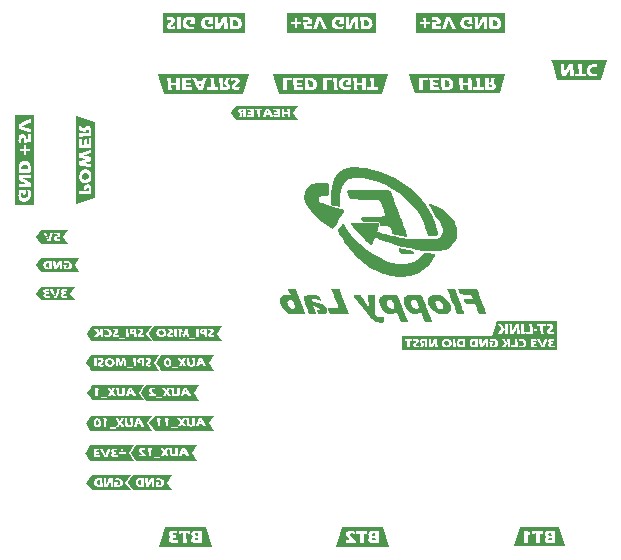
<source format=gbr>
%TF.GenerationSoftware,KiCad,Pcbnew,9.0.3*%
%TF.CreationDate,2025-07-30T10:18:58+02:00*%
%TF.ProjectId,Filament dryer oven control board,46696c61-6d65-46e7-9420-647279657220,1.0*%
%TF.SameCoordinates,Original*%
%TF.FileFunction,Legend,Bot*%
%TF.FilePolarity,Positive*%
%FSLAX46Y46*%
G04 Gerber Fmt 4.6, Leading zero omitted, Abs format (unit mm)*
G04 Created by KiCad (PCBNEW 9.0.3) date 2025-07-30 10:18:58*
%MOMM*%
%LPD*%
G01*
G04 APERTURE LIST*
%ADD10C,0.000000*%
G04 APERTURE END LIST*
D10*
%TO.C,kibuzzard-6889D529*%
G36*
X146497383Y-79080659D02*
G01*
X146278579Y-79080659D01*
X146027810Y-79080659D01*
X145412426Y-79080659D01*
X144552426Y-79080659D01*
X143477041Y-79080659D01*
X143161656Y-79080659D01*
X142541656Y-79080659D01*
X141801144Y-79080659D01*
X141068836Y-79080659D01*
X140654990Y-79080659D01*
X139792426Y-79080659D01*
X138717554Y-79080659D01*
X137904220Y-79080659D01*
X137148323Y-79080659D01*
X136374477Y-79080659D01*
X135513964Y-79080659D01*
X134573451Y-79080659D01*
X134040631Y-79080659D01*
X133566785Y-79080659D01*
X133347981Y-79080659D01*
X133347981Y-78148522D01*
X133566785Y-78148522D01*
X133569861Y-78198266D01*
X133572682Y-78264419D01*
X133573451Y-78303907D01*
X133642340Y-78301058D01*
X133702682Y-78299348D01*
X133754477Y-78298778D01*
X133790374Y-78298778D01*
X133797169Y-78386086D01*
X133802169Y-78466471D01*
X133805645Y-78539263D01*
X133808551Y-78610630D01*
X133810887Y-78680573D01*
X133813195Y-78774484D01*
X133813964Y-78848522D01*
X133883195Y-78847753D01*
X133922682Y-78847496D01*
X133963195Y-78847753D01*
X134040631Y-78848522D01*
X134033723Y-78776288D01*
X134027653Y-78702002D01*
X134024549Y-78656727D01*
X134297554Y-78656727D01*
X134303067Y-78701791D01*
X134319605Y-78744676D01*
X134346272Y-78782753D01*
X134382169Y-78813394D01*
X134424669Y-78836278D01*
X134471144Y-78851086D01*
X134520951Y-78859163D01*
X134573451Y-78861855D01*
X134633679Y-78859177D01*
X134703594Y-78851143D01*
X134783195Y-78837753D01*
X134787867Y-78769776D01*
X134792995Y-78711485D01*
X134798579Y-78662881D01*
X134744285Y-78684612D01*
X134696272Y-78698522D01*
X134617554Y-78708522D01*
X134546528Y-78695445D01*
X134520118Y-78656727D01*
X134522682Y-78640060D01*
X134532426Y-78622112D01*
X134552938Y-78600317D01*
X134649349Y-78516214D01*
X134696528Y-78474676D01*
X134738836Y-78425958D01*
X134760887Y-78380060D01*
X134767380Y-78333650D01*
X134856015Y-78333650D01*
X134864733Y-78398009D01*
X134892169Y-78454419D01*
X134939349Y-78500060D01*
X134973515Y-78519484D01*
X135019092Y-78539291D01*
X134992426Y-78604419D01*
X134968323Y-78659804D01*
X134899605Y-78810060D01*
X134883195Y-78848522D01*
X134953964Y-78847753D01*
X134997041Y-78847496D01*
X135045759Y-78847753D01*
X135118067Y-78848522D01*
X135129605Y-78810445D01*
X135147810Y-78749548D01*
X135162682Y-78702881D01*
X135177938Y-78659163D01*
X135199092Y-78600830D01*
X135251913Y-78455701D01*
X135197554Y-78460830D01*
X135129605Y-78449548D01*
X135083451Y-78414676D01*
X135067810Y-78364932D01*
X135079605Y-78326214D01*
X135116785Y-78301343D01*
X135194990Y-78293137D01*
X135232169Y-78293907D01*
X135277041Y-78295189D01*
X135281314Y-78370402D01*
X135285246Y-78455872D01*
X135288836Y-78551599D01*
X135291176Y-78626887D01*
X135293067Y-78701471D01*
X135294509Y-78775349D01*
X135295503Y-78848522D01*
X135366144Y-78847753D01*
X135406785Y-78847496D01*
X135448451Y-78847753D01*
X135513964Y-78848522D01*
X135505246Y-78762753D01*
X135498579Y-78685958D01*
X135493323Y-78607881D01*
X135488836Y-78518266D01*
X135486329Y-78453508D01*
X135484277Y-78386414D01*
X135482682Y-78316984D01*
X135481144Y-78221919D01*
X135480631Y-78148522D01*
X135606785Y-78148522D01*
X135619092Y-78301343D01*
X135642169Y-78725958D01*
X135645246Y-78848522D01*
X135709733Y-78847753D01*
X135769861Y-78847496D01*
X135827297Y-78847753D01*
X135903195Y-78848522D01*
X135942682Y-78775701D01*
X136028836Y-78629548D01*
X136069733Y-78559291D01*
X136107297Y-78492112D01*
X136131272Y-78448522D01*
X136156015Y-78400830D01*
X136166785Y-78643907D01*
X136171913Y-78848522D01*
X136227938Y-78847753D01*
X136268836Y-78847496D01*
X136309349Y-78847753D01*
X136374477Y-78848522D01*
X136364220Y-78740830D01*
X136350175Y-78484419D01*
X136719605Y-78484419D01*
X136727361Y-78567048D01*
X136750631Y-78642625D01*
X136788515Y-78709227D01*
X136840118Y-78764932D01*
X136904220Y-78808458D01*
X136979605Y-78838522D01*
X137062297Y-78856022D01*
X137148323Y-78861855D01*
X137233195Y-78856150D01*
X137314477Y-78839035D01*
X137388772Y-78809163D01*
X137452682Y-78765189D01*
X137502874Y-78711278D01*
X137536015Y-78651599D01*
X137554477Y-78585573D01*
X137560631Y-78512625D01*
X137554847Y-78440801D01*
X137537497Y-78375075D01*
X137508579Y-78315445D01*
X137468295Y-78262995D01*
X137416842Y-78218807D01*
X137354220Y-78182881D01*
X137283138Y-78156385D01*
X137245132Y-78148522D01*
X137644733Y-78148522D01*
X137650488Y-78224078D01*
X137655446Y-78296898D01*
X137659605Y-78366984D01*
X137662938Y-78437609D01*
X137665759Y-78505894D01*
X137668067Y-78571839D01*
X137669861Y-78635445D01*
X137671571Y-78714619D01*
X137672597Y-78785645D01*
X137672938Y-78848522D01*
X137778067Y-78847496D01*
X137824990Y-78847753D01*
X137904220Y-78848522D01*
X137897249Y-78748538D01*
X137891208Y-78654484D01*
X137886095Y-78566359D01*
X137881913Y-78484163D01*
X137881158Y-78466471D01*
X137988836Y-78466471D01*
X137991913Y-78523330D01*
X138001144Y-78578009D01*
X138015887Y-78628971D01*
X138035503Y-78674676D01*
X138059413Y-78714740D01*
X138087041Y-78748778D01*
X138154477Y-78801855D01*
X138211400Y-78827496D01*
X138289861Y-78842368D01*
X138348964Y-78846984D01*
X138415503Y-78848522D01*
X138622682Y-78846984D01*
X138661015Y-78847368D01*
X138717554Y-78848522D01*
X138710830Y-78775758D01*
X138705702Y-78713365D01*
X138702169Y-78661343D01*
X138699092Y-78605189D01*
X138696015Y-78541343D01*
X138692938Y-78469804D01*
X138692809Y-78466471D01*
X139063708Y-78466471D01*
X139066785Y-78523330D01*
X139076015Y-78578009D01*
X139090759Y-78628971D01*
X139110374Y-78674676D01*
X139134285Y-78714740D01*
X139161913Y-78748778D01*
X139229349Y-78801855D01*
X139286272Y-78827496D01*
X139364733Y-78842368D01*
X139423836Y-78846984D01*
X139490374Y-78848522D01*
X139697554Y-78846984D01*
X139735887Y-78847368D01*
X139792426Y-78848522D01*
X139785702Y-78775758D01*
X139780574Y-78713365D01*
X139777041Y-78661343D01*
X139773964Y-78605189D01*
X139770887Y-78541343D01*
X139767810Y-78469804D01*
X139764733Y-78390573D01*
X139762169Y-78313821D01*
X139760631Y-78253137D01*
X139760118Y-78208522D01*
X139760118Y-78148522D01*
X139887297Y-78148522D01*
X139899605Y-78301343D01*
X139922682Y-78725958D01*
X139925759Y-78848522D01*
X139990246Y-78847753D01*
X140050374Y-78847496D01*
X140107810Y-78847753D01*
X140183708Y-78848522D01*
X140223195Y-78775701D01*
X140309349Y-78629548D01*
X140350246Y-78559291D01*
X140387810Y-78492112D01*
X140411785Y-78448522D01*
X140436528Y-78400830D01*
X140447297Y-78643907D01*
X140452426Y-78848522D01*
X140508451Y-78847753D01*
X140549349Y-78847496D01*
X140589861Y-78847753D01*
X140654990Y-78848522D01*
X140644733Y-78740830D01*
X140628272Y-78440317D01*
X140759092Y-78440317D01*
X140763565Y-78493650D01*
X140768095Y-78559975D01*
X140772682Y-78639291D01*
X140776699Y-78718095D01*
X140779520Y-78782881D01*
X140781144Y-78833650D01*
X140835054Y-78842945D01*
X140878836Y-78849291D01*
X140921464Y-78853907D01*
X140971913Y-78858009D01*
X141023323Y-78860894D01*
X141068836Y-78861855D01*
X141137938Y-78859035D01*
X141205759Y-78850573D01*
X141269413Y-78835830D01*
X141326015Y-78814163D01*
X141374669Y-78784548D01*
X141414477Y-78745958D01*
X141445823Y-78698907D01*
X141469092Y-78643907D01*
X141483515Y-78583907D01*
X141488323Y-78521855D01*
X141482568Y-78454106D01*
X141465303Y-78389662D01*
X141436528Y-78328522D01*
X141396956Y-78273166D01*
X141347297Y-78226072D01*
X141287554Y-78187240D01*
X141235422Y-78164468D01*
X141177376Y-78148522D01*
X141796528Y-78148522D01*
X142012938Y-78421855D01*
X142053451Y-78476727D01*
X142015503Y-78537240D01*
X141801144Y-78848522D01*
X141927297Y-78847496D01*
X141982554Y-78847753D01*
X142066272Y-78848522D01*
X142096179Y-78793876D01*
X142132979Y-78729630D01*
X142176672Y-78655784D01*
X142227256Y-78572337D01*
X142284733Y-78479291D01*
X142169861Y-78322881D01*
X142077041Y-78192625D01*
X142048323Y-78148522D01*
X142276528Y-78148522D01*
X142300631Y-78531599D01*
X142312938Y-78848522D01*
X142424220Y-78847496D01*
X142465374Y-78847753D01*
X142541656Y-78848522D01*
X142533323Y-78760830D01*
X142528127Y-78693650D01*
X142604220Y-78693650D01*
X142615503Y-78848522D01*
X142703993Y-78847952D01*
X142789634Y-78847610D01*
X142872426Y-78847496D01*
X142952426Y-78847560D01*
X143027297Y-78847753D01*
X143097041Y-78848073D01*
X143161656Y-78848522D01*
X143153907Y-78772796D01*
X143147753Y-78706984D01*
X143143195Y-78651086D01*
X143138147Y-78581455D01*
X143133772Y-78512048D01*
X143130070Y-78442865D01*
X143127041Y-78373907D01*
X143125111Y-78318266D01*
X143242169Y-78318266D01*
X143296464Y-78306214D01*
X143339349Y-78298778D01*
X143408323Y-78293650D01*
X143474092Y-78300573D01*
X143532938Y-78321343D01*
X143582426Y-78355317D01*
X143620118Y-78401855D01*
X143643964Y-78457496D01*
X143651913Y-78518778D01*
X143645246Y-78573073D01*
X143625246Y-78619035D01*
X143593900Y-78656086D01*
X143553195Y-78683650D01*
X143502490Y-78700766D01*
X143441144Y-78706471D01*
X143361913Y-78700573D01*
X143313644Y-78691919D01*
X143254477Y-78677753D01*
X143269349Y-78762112D01*
X143281144Y-78845958D01*
X143351685Y-78854790D01*
X143416984Y-78860089D01*
X143477041Y-78861855D01*
X143557233Y-78856663D01*
X143631656Y-78841086D01*
X143700246Y-78813650D01*
X143762938Y-78772881D01*
X143814156Y-78721278D01*
X143848323Y-78661343D01*
X143867554Y-78593394D01*
X143873964Y-78517753D01*
X143865310Y-78429612D01*
X143839349Y-78350830D01*
X143813086Y-78308522D01*
X144232426Y-78308522D01*
X144239349Y-78358778D01*
X144260631Y-78403650D01*
X144294477Y-78440317D01*
X144332426Y-78465958D01*
X144381656Y-78488009D01*
X144331144Y-78501855D01*
X144294477Y-78522625D01*
X144263195Y-78554419D01*
X144244220Y-78595189D01*
X144238067Y-78643394D01*
X144243900Y-78692240D01*
X144261400Y-78737240D01*
X144290246Y-78776663D01*
X144330118Y-78808778D01*
X144378836Y-78833201D01*
X144434220Y-78849548D01*
X144493131Y-78858778D01*
X144552426Y-78861855D01*
X144609028Y-78860381D01*
X144662938Y-78855958D01*
X144720951Y-78847689D01*
X144789861Y-78834676D01*
X144796528Y-78741214D01*
X144803195Y-78669035D01*
X144729406Y-78690402D01*
X144660517Y-78703223D01*
X144596528Y-78707496D01*
X144545054Y-78701791D01*
X144504477Y-78684676D01*
X144469349Y-78623394D01*
X144504990Y-78568522D01*
X144550567Y-78555445D01*
X144616015Y-78551086D01*
X144662682Y-78552496D01*
X144705246Y-78556727D01*
X144698708Y-78477368D01*
X144693451Y-78399291D01*
X144616015Y-78405958D01*
X144539349Y-78400060D01*
X144492938Y-78376984D01*
X144477041Y-78339804D01*
X144489605Y-78307496D01*
X144527297Y-78287240D01*
X144589861Y-78281343D01*
X144658579Y-78284932D01*
X144701528Y-78290830D01*
X144757554Y-78301343D01*
X144731913Y-78182368D01*
X144725759Y-78148522D01*
X144806785Y-78148522D01*
X144843195Y-78217126D01*
X144882682Y-78293023D01*
X144925246Y-78376214D01*
X145102169Y-78726984D01*
X145129349Y-78783009D01*
X145159605Y-78848522D01*
X145233451Y-78847753D01*
X145282682Y-78847496D01*
X145332297Y-78847753D01*
X145412426Y-78848522D01*
X145431400Y-78785958D01*
X145556528Y-78425445D01*
X145598101Y-78308522D01*
X145707810Y-78308522D01*
X145714733Y-78358778D01*
X145736015Y-78403650D01*
X145769861Y-78440317D01*
X145807810Y-78465958D01*
X145857041Y-78488009D01*
X145806528Y-78501855D01*
X145769861Y-78522625D01*
X145738579Y-78554419D01*
X145719605Y-78595189D01*
X145713451Y-78643394D01*
X145719285Y-78692240D01*
X145736785Y-78737240D01*
X145765631Y-78776663D01*
X145805503Y-78808778D01*
X145854220Y-78833201D01*
X145909605Y-78849548D01*
X145968515Y-78858778D01*
X146027810Y-78861855D01*
X146084413Y-78860381D01*
X146138323Y-78855958D01*
X146196336Y-78847689D01*
X146265246Y-78834676D01*
X146271913Y-78741214D01*
X146278579Y-78669035D01*
X146204790Y-78690402D01*
X146135901Y-78703223D01*
X146071913Y-78707496D01*
X146020438Y-78701791D01*
X145979861Y-78684676D01*
X145944733Y-78623394D01*
X145980374Y-78568522D01*
X146025951Y-78555445D01*
X146091400Y-78551086D01*
X146138067Y-78552496D01*
X146180631Y-78556727D01*
X146174092Y-78477368D01*
X146168836Y-78399291D01*
X146091400Y-78405958D01*
X146014733Y-78400060D01*
X145968323Y-78376984D01*
X145952426Y-78339804D01*
X145964990Y-78307496D01*
X146002682Y-78287240D01*
X146065246Y-78281343D01*
X146133964Y-78284932D01*
X146176913Y-78290830D01*
X146232938Y-78301343D01*
X146207297Y-78182368D01*
X146201144Y-78148522D01*
X146129007Y-78141115D01*
X146060973Y-78136670D01*
X145997041Y-78135189D01*
X145937682Y-78137240D01*
X145880631Y-78143394D01*
X145828772Y-78154996D01*
X145784990Y-78173394D01*
X145726528Y-78230060D01*
X145707810Y-78308522D01*
X145598101Y-78308522D01*
X145654990Y-78148522D01*
X145589092Y-78149291D01*
X145530887Y-78149548D01*
X145488067Y-78149291D01*
X145426272Y-78148522D01*
X145407810Y-78217753D01*
X145394477Y-78260958D01*
X145372938Y-78329035D01*
X145297554Y-78571599D01*
X145284990Y-78615317D01*
X145269861Y-78670573D01*
X145246272Y-78611599D01*
X145067297Y-78219804D01*
X145056785Y-78195189D01*
X145038067Y-78148522D01*
X144971015Y-78149291D01*
X144918579Y-78149548D01*
X144876528Y-78149291D01*
X144806785Y-78148522D01*
X144725759Y-78148522D01*
X144653622Y-78141115D01*
X144585588Y-78136670D01*
X144521656Y-78135189D01*
X144462297Y-78137240D01*
X144405246Y-78143394D01*
X144353387Y-78154996D01*
X144309605Y-78173394D01*
X144251144Y-78230060D01*
X144232426Y-78308522D01*
X143813086Y-78308522D01*
X143797169Y-78282881D01*
X143739861Y-78227240D01*
X143671849Y-78184804D01*
X143597554Y-78156471D01*
X143518836Y-78140509D01*
X143437554Y-78135189D01*
X143382967Y-78137354D01*
X143320403Y-78143850D01*
X143249861Y-78154676D01*
X143248836Y-78197753D01*
X143245759Y-78259804D01*
X143242169Y-78318266D01*
X143125111Y-78318266D01*
X143124050Y-78287667D01*
X143122255Y-78212539D01*
X143121656Y-78148522D01*
X143055887Y-78149291D01*
X142998067Y-78149548D01*
X142953708Y-78149291D01*
X142893451Y-78148522D01*
X142905759Y-78334163D01*
X142921144Y-78624419D01*
X142923195Y-78695701D01*
X142850374Y-78696855D01*
X142808323Y-78697240D01*
X142725702Y-78696841D01*
X142657668Y-78695645D01*
X142604220Y-78693650D01*
X142528127Y-78693650D01*
X142527810Y-78689548D01*
X142523900Y-78628490D01*
X142519861Y-78557112D01*
X142515695Y-78475413D01*
X142511400Y-78383394D01*
X142507981Y-78302026D01*
X142505930Y-78238437D01*
X142505246Y-78192625D01*
X142505246Y-78148522D01*
X142432938Y-78149291D01*
X142387297Y-78149548D01*
X142348836Y-78149291D01*
X142276528Y-78148522D01*
X142048323Y-78148522D01*
X141968323Y-78149291D01*
X141919092Y-78149548D01*
X141883836Y-78149291D01*
X141796528Y-78148522D01*
X141177376Y-78148522D01*
X141176208Y-78148201D01*
X141109910Y-78138442D01*
X141036528Y-78135189D01*
X140958978Y-78138209D01*
X140876072Y-78147268D01*
X140787810Y-78162368D01*
X140786144Y-78241471D01*
X140781144Y-78329035D01*
X140840887Y-78310317D01*
X140894220Y-78298522D01*
X140952169Y-78290573D01*
X141001144Y-78288009D01*
X141056015Y-78292048D01*
X141107810Y-78304163D01*
X141154541Y-78324676D01*
X141194220Y-78353907D01*
X141225823Y-78390766D01*
X141248323Y-78434163D01*
X141261785Y-78482112D01*
X141266272Y-78532625D01*
X141261144Y-78582560D01*
X141245759Y-78626727D01*
X141219220Y-78663073D01*
X141180631Y-78689548D01*
X141133451Y-78705701D01*
X141081144Y-78711086D01*
X141033323Y-78707753D01*
X140981144Y-78697753D01*
X140975503Y-78586471D01*
X141014990Y-78584932D01*
X141069349Y-78585445D01*
X141065759Y-78522368D01*
X141064220Y-78492881D01*
X141063195Y-78440317D01*
X140994605Y-78441086D01*
X140929349Y-78441343D01*
X140832426Y-78441086D01*
X140759092Y-78440317D01*
X140628272Y-78440317D01*
X140624733Y-78375701D01*
X140619092Y-78228522D01*
X140619092Y-78148522D01*
X140544220Y-78149291D01*
X140478579Y-78149548D01*
X140426144Y-78149291D01*
X140356015Y-78148522D01*
X140136528Y-78546471D01*
X140106272Y-78604932D01*
X140102483Y-78539804D01*
X140098636Y-78459291D01*
X140094733Y-78363394D01*
X140091457Y-78270459D01*
X140089491Y-78198835D01*
X140088836Y-78148522D01*
X140032041Y-78149291D01*
X139987810Y-78149548D01*
X139953964Y-78149291D01*
X139887297Y-78148522D01*
X139760118Y-78148522D01*
X139704220Y-78149676D01*
X139656528Y-78150060D01*
X139607938Y-78149484D01*
X139546272Y-78147753D01*
X139480118Y-78146022D01*
X139418067Y-78145445D01*
X139353579Y-78147496D01*
X139297554Y-78153650D01*
X139247490Y-78166214D01*
X139200887Y-78187496D01*
X139159669Y-78217112D01*
X139125759Y-78254676D01*
X139099092Y-78299740D01*
X139079605Y-78351855D01*
X139067682Y-78408330D01*
X139063708Y-78466471D01*
X138692809Y-78466471D01*
X138689861Y-78390573D01*
X138687297Y-78313821D01*
X138685759Y-78253137D01*
X138685246Y-78208522D01*
X138685246Y-78148522D01*
X138629349Y-78149676D01*
X138581656Y-78150060D01*
X138533067Y-78149484D01*
X138471400Y-78147753D01*
X138405246Y-78146022D01*
X138343195Y-78145445D01*
X138278708Y-78147496D01*
X138222682Y-78153650D01*
X138172618Y-78166214D01*
X138126015Y-78187496D01*
X138084797Y-78217112D01*
X138050887Y-78254676D01*
X138024220Y-78299740D01*
X138004733Y-78351855D01*
X137992810Y-78408330D01*
X137988836Y-78466471D01*
X137881158Y-78466471D01*
X137878660Y-78407897D01*
X137876336Y-78337560D01*
X137874942Y-78273153D01*
X137874477Y-78214676D01*
X137874990Y-78148522D01*
X137800118Y-78149291D01*
X137754990Y-78149548D01*
X137720503Y-78149291D01*
X137644733Y-78148522D01*
X137245132Y-78148522D01*
X137206300Y-78140488D01*
X137123708Y-78135189D01*
X137043195Y-78140701D01*
X136965759Y-78157240D01*
X136894605Y-78185894D01*
X136832938Y-78227753D01*
X136783195Y-78279868D01*
X136747810Y-78339291D01*
X136726656Y-78407112D01*
X136719605Y-78484419D01*
X136350175Y-78484419D01*
X136344220Y-78375701D01*
X136338579Y-78228522D01*
X136338579Y-78148522D01*
X136263708Y-78149291D01*
X136198067Y-78149548D01*
X136145631Y-78149291D01*
X136075503Y-78148522D01*
X135856015Y-78546471D01*
X135825759Y-78604932D01*
X135821970Y-78539804D01*
X135818124Y-78459291D01*
X135814220Y-78363394D01*
X135810944Y-78270459D01*
X135808978Y-78198835D01*
X135808323Y-78148522D01*
X135751528Y-78149291D01*
X135707297Y-78149548D01*
X135673451Y-78149291D01*
X135606785Y-78148522D01*
X135480631Y-78148522D01*
X135422682Y-78149676D01*
X135377041Y-78150060D01*
X135331528Y-78149484D01*
X135277041Y-78147753D01*
X135218836Y-78146022D01*
X135162169Y-78145445D01*
X135100118Y-78146727D01*
X135045246Y-78150573D01*
X134975246Y-78165445D01*
X134922169Y-78192881D01*
X134886272Y-78229035D01*
X134863964Y-78275958D01*
X134856015Y-78333650D01*
X134767380Y-78333650D01*
X134767810Y-78330573D01*
X134756785Y-78269291D01*
X134723708Y-78213137D01*
X134665246Y-78168009D01*
X134587297Y-78142112D01*
X134501656Y-78135189D01*
X134442169Y-78137411D01*
X134379263Y-78144078D01*
X134312938Y-78155189D01*
X134309349Y-78220060D01*
X134305887Y-78260637D01*
X134299605Y-78323394D01*
X134344733Y-78307304D01*
X134385759Y-78296984D01*
X134452938Y-78289548D01*
X134519349Y-78304419D01*
X134545759Y-78341343D01*
X134541656Y-78361343D01*
X134526272Y-78384163D01*
X134496528Y-78412881D01*
X134438579Y-78459291D01*
X134401656Y-78488522D01*
X134366272Y-78520830D01*
X134333451Y-78558266D01*
X134312169Y-78592112D01*
X134301144Y-78623137D01*
X134297554Y-78656727D01*
X134024549Y-78656727D01*
X134022420Y-78625665D01*
X134018025Y-78547277D01*
X134014466Y-78466837D01*
X134011745Y-78384346D01*
X134009861Y-78299804D01*
X134228323Y-78305445D01*
X134225759Y-78248522D01*
X134223964Y-78200701D01*
X134222682Y-78148522D01*
X134146849Y-78148971D01*
X134064990Y-78149291D01*
X133977105Y-78149484D01*
X133883195Y-78149548D01*
X133756528Y-78149035D01*
X133633451Y-78149035D01*
X133566785Y-78148522D01*
X133347981Y-78148522D01*
X133347981Y-77916385D01*
X133566785Y-77916385D01*
X146278579Y-77916385D01*
X146497383Y-77916385D01*
X146497383Y-79080659D01*
G37*
G36*
X137189092Y-78296791D02*
G01*
X137239605Y-78318522D01*
X137281785Y-78353137D01*
X137312938Y-78399035D01*
X137332169Y-78452432D01*
X137338579Y-78509548D01*
X137332746Y-78561599D01*
X137315246Y-78609035D01*
X137285823Y-78649227D01*
X137244220Y-78679548D01*
X137195118Y-78698586D01*
X137143195Y-78704932D01*
X137088644Y-78697817D01*
X137038836Y-78676471D01*
X136997041Y-78642240D01*
X136966528Y-78596471D01*
X136947874Y-78543714D01*
X136941656Y-78488522D01*
X136947426Y-78435766D01*
X136964733Y-78387240D01*
X136993195Y-78346022D01*
X137032426Y-78315189D01*
X137079861Y-78295958D01*
X137132938Y-78289548D01*
X137189092Y-78296791D01*
G37*
G36*
X139553451Y-78298778D02*
G01*
X139570887Y-78694163D01*
X139511913Y-78696727D01*
X139462426Y-78694419D01*
X139418579Y-78687496D01*
X139346528Y-78648009D01*
X139319541Y-78613458D01*
X139300631Y-78570317D01*
X139289477Y-78522304D01*
X139285759Y-78473137D01*
X139291272Y-78416919D01*
X139307810Y-78370317D01*
X139366528Y-78312112D01*
X139409797Y-78299804D01*
X139466272Y-78295701D01*
X139553451Y-78298778D01*
G37*
G36*
X138478579Y-78298778D02*
G01*
X138496015Y-78694163D01*
X138437041Y-78696727D01*
X138387554Y-78694419D01*
X138343708Y-78687496D01*
X138271656Y-78648009D01*
X138244669Y-78613458D01*
X138225759Y-78570317D01*
X138214605Y-78522304D01*
X138210887Y-78473137D01*
X138216400Y-78416919D01*
X138232938Y-78370317D01*
X138291656Y-78312112D01*
X138334926Y-78299804D01*
X138391400Y-78295701D01*
X138478579Y-78298778D01*
G37*
%TO.C,kibuzzard-6853DDBD*%
G36*
X146457461Y-77963821D02*
G01*
X146207400Y-77963821D01*
X145950111Y-77963821D01*
X145341173Y-77963821D01*
X144817803Y-77963821D01*
X144442711Y-77963821D01*
X143731209Y-77963821D01*
X143322711Y-77963821D01*
X142338682Y-77963821D01*
X141492382Y-77963821D01*
X141487107Y-77963821D01*
X141387082Y-77963821D01*
X140987903Y-77963821D01*
X141307492Y-76898522D01*
X141487107Y-76898522D01*
X141734433Y-77210903D01*
X141780733Y-77273614D01*
X141737363Y-77342771D01*
X141492382Y-77698522D01*
X141636557Y-77697350D01*
X141699708Y-77697643D01*
X141795385Y-77698522D01*
X141829566Y-77636069D01*
X141871623Y-77562645D01*
X141921557Y-77478249D01*
X141979368Y-77382882D01*
X142045056Y-77276544D01*
X141913774Y-77097789D01*
X141807693Y-76948925D01*
X141774872Y-76898522D01*
X142035678Y-76898522D01*
X142063224Y-77336324D01*
X142077290Y-77698522D01*
X142204470Y-77697350D01*
X142251503Y-77697643D01*
X142338682Y-77698522D01*
X142329158Y-77598302D01*
X142322858Y-77516837D01*
X142318389Y-77447057D01*
X142313774Y-77365482D01*
X142309012Y-77272112D01*
X142304103Y-77166947D01*
X142300196Y-77073955D01*
X142297852Y-77001281D01*
X142297070Y-76948925D01*
X142297070Y-76898522D01*
X142445349Y-76898522D01*
X142459415Y-77073174D01*
X142485788Y-77558449D01*
X142489305Y-77698522D01*
X142563004Y-77697643D01*
X142631722Y-77697350D01*
X142697363Y-77697643D01*
X142784103Y-77698522D01*
X142829231Y-77615299D01*
X142927693Y-77448266D01*
X142974433Y-77367973D01*
X143017363Y-77291196D01*
X143044763Y-77241379D01*
X143073041Y-77186874D01*
X143085349Y-77464676D01*
X143091209Y-77698522D01*
X143155239Y-77697643D01*
X143201979Y-77697350D01*
X143248279Y-77697643D01*
X143322711Y-77698522D01*
X143310990Y-77575445D01*
X143288133Y-77158156D01*
X143281686Y-76989951D01*
X143281686Y-76898522D01*
X143434653Y-76898522D01*
X143441230Y-76984871D01*
X143446895Y-77068095D01*
X143451649Y-77148192D01*
X143455459Y-77228907D01*
X143458682Y-77306947D01*
X143461319Y-77382313D01*
X143463371Y-77455006D01*
X143465324Y-77545490D01*
X143466496Y-77626662D01*
X143466887Y-77698522D01*
X143587034Y-77697350D01*
X143640660Y-77697643D01*
X143731209Y-77698522D01*
X143723242Y-77584255D01*
X143719213Y-77521526D01*
X143805642Y-77521526D01*
X143818535Y-77698522D01*
X143919667Y-77697871D01*
X144017542Y-77697480D01*
X144112162Y-77697350D01*
X144203590Y-77697423D01*
X144289158Y-77697643D01*
X144368865Y-77698009D01*
X144442711Y-77698522D01*
X144433855Y-77611977D01*
X144426822Y-77536764D01*
X144421612Y-77472881D01*
X144415843Y-77393302D01*
X144410843Y-77313980D01*
X144410408Y-77305848D01*
X144494286Y-77305848D01*
X144500001Y-77384236D01*
X144503078Y-77468192D01*
X144584103Y-77466874D01*
X144660733Y-77466434D01*
X144737217Y-77466874D01*
X144817803Y-77468192D01*
X144812089Y-77385115D01*
X144809012Y-77305848D01*
X144728133Y-77307606D01*
X144651942Y-77308192D01*
X144575019Y-77307606D01*
X144494286Y-77305848D01*
X144410408Y-77305848D01*
X144406612Y-77234914D01*
X144403151Y-77156104D01*
X144399732Y-77057545D01*
X144397681Y-76971684D01*
X144396997Y-76898522D01*
X144799634Y-76898522D01*
X144803151Y-76955372D01*
X144806374Y-77030976D01*
X144807253Y-77076104D01*
X144885984Y-77072848D01*
X144954946Y-77070895D01*
X145014140Y-77070244D01*
X145055166Y-77070244D01*
X145062931Y-77170024D01*
X145068645Y-77261892D01*
X145072618Y-77345083D01*
X145075939Y-77426646D01*
X145078609Y-77506581D01*
X145081246Y-77613907D01*
X145082125Y-77698522D01*
X145161246Y-77697643D01*
X145206374Y-77697350D01*
X145252675Y-77697643D01*
X145341173Y-77698522D01*
X145333279Y-77615968D01*
X145326341Y-77531070D01*
X145322794Y-77479328D01*
X145634799Y-77479328D01*
X145641100Y-77530830D01*
X145660001Y-77579841D01*
X145690477Y-77623357D01*
X145731503Y-77658375D01*
X145780074Y-77684529D01*
X145833187Y-77701452D01*
X145890111Y-77710683D01*
X145950111Y-77713760D01*
X146018942Y-77710699D01*
X146098845Y-77701518D01*
X146189818Y-77686214D01*
X146195157Y-77608526D01*
X146201018Y-77541908D01*
X146207400Y-77486361D01*
X146145349Y-77511196D01*
X146090477Y-77527093D01*
X146000514Y-77538522D01*
X145919341Y-77523577D01*
X145889158Y-77479328D01*
X145892089Y-77460280D01*
X145903224Y-77439767D01*
X145926667Y-77414859D01*
X146036850Y-77318742D01*
X146090770Y-77271269D01*
X146139122Y-77215592D01*
X146164323Y-77163137D01*
X146172235Y-77106581D01*
X146159634Y-77036544D01*
X146121832Y-76972368D01*
X146055019Y-76920793D01*
X145965935Y-76891196D01*
X145868059Y-76883284D01*
X145800074Y-76885824D01*
X145728181Y-76893443D01*
X145652382Y-76906141D01*
X145648279Y-76980280D01*
X145644323Y-77026654D01*
X145637144Y-77098375D01*
X145688719Y-77079987D01*
X145735605Y-77068192D01*
X145812382Y-77059694D01*
X145888279Y-77076690D01*
X145918462Y-77118888D01*
X145913774Y-77141745D01*
X145896191Y-77167826D01*
X145862198Y-77200647D01*
X145795971Y-77253687D01*
X145753774Y-77287093D01*
X145713334Y-77324017D01*
X145675825Y-77366800D01*
X145651503Y-77405482D01*
X145638902Y-77440940D01*
X145634799Y-77479328D01*
X145322794Y-77479328D01*
X145320361Y-77443828D01*
X145315337Y-77354242D01*
X145311271Y-77262311D01*
X145308161Y-77168035D01*
X145306008Y-77071416D01*
X145555678Y-77077863D01*
X145552748Y-77012808D01*
X145550697Y-76958156D01*
X145549231Y-76898522D01*
X145462565Y-76899035D01*
X145369012Y-76899401D01*
X145268572Y-76899621D01*
X145161246Y-76899694D01*
X145016484Y-76899108D01*
X144875825Y-76899108D01*
X144799634Y-76898522D01*
X144396997Y-76898522D01*
X144321832Y-76899401D01*
X144255752Y-76899694D01*
X144205056Y-76899401D01*
X144136191Y-76898522D01*
X144150257Y-77110683D01*
X144167840Y-77442405D01*
X144170184Y-77523870D01*
X144086960Y-77525189D01*
X144038902Y-77525628D01*
X143944478Y-77525172D01*
X143866724Y-77523805D01*
X143805642Y-77521526D01*
X143719213Y-77521526D01*
X143716338Y-77476764D01*
X143710495Y-77376049D01*
X143705715Y-77282112D01*
X143701997Y-77194951D01*
X143699341Y-77114566D01*
X143697748Y-77040958D01*
X143697217Y-76974126D01*
X143697803Y-76898522D01*
X143612235Y-76899401D01*
X143560660Y-76899694D01*
X143521246Y-76899401D01*
X143434653Y-76898522D01*
X143281686Y-76898522D01*
X143196118Y-76899401D01*
X143121100Y-76899694D01*
X143061173Y-76899401D01*
X142981026Y-76898522D01*
X142730184Y-77353321D01*
X142695605Y-77420134D01*
X142691275Y-77345701D01*
X142686879Y-77253687D01*
X142682418Y-77144090D01*
X142678674Y-77037879D01*
X142676427Y-76956023D01*
X142675678Y-76898522D01*
X142610770Y-76899401D01*
X142560220Y-76899694D01*
X142521539Y-76899401D01*
X142445349Y-76898522D01*
X142297070Y-76898522D01*
X142214433Y-76899401D01*
X142162272Y-76899694D01*
X142118316Y-76899401D01*
X142035678Y-76898522D01*
X141774872Y-76898522D01*
X141683444Y-76899401D01*
X141627180Y-76899694D01*
X141586887Y-76899401D01*
X141487107Y-76898522D01*
X141307492Y-76898522D01*
X141387082Y-76633223D01*
X141487107Y-76633223D01*
X146207400Y-76633223D01*
X146457461Y-76633223D01*
X146457461Y-77963821D01*
G37*
%TO.C,kibuzzard-6853E998*%
G36*
X125587802Y-56260147D02*
G01*
X125650440Y-56270037D01*
X125753370Y-56326447D01*
X125791923Y-56375806D01*
X125818938Y-56437436D01*
X125834872Y-56506026D01*
X125840183Y-56576264D01*
X125832308Y-56656575D01*
X125808681Y-56723150D01*
X125724799Y-56806300D01*
X125662985Y-56823883D01*
X125582308Y-56829744D01*
X125457766Y-56825348D01*
X125432857Y-56260513D01*
X125517106Y-56256850D01*
X125587802Y-56260147D01*
G37*
G36*
X123239451Y-55708376D02*
G01*
X124125165Y-55708376D01*
X125116374Y-55708376D01*
X126643114Y-55708376D01*
X127532491Y-55708376D01*
X128622601Y-55708376D01*
X129216007Y-55708376D01*
X130663626Y-55708376D01*
X131340549Y-55708376D01*
X131653126Y-55708376D01*
X132152100Y-55708376D01*
X131653126Y-57371624D01*
X131340549Y-57371624D01*
X123239451Y-57371624D01*
X122926874Y-57371624D01*
X122527387Y-56040000D01*
X123239451Y-56040000D01*
X123250521Y-56148181D01*
X123259312Y-56242198D01*
X123265824Y-56322051D01*
X123273036Y-56421525D01*
X123279286Y-56520678D01*
X123284574Y-56619510D01*
X123288901Y-56718022D01*
X123293175Y-56841221D01*
X123295739Y-56948547D01*
X123296593Y-57040000D01*
X123390549Y-57038901D01*
X123473150Y-57038535D01*
X123536520Y-57038901D01*
X123622601Y-57040000D01*
X123605018Y-56774799D01*
X123583040Y-56360147D01*
X123580110Y-56258315D01*
X123684139Y-56256667D01*
X123744212Y-56256117D01*
X123862243Y-56256687D01*
X123959434Y-56258396D01*
X124035788Y-56261245D01*
X124019670Y-56040000D01*
X124125165Y-56040000D01*
X124136276Y-56159170D01*
X124145189Y-56264664D01*
X124151905Y-56356484D01*
X124157521Y-56450786D01*
X124163138Y-56563728D01*
X124168755Y-56695311D01*
X124173435Y-56820383D01*
X124176243Y-56913789D01*
X124177179Y-56975531D01*
X124176447Y-57040000D01*
X124267427Y-57039359D01*
X124367473Y-57038901D01*
X124476584Y-57038626D01*
X124594762Y-57038535D01*
X124704606Y-57038626D01*
X124807766Y-57038901D01*
X124904240Y-57039359D01*
X124994029Y-57040000D01*
X124992564Y-57015824D01*
X124988901Y-56952088D01*
X124984505Y-56872234D01*
X124983040Y-56820220D01*
X124853004Y-56824615D01*
X124745678Y-56826081D01*
X124657308Y-56825989D01*
X124603187Y-56825714D01*
X124487802Y-56822418D01*
X124479011Y-56654652D01*
X124572601Y-56653004D01*
X124680476Y-56652454D01*
X124755568Y-56653736D01*
X124898791Y-56657582D01*
X124891648Y-56554835D01*
X124884872Y-56434139D01*
X124772784Y-56435238D01*
X124690000Y-56435604D01*
X124582857Y-56434322D01*
X124463626Y-56430476D01*
X124454835Y-56252454D01*
X124539084Y-56252454D01*
X124596410Y-56253004D01*
X124693663Y-56254652D01*
X124845311Y-56258315D01*
X124958132Y-56264176D01*
X124950073Y-56153919D01*
X124943480Y-56040000D01*
X125116374Y-56040000D01*
X125125979Y-56143948D01*
X125133305Y-56233081D01*
X125138352Y-56307399D01*
X125142747Y-56387619D01*
X125147143Y-56478828D01*
X125151538Y-56581026D01*
X125155934Y-56694212D01*
X125159597Y-56803858D01*
X125161795Y-56890549D01*
X125162527Y-56954286D01*
X125162527Y-57040000D01*
X125242381Y-57038352D01*
X125310513Y-57037802D01*
X125379927Y-57038626D01*
X125468022Y-57041099D01*
X125562527Y-57043571D01*
X125651172Y-57044396D01*
X125743297Y-57041465D01*
X125823333Y-57032674D01*
X125894853Y-57014725D01*
X125961429Y-56984322D01*
X126020311Y-56942015D01*
X126068755Y-56888352D01*
X126106850Y-56823974D01*
X126134689Y-56749524D01*
X126151722Y-56668846D01*
X126157399Y-56585788D01*
X126153004Y-56504560D01*
X126139817Y-56426447D01*
X126118755Y-56353645D01*
X126090733Y-56288352D01*
X126056575Y-56231117D01*
X126017106Y-56182491D01*
X125920769Y-56106667D01*
X125839451Y-56070037D01*
X125727363Y-56048791D01*
X125642930Y-56042198D01*
X125547875Y-56040000D01*
X126643114Y-56040000D01*
X126654184Y-56148181D01*
X126662975Y-56242198D01*
X126669487Y-56322051D01*
X126676699Y-56421525D01*
X126682949Y-56520678D01*
X126688237Y-56619510D01*
X126692564Y-56718022D01*
X126696838Y-56841221D01*
X126699402Y-56948547D01*
X126700256Y-57040000D01*
X126794212Y-57038901D01*
X126876813Y-57038535D01*
X126940183Y-57038901D01*
X127026264Y-57040000D01*
X127008681Y-56774799D01*
X126986703Y-56360147D01*
X126983773Y-56258315D01*
X127087802Y-56256667D01*
X127147875Y-56256117D01*
X127265906Y-56256687D01*
X127363097Y-56258396D01*
X127439451Y-56261245D01*
X127423333Y-56040000D01*
X127532491Y-56040000D01*
X127542450Y-56182834D01*
X127551081Y-56317198D01*
X127558384Y-56443091D01*
X127564359Y-56560513D01*
X127569006Y-56669464D01*
X127572326Y-56769945D01*
X127574318Y-56861955D01*
X127574982Y-56945495D01*
X127574249Y-57040000D01*
X127681209Y-57038901D01*
X127745678Y-57038535D01*
X127794945Y-57038901D01*
X127903187Y-57040000D01*
X127894965Y-56932063D01*
X127887884Y-56828034D01*
X127881941Y-56727912D01*
X127877179Y-56627019D01*
X127873150Y-56529469D01*
X127872352Y-56506667D01*
X128023333Y-56506667D01*
X128031555Y-56603451D01*
X128056219Y-56695515D01*
X128097326Y-56782857D01*
X128153858Y-56861937D01*
X128224799Y-56929214D01*
X128310147Y-56984689D01*
X128384620Y-57017221D01*
X128469212Y-57040458D01*
X128563924Y-57054400D01*
X128668755Y-57059048D01*
X128779540Y-57054733D01*
X128897977Y-57041791D01*
X129024066Y-57020220D01*
X129026447Y-56907216D01*
X129033590Y-56782125D01*
X128948242Y-56808864D01*
X128872051Y-56825714D01*
X128789267Y-56837070D01*
X128719304Y-56840733D01*
X128640916Y-56834963D01*
X128566923Y-56817656D01*
X128500165Y-56788352D01*
X128443480Y-56746593D01*
X128398333Y-56693938D01*
X128366190Y-56631941D01*
X128346960Y-56563443D01*
X128340549Y-56491282D01*
X128347875Y-56419945D01*
X128369853Y-56356850D01*
X128407766Y-56304927D01*
X128462894Y-56267106D01*
X128530293Y-56244029D01*
X128605018Y-56236337D01*
X128673333Y-56241099D01*
X128747875Y-56255385D01*
X128755934Y-56414359D01*
X128699524Y-56416557D01*
X128621868Y-56415824D01*
X128626996Y-56505934D01*
X128629194Y-56548059D01*
X128630659Y-56623150D01*
X128728645Y-56622051D01*
X128821868Y-56621685D01*
X128960330Y-56622051D01*
X129065092Y-56623150D01*
X129058702Y-56546960D01*
X129052230Y-56452210D01*
X129045678Y-56338901D01*
X129039939Y-56226325D01*
X129035910Y-56133773D01*
X129033590Y-56061245D01*
X128956575Y-56047967D01*
X128901611Y-56040000D01*
X129216007Y-56040000D01*
X129244579Y-56440000D01*
X129257766Y-56731575D01*
X129261429Y-56861245D01*
X129262894Y-56969670D01*
X129262161Y-57040000D01*
X129362711Y-57038901D01*
X129434322Y-57038535D01*
X129495495Y-57038901D01*
X129589634Y-57040000D01*
X129579296Y-56905283D01*
X129571726Y-56781473D01*
X129566923Y-56668571D01*
X129965458Y-56669304D01*
X129969029Y-56739908D01*
X129972418Y-56831575D01*
X129974890Y-56917564D01*
X129975714Y-56971136D01*
X129974249Y-57040000D01*
X130147875Y-57038535D01*
X130199890Y-57038901D01*
X130301722Y-57040000D01*
X130291934Y-56897099D01*
X130286664Y-56815824D01*
X130395495Y-56815824D01*
X130399158Y-56897143D01*
X130401722Y-56965458D01*
X130403553Y-57040000D01*
X130511886Y-57039359D01*
X130628828Y-57038901D01*
X130754377Y-57038626D01*
X130888535Y-57038535D01*
X131069487Y-57039267D01*
X131245311Y-57039267D01*
X131340549Y-57040000D01*
X131336154Y-56968938D01*
X131332125Y-56874432D01*
X131331026Y-56818022D01*
X131232613Y-56822092D01*
X131146410Y-56824534D01*
X131072418Y-56825348D01*
X131021136Y-56825348D01*
X131011429Y-56700623D01*
X131004286Y-56585788D01*
X130999320Y-56481799D01*
X130995169Y-56379845D01*
X130991832Y-56279927D01*
X130988535Y-56145769D01*
X130987436Y-56040000D01*
X130888535Y-56041099D01*
X130832125Y-56041465D01*
X130774249Y-56041099D01*
X130663626Y-56040000D01*
X130673494Y-56143192D01*
X130682166Y-56249314D01*
X130689641Y-56358367D01*
X130695921Y-56470351D01*
X130701004Y-56585264D01*
X130704891Y-56703108D01*
X130707582Y-56823883D01*
X130395495Y-56815824D01*
X130286664Y-56815824D01*
X130283670Y-56769641D01*
X130276930Y-56657626D01*
X130271714Y-56561055D01*
X130268022Y-56479927D01*
X130264817Y-56383613D01*
X130262527Y-56278187D01*
X130261154Y-56163649D01*
X130260696Y-56040000D01*
X130100989Y-56041465D01*
X130040183Y-56041099D01*
X129929560Y-56040000D01*
X129937985Y-56130751D01*
X129944945Y-56228645D01*
X129950440Y-56333681D01*
X129954469Y-56445861D01*
X129555201Y-56445861D01*
X129542747Y-56040000D01*
X129372784Y-56041465D01*
X129317473Y-56041099D01*
X129216007Y-56040000D01*
X128901611Y-56040000D01*
X128894029Y-56038901D01*
X128833132Y-56032308D01*
X128761062Y-56026447D01*
X128687619Y-56022326D01*
X128622601Y-56020952D01*
X128523883Y-56024982D01*
X128426996Y-56037070D01*
X128336062Y-56058132D01*
X128255201Y-56089084D01*
X128185696Y-56131392D01*
X128128828Y-56186520D01*
X128084048Y-56253736D01*
X128050806Y-56332308D01*
X128030201Y-56418022D01*
X128023333Y-56506667D01*
X127872352Y-56506667D01*
X127869853Y-56435261D01*
X127867289Y-56344396D01*
X127864847Y-56231290D01*
X127863382Y-56129825D01*
X127862894Y-56040000D01*
X127712711Y-56041465D01*
X127645678Y-56041099D01*
X127532491Y-56040000D01*
X127423333Y-56040000D01*
X127296919Y-56040814D01*
X127174575Y-56041302D01*
X127056300Y-56041465D01*
X126942015Y-56041374D01*
X126835055Y-56041099D01*
X126735421Y-56040641D01*
X126643114Y-56040000D01*
X125547875Y-56040000D01*
X125251905Y-56042198D01*
X125197143Y-56041648D01*
X125116374Y-56040000D01*
X124943480Y-56040000D01*
X124851951Y-56040641D01*
X124756117Y-56041099D01*
X124655980Y-56041374D01*
X124551538Y-56041465D01*
X124229194Y-56040733D01*
X124125165Y-56040000D01*
X124019670Y-56040000D01*
X123893256Y-56040814D01*
X123770912Y-56041302D01*
X123652637Y-56041465D01*
X123538352Y-56041374D01*
X123431392Y-56041099D01*
X123331758Y-56040641D01*
X123239451Y-56040000D01*
X122527387Y-56040000D01*
X122427900Y-55708376D01*
X122926874Y-55708376D01*
X123239451Y-55708376D01*
G37*
%TO.C,kibuzzard-6853EBAF*%
G36*
X108657179Y-79923141D02*
G01*
X108707692Y-79944872D01*
X108749872Y-79979487D01*
X108781026Y-80025385D01*
X108800256Y-80078782D01*
X108806667Y-80135897D01*
X108800833Y-80187949D01*
X108783333Y-80235385D01*
X108753910Y-80275577D01*
X108712308Y-80305897D01*
X108663205Y-80324936D01*
X108611282Y-80331282D01*
X108556731Y-80324167D01*
X108506923Y-80302821D01*
X108465128Y-80268590D01*
X108434615Y-80222821D01*
X108415962Y-80170064D01*
X108409744Y-80114872D01*
X108415513Y-80062115D01*
X108432821Y-80013590D01*
X108461282Y-79972372D01*
X108500513Y-79941538D01*
X108547949Y-79922308D01*
X108601026Y-79915897D01*
X108657179Y-79923141D01*
G37*
G36*
X112355214Y-80200000D02*
G01*
X112793390Y-80857265D01*
X112355214Y-80857265D01*
X112136410Y-80857265D01*
X111911282Y-80857265D01*
X111532308Y-80857265D01*
X110862051Y-80857265D01*
X110032308Y-80857265D01*
X109994359Y-80857265D01*
X108616410Y-80857265D01*
X107902051Y-80857265D01*
X107523077Y-80857265D01*
X107263590Y-80857265D01*
X107044786Y-80857265D01*
X106898918Y-80638462D01*
X110032308Y-80638462D01*
X110557436Y-80638462D01*
X110557436Y-80527692D01*
X110032308Y-80527692D01*
X110032308Y-80638462D01*
X106898918Y-80638462D01*
X106606610Y-80200000D01*
X106890028Y-79774872D01*
X107263590Y-79774872D01*
X107269345Y-79850427D01*
X107274302Y-79923248D01*
X107278462Y-79993333D01*
X107281795Y-80063958D01*
X107284615Y-80132244D01*
X107286923Y-80198189D01*
X107288718Y-80261795D01*
X107290427Y-80340969D01*
X107291453Y-80411994D01*
X107291795Y-80474872D01*
X107396923Y-80473846D01*
X107443846Y-80474103D01*
X107523077Y-80474872D01*
X107516106Y-80374888D01*
X107510208Y-80283077D01*
X107626154Y-80283077D01*
X107631667Y-80328141D01*
X107648205Y-80371026D01*
X107674872Y-80409103D01*
X107710769Y-80439744D01*
X107753269Y-80462628D01*
X107799744Y-80477436D01*
X107849551Y-80485513D01*
X107902051Y-80488205D01*
X107962279Y-80485527D01*
X108032194Y-80477493D01*
X108111795Y-80464103D01*
X108116467Y-80396125D01*
X108121595Y-80337835D01*
X108127179Y-80289231D01*
X108072885Y-80310962D01*
X108024872Y-80324872D01*
X107946154Y-80334872D01*
X107875128Y-80321795D01*
X107848718Y-80283077D01*
X107851282Y-80266410D01*
X107861026Y-80248462D01*
X107881538Y-80226667D01*
X107977949Y-80142564D01*
X108014062Y-80110769D01*
X108187692Y-80110769D01*
X108195449Y-80193397D01*
X108218718Y-80268974D01*
X108256603Y-80335577D01*
X108308205Y-80391282D01*
X108372308Y-80434808D01*
X108447692Y-80464872D01*
X108530385Y-80482372D01*
X108616410Y-80488205D01*
X108701282Y-80482500D01*
X108782564Y-80465385D01*
X108856859Y-80435513D01*
X108920769Y-80391538D01*
X108970962Y-80337628D01*
X109004103Y-80277949D01*
X109022564Y-80211923D01*
X109028718Y-80138974D01*
X109022934Y-80067151D01*
X109005584Y-80001425D01*
X108976667Y-79941795D01*
X108936382Y-79889345D01*
X108884929Y-79845157D01*
X108822308Y-79809231D01*
X108751225Y-79782735D01*
X108713219Y-79774872D01*
X109120000Y-79774872D01*
X109124455Y-79858237D01*
X109128077Y-79935513D01*
X109130865Y-80006699D01*
X109132821Y-80071795D01*
X109135737Y-80183846D01*
X109137821Y-80276923D01*
X109139071Y-80351026D01*
X109139487Y-80406154D01*
X109138462Y-80474872D01*
X109196026Y-80474103D01*
X109233333Y-80473846D01*
X109277308Y-80474103D01*
X109330256Y-80474872D01*
X109327293Y-80429943D01*
X109323875Y-80356695D01*
X109320000Y-80255128D01*
X109316581Y-80153333D01*
X109314530Y-80079402D01*
X109313846Y-80033333D01*
X109314872Y-79974872D01*
X109382051Y-80183590D01*
X109478462Y-80474872D01*
X109534744Y-80474103D01*
X109570256Y-80473846D01*
X109610513Y-80474103D01*
X109667692Y-80474872D01*
X109730769Y-80192821D01*
X109767692Y-80042564D01*
X109772308Y-80021026D01*
X109780513Y-79975897D01*
X109793333Y-80117949D01*
X109810256Y-80409231D01*
X109811795Y-80474872D01*
X109869744Y-80474103D01*
X109902051Y-80473846D01*
X109938462Y-80474103D01*
X109994359Y-80474872D01*
X109981538Y-80371282D01*
X109949744Y-80011795D01*
X109933846Y-79774872D01*
X110602564Y-79774872D01*
X110608319Y-79850427D01*
X110613276Y-79923248D01*
X110617436Y-79993333D01*
X110620769Y-80063958D01*
X110623590Y-80132244D01*
X110625897Y-80198189D01*
X110627692Y-80261795D01*
X110629402Y-80340969D01*
X110630427Y-80411994D01*
X110630769Y-80474872D01*
X110735897Y-80473846D01*
X110782821Y-80474103D01*
X110862051Y-80474872D01*
X110855080Y-80374888D01*
X110849038Y-80280833D01*
X110843926Y-80192708D01*
X110839744Y-80110513D01*
X110836490Y-80034247D01*
X110834512Y-79974359D01*
X110929231Y-79974359D01*
X110937564Y-80040128D01*
X110962564Y-80100000D01*
X111002692Y-80149744D01*
X111056410Y-80185128D01*
X111120641Y-80206282D01*
X111192308Y-80213333D01*
X111256410Y-80207179D01*
X111271795Y-80136923D01*
X111290256Y-80067692D01*
X111243077Y-80072308D01*
X111165897Y-80047436D01*
X111140513Y-79986667D01*
X111146154Y-79955641D01*
X111164103Y-79933333D01*
X111191282Y-79922051D01*
X111225128Y-79919487D01*
X111263590Y-79920513D01*
X111306667Y-79923590D01*
X111310769Y-79992023D01*
X111314188Y-80065356D01*
X111316923Y-80143590D01*
X111319840Y-80242821D01*
X111321923Y-80320000D01*
X111323173Y-80375128D01*
X111323590Y-80408205D01*
X111323590Y-80474872D01*
X111425641Y-80473846D01*
X111463077Y-80474103D01*
X111532308Y-80474872D01*
X111522051Y-80343590D01*
X111518904Y-80283077D01*
X111635385Y-80283077D01*
X111640897Y-80328141D01*
X111657436Y-80371026D01*
X111684103Y-80409103D01*
X111720000Y-80439744D01*
X111762500Y-80462628D01*
X111808974Y-80477436D01*
X111858782Y-80485513D01*
X111911282Y-80488205D01*
X111971510Y-80485527D01*
X112041425Y-80477493D01*
X112121026Y-80464103D01*
X112125698Y-80396125D01*
X112130826Y-80337835D01*
X112136410Y-80289231D01*
X112082115Y-80310962D01*
X112034103Y-80324872D01*
X111955385Y-80334872D01*
X111884359Y-80321795D01*
X111857949Y-80283077D01*
X111860513Y-80266410D01*
X111870256Y-80248462D01*
X111890769Y-80226667D01*
X111987179Y-80142564D01*
X112034359Y-80101026D01*
X112076667Y-80052308D01*
X112098718Y-80006410D01*
X112105641Y-79956923D01*
X112094615Y-79895641D01*
X112061538Y-79839487D01*
X112003077Y-79794359D01*
X111925128Y-79768462D01*
X111839487Y-79761538D01*
X111780000Y-79763761D01*
X111717094Y-79770427D01*
X111650769Y-79781538D01*
X111647179Y-79846410D01*
X111643718Y-79886987D01*
X111637436Y-79949744D01*
X111682564Y-79933654D01*
X111723590Y-79923333D01*
X111790769Y-79915897D01*
X111857179Y-79930769D01*
X111883590Y-79967692D01*
X111879487Y-79987692D01*
X111864103Y-80010513D01*
X111834359Y-80039231D01*
X111776410Y-80085641D01*
X111739487Y-80114872D01*
X111704103Y-80147179D01*
X111671282Y-80184615D01*
X111650000Y-80218462D01*
X111638974Y-80249487D01*
X111635385Y-80283077D01*
X111518904Y-80283077D01*
X111508718Y-80087179D01*
X111503077Y-79905641D01*
X111502564Y-79847179D01*
X111503077Y-79774872D01*
X111442051Y-79776026D01*
X111394359Y-79776410D01*
X111347564Y-79775833D01*
X111286154Y-79774103D01*
X111222692Y-79772372D01*
X111169744Y-79771795D01*
X111109936Y-79773974D01*
X111067949Y-79780513D01*
X111008205Y-79807949D01*
X110964103Y-79851795D01*
X110937949Y-79908974D01*
X110929231Y-79974359D01*
X110834512Y-79974359D01*
X110834167Y-79963910D01*
X110832772Y-79899503D01*
X110832308Y-79841026D01*
X110832821Y-79774872D01*
X110757949Y-79775641D01*
X110712821Y-79775897D01*
X110678333Y-79775641D01*
X110602564Y-79774872D01*
X109933846Y-79774872D01*
X109849615Y-79775641D01*
X109785641Y-79775897D01*
X109729231Y-79775641D01*
X109649231Y-79774872D01*
X109637949Y-79841795D01*
X109629936Y-79875513D01*
X109615128Y-79931026D01*
X109598718Y-79992949D01*
X109585897Y-80045897D01*
X109572115Y-80111603D01*
X109552821Y-80211795D01*
X109531282Y-80136923D01*
X109511795Y-80073333D01*
X109491026Y-80011410D01*
X109465641Y-79941538D01*
X109443013Y-79880449D01*
X109430513Y-79844872D01*
X109410256Y-79774872D01*
X109334103Y-79775641D01*
X109259487Y-79775897D01*
X109199487Y-79775641D01*
X109120000Y-79774872D01*
X108713219Y-79774872D01*
X108674387Y-79766838D01*
X108591795Y-79761538D01*
X108511282Y-79767051D01*
X108433846Y-79783590D01*
X108362692Y-79812244D01*
X108301026Y-79854103D01*
X108251282Y-79906218D01*
X108215897Y-79965641D01*
X108194744Y-80033462D01*
X108187692Y-80110769D01*
X108014062Y-80110769D01*
X108025128Y-80101026D01*
X108067436Y-80052308D01*
X108089487Y-80006410D01*
X108096410Y-79956923D01*
X108085385Y-79895641D01*
X108052308Y-79839487D01*
X107993846Y-79794359D01*
X107915897Y-79768462D01*
X107830256Y-79761538D01*
X107770769Y-79763761D01*
X107707863Y-79770427D01*
X107641538Y-79781538D01*
X107637949Y-79846410D01*
X107634487Y-79886987D01*
X107628205Y-79949744D01*
X107673333Y-79933654D01*
X107714359Y-79923333D01*
X107781538Y-79915897D01*
X107847949Y-79930769D01*
X107874359Y-79967692D01*
X107870256Y-79987692D01*
X107854872Y-80010513D01*
X107825128Y-80039231D01*
X107767179Y-80085641D01*
X107730256Y-80114872D01*
X107694872Y-80147179D01*
X107662051Y-80184615D01*
X107640769Y-80218462D01*
X107629744Y-80249487D01*
X107626154Y-80283077D01*
X107510208Y-80283077D01*
X107510064Y-80280833D01*
X107504952Y-80192708D01*
X107500769Y-80110513D01*
X107497516Y-80034247D01*
X107495192Y-79963910D01*
X107493798Y-79899503D01*
X107493333Y-79841026D01*
X107493846Y-79774872D01*
X107418974Y-79775641D01*
X107373846Y-79775897D01*
X107339359Y-79775641D01*
X107263590Y-79774872D01*
X106890028Y-79774872D01*
X107044786Y-79542735D01*
X107263590Y-79542735D01*
X112136410Y-79542735D01*
X112355214Y-79542735D01*
X112793390Y-79542735D01*
X112355214Y-80200000D01*
G37*
%TO.C,G\u002A\u002A\u002A*%
G36*
X133198920Y-70457943D02*
G01*
X133346039Y-70493830D01*
X133409775Y-70510637D01*
X133574423Y-70550755D01*
X133760683Y-70592948D01*
X133939216Y-70630459D01*
X134059314Y-70656416D01*
X134220923Y-70702668D01*
X134327456Y-70753453D01*
X134386102Y-70812699D01*
X134404053Y-70884332D01*
X134398386Y-70897277D01*
X134367979Y-70910971D01*
X134303941Y-70920480D01*
X134198083Y-70926460D01*
X134042217Y-70929567D01*
X133828153Y-70930457D01*
X133656961Y-70930307D01*
X133478441Y-70927722D01*
X133348942Y-70918970D01*
X133258510Y-70900291D01*
X133197194Y-70867928D01*
X133155040Y-70818123D01*
X133122096Y-70747120D01*
X133088409Y-70651158D01*
X133084877Y-70640701D01*
X133056802Y-70537163D01*
X133061591Y-70475158D01*
X133106534Y-70450236D01*
X133198920Y-70457943D01*
G37*
G36*
X137508767Y-73925742D02*
G01*
X137832526Y-73935294D01*
X138072411Y-74566143D01*
X138147144Y-74761408D01*
X138237029Y-74993564D01*
X138324982Y-75218209D01*
X138403865Y-75417125D01*
X138466540Y-75572093D01*
X138468320Y-75576425D01*
X138527590Y-75723157D01*
X138576061Y-75847846D01*
X138608778Y-75937424D01*
X138620785Y-75978826D01*
X138612767Y-75986177D01*
X138553747Y-75998740D01*
X138448741Y-76007296D01*
X138311340Y-76010457D01*
X138001896Y-76010457D01*
X137824678Y-75537320D01*
X137801257Y-75475099D01*
X137716719Y-75253859D01*
X137620437Y-75005735D01*
X137522553Y-74756754D01*
X137433211Y-74532941D01*
X137376817Y-74393085D01*
X137311378Y-74230738D01*
X137257468Y-74096920D01*
X137219524Y-74002650D01*
X137201985Y-73958945D01*
X137201044Y-73956141D01*
X137210938Y-73937257D01*
X137259378Y-73926561D01*
X137355581Y-73923055D01*
X137508767Y-73925742D01*
G37*
G36*
X127716224Y-73925861D02*
G01*
X128069188Y-73935294D01*
X128118844Y-74084706D01*
X128126683Y-74107524D01*
X128165090Y-74212325D01*
X128222389Y-74363027D01*
X128293954Y-74547948D01*
X128375162Y-74755412D01*
X128461385Y-74973738D01*
X128548000Y-75191248D01*
X128630382Y-75396262D01*
X128703904Y-75577102D01*
X128763943Y-75722088D01*
X128805872Y-75819542D01*
X128891581Y-76010457D01*
X128066383Y-76010457D01*
X127241186Y-76010457D01*
X127162362Y-75802941D01*
X127122051Y-75697482D01*
X127089006Y-75612324D01*
X127072140Y-75570523D01*
X127075041Y-75567084D01*
X127123821Y-75558632D01*
X127223273Y-75551821D01*
X127361935Y-75547275D01*
X127528344Y-75545621D01*
X127591067Y-75545452D01*
X127750436Y-75543359D01*
X127878935Y-75539252D01*
X127964721Y-75533605D01*
X127995948Y-75526893D01*
X127985510Y-75495391D01*
X127954489Y-75411827D01*
X127906907Y-75286801D01*
X127846823Y-75130712D01*
X127778292Y-74953963D01*
X127705371Y-74766955D01*
X127632116Y-74580089D01*
X127562583Y-74403767D01*
X127500829Y-74248388D01*
X127450910Y-74124356D01*
X127416882Y-74042070D01*
X127363261Y-73916427D01*
X127716224Y-73925861D01*
G37*
G36*
X138911792Y-73918855D02*
G01*
X139733072Y-73919017D01*
X139844364Y-74242580D01*
X139854485Y-74271644D01*
X139906426Y-74415264D01*
X139976008Y-74601787D01*
X140057622Y-74816423D01*
X140145654Y-75044382D01*
X140234495Y-75270874D01*
X140278309Y-75381824D01*
X140353724Y-75573894D01*
X140418382Y-75739979D01*
X140468834Y-75871149D01*
X140501634Y-75958476D01*
X140513334Y-75993031D01*
X140496986Y-75998347D01*
X140426887Y-76004560D01*
X140314266Y-76008771D01*
X140173007Y-76010279D01*
X139832680Y-76010100D01*
X139707603Y-75653350D01*
X139662231Y-75526425D01*
X139613291Y-75395235D01*
X139574336Y-75297054D01*
X139551108Y-75246797D01*
X139541079Y-75235370D01*
X139500592Y-75216494D01*
X139425522Y-75204229D01*
X139305279Y-75197255D01*
X139129273Y-75194252D01*
X138738856Y-75191512D01*
X138663219Y-74996240D01*
X138627957Y-74902174D01*
X138598784Y-74817412D01*
X138587582Y-74774863D01*
X138615787Y-74765070D01*
X138697873Y-74756600D01*
X138820850Y-74750866D01*
X138971649Y-74748758D01*
X139049089Y-74748925D01*
X139194188Y-74748322D01*
X139284648Y-74740461D01*
X139328763Y-74718092D01*
X139334824Y-74673965D01*
X139311123Y-74600830D01*
X139265952Y-74491438D01*
X139221820Y-74383529D01*
X138742560Y-74383529D01*
X138582717Y-74383047D01*
X138440556Y-74380495D01*
X138346135Y-74374657D01*
X138289212Y-74364333D01*
X138259550Y-74348322D01*
X138246909Y-74325425D01*
X138235075Y-74289265D01*
X138202435Y-74200362D01*
X138160514Y-74093006D01*
X138090512Y-73918692D01*
X138911792Y-73918855D01*
G37*
G36*
X137493967Y-75529526D02*
G01*
X137470044Y-75692968D01*
X137398651Y-75833791D01*
X137276790Y-75943612D01*
X137247295Y-75960116D01*
X137127232Y-76009687D01*
X137002064Y-76042520D01*
X136950068Y-76051319D01*
X136867651Y-76065502D01*
X136827843Y-76072706D01*
X136793663Y-76070213D01*
X136711177Y-76059211D01*
X136600010Y-76042086D01*
X136529893Y-76028633D01*
X136276401Y-75944114D01*
X136047114Y-75812606D01*
X135850435Y-75642492D01*
X135694764Y-75442156D01*
X135588503Y-75219980D01*
X135551027Y-75037728D01*
X136186473Y-75037728D01*
X136204202Y-75152952D01*
X136249775Y-75279835D01*
X136318658Y-75402942D01*
X136406316Y-75506839D01*
X136501446Y-75568175D01*
X136616524Y-75601503D01*
X136725585Y-75601022D01*
X136805296Y-75563425D01*
X136819997Y-75546691D01*
X136858266Y-75449021D01*
X136850869Y-75330292D01*
X136805607Y-75203684D01*
X136730283Y-75082378D01*
X136632700Y-74979555D01*
X136520659Y-74908394D01*
X136401963Y-74882077D01*
X136389712Y-74882275D01*
X136296151Y-74892423D01*
X136231853Y-74913044D01*
X136201123Y-74949597D01*
X136186473Y-75037728D01*
X135551027Y-75037728D01*
X135540051Y-74984349D01*
X135539705Y-74888078D01*
X135579377Y-74726859D01*
X135675571Y-74596007D01*
X135832033Y-74489168D01*
X135971406Y-74441226D01*
X136162284Y-74417725D01*
X136372481Y-74424177D01*
X136581458Y-74459821D01*
X136768679Y-74523895D01*
X136808609Y-74543132D01*
X137006517Y-74666313D01*
X137174952Y-74817155D01*
X137310914Y-74987277D01*
X137411403Y-75168300D01*
X137473421Y-75351843D01*
X137484658Y-75449021D01*
X137493967Y-75529526D01*
G37*
G36*
X129978841Y-74640849D02*
G01*
X130022316Y-74702468D01*
X130115328Y-74836102D01*
X130220622Y-74988992D01*
X130322718Y-75138729D01*
X130397526Y-75247494D01*
X130469042Y-75347807D01*
X130519363Y-75414098D01*
X130540688Y-75435739D01*
X130542128Y-75426403D01*
X130540304Y-75365399D01*
X130532703Y-75261058D01*
X130520346Y-75128774D01*
X130516798Y-75093582D01*
X130500954Y-74927484D01*
X130486808Y-74766406D01*
X130477064Y-74640849D01*
X130464079Y-74449934D01*
X130772286Y-74449934D01*
X131080492Y-74449934D01*
X131090442Y-75261282D01*
X131100392Y-76072629D01*
X131198419Y-76174883D01*
X131332422Y-76274724D01*
X131489257Y-76322040D01*
X131649847Y-76308818D01*
X131663427Y-76304965D01*
X131741790Y-76284443D01*
X131784808Y-76276078D01*
X131785793Y-76276186D01*
X131805246Y-76308910D01*
X131826511Y-76385521D01*
X131846015Y-76484942D01*
X131860186Y-76586098D01*
X131865452Y-76667912D01*
X131858240Y-76709310D01*
X131811195Y-76732180D01*
X131731242Y-76751746D01*
X131684493Y-76757343D01*
X131509416Y-76757287D01*
X131317143Y-76733071D01*
X131140059Y-76688177D01*
X131073436Y-76659959D01*
X130945961Y-76577367D01*
X130804806Y-76449843D01*
X130644820Y-76272475D01*
X130460851Y-76040348D01*
X130401190Y-75961909D01*
X130293432Y-75821131D01*
X130164551Y-75653463D01*
X130025815Y-75473559D01*
X129888497Y-75296076D01*
X129777610Y-75153017D01*
X129650380Y-74988853D01*
X129535840Y-74841040D01*
X129443322Y-74721622D01*
X129382157Y-74642643D01*
X129325107Y-74567159D01*
X129276383Y-74498443D01*
X129257647Y-74465862D01*
X129264135Y-74462530D01*
X129319820Y-74456075D01*
X129420203Y-74451605D01*
X129550313Y-74449934D01*
X129842978Y-74449934D01*
X129978841Y-74640849D01*
G37*
G36*
X125164863Y-76010457D02*
G01*
X124869649Y-76010457D01*
X124865463Y-76010457D01*
X124725927Y-76009503D01*
X124638101Y-76004144D01*
X124587643Y-75990588D01*
X124560210Y-75965046D01*
X124541461Y-75923728D01*
X124508486Y-75836998D01*
X124440586Y-75923320D01*
X124365024Y-75991015D01*
X124266866Y-76040626D01*
X124194419Y-76056576D01*
X123997927Y-76056011D01*
X123792871Y-75999942D01*
X123591272Y-75892587D01*
X123405151Y-75738166D01*
X123321529Y-75646322D01*
X123181082Y-75451113D01*
X123075965Y-75246464D01*
X123014372Y-75055882D01*
X123647135Y-75055882D01*
X123657350Y-75126680D01*
X123706729Y-75257169D01*
X123784504Y-75386727D01*
X123876647Y-75488890D01*
X123902423Y-75509926D01*
X123970697Y-75559151D01*
X124011466Y-75578823D01*
X124023989Y-75579738D01*
X124083625Y-75593348D01*
X124159872Y-75592365D01*
X124242027Y-75550838D01*
X124292266Y-75484228D01*
X124294323Y-75472627D01*
X124288225Y-75397498D01*
X124263951Y-75284585D01*
X124225366Y-75153031D01*
X124177365Y-75017271D01*
X124131235Y-74926031D01*
X124076363Y-74875527D01*
X123999432Y-74853782D01*
X123887124Y-74848819D01*
X123859630Y-74850254D01*
X123753100Y-74886685D01*
X123676178Y-74960482D01*
X123647135Y-75055882D01*
X123014372Y-75055882D01*
X123010717Y-75044573D01*
X122989878Y-74857639D01*
X123017988Y-74697860D01*
X123026584Y-74676058D01*
X123080575Y-74574044D01*
X123152370Y-74504252D01*
X123253920Y-74461194D01*
X123397174Y-74439384D01*
X123594083Y-74433333D01*
X123935481Y-74433333D01*
X123825405Y-74176013D01*
X123715329Y-73918692D01*
X124037796Y-73918855D01*
X124360262Y-73919017D01*
X124467525Y-74225979D01*
X124483492Y-74270825D01*
X124536633Y-74414604D01*
X124607133Y-74600350D01*
X124689697Y-74814294D01*
X124779027Y-75042667D01*
X124869825Y-75271699D01*
X124950070Y-75472627D01*
X125164863Y-76010457D01*
G37*
G36*
X135443111Y-75531985D02*
G01*
X135542291Y-75784005D01*
X135633907Y-76010457D01*
X135695834Y-76162100D01*
X135764698Y-76334172D01*
X135821931Y-76481000D01*
X135862867Y-76590580D01*
X135882839Y-76650905D01*
X135906021Y-76743511D01*
X135599878Y-76733912D01*
X135293735Y-76724313D01*
X135167897Y-76392287D01*
X135129524Y-76291193D01*
X135076144Y-76151080D01*
X135032564Y-76037284D01*
X135005625Y-75967704D01*
X134969190Y-75875146D01*
X134872445Y-75946673D01*
X134814347Y-75983041D01*
X134645761Y-76040454D01*
X134455461Y-76052772D01*
X134262558Y-76020096D01*
X134086162Y-75942528D01*
X134063792Y-75927961D01*
X133931299Y-75818254D01*
X133795182Y-75673576D01*
X133674504Y-75515948D01*
X133588327Y-75367394D01*
X133521869Y-75181515D01*
X133502592Y-75072997D01*
X134105229Y-75072997D01*
X134105245Y-75075437D01*
X134129956Y-75191885D01*
X134192067Y-75324229D01*
X134277341Y-75447647D01*
X134371543Y-75537320D01*
X134386734Y-75547368D01*
X134512189Y-75601783D01*
X134625863Y-75603278D01*
X134714331Y-75551307D01*
X134750705Y-75494284D01*
X134765707Y-75399872D01*
X134743790Y-75272476D01*
X134684243Y-75101479D01*
X134642894Y-75003742D01*
X134600293Y-74927883D01*
X134555873Y-74887922D01*
X134497478Y-74868711D01*
X134496329Y-74868482D01*
X134330950Y-74854634D01*
X134208094Y-74885429D01*
X134131582Y-74958879D01*
X134105229Y-75072997D01*
X133502592Y-75072997D01*
X133488205Y-74992010D01*
X133490545Y-74820447D01*
X133530407Y-74684713D01*
X133561141Y-74629540D01*
X133615282Y-74553640D01*
X133679795Y-74500122D01*
X133765869Y-74465161D01*
X133884697Y-74444927D01*
X134047469Y-74435594D01*
X134265376Y-74433333D01*
X134320629Y-74433495D01*
X134506952Y-74436287D01*
X134677777Y-74442009D01*
X134816137Y-74449968D01*
X134905064Y-74459470D01*
X135057448Y-74485608D01*
X135232803Y-74974111D01*
X135261463Y-75053048D01*
X135346218Y-75279848D01*
X135392342Y-75399872D01*
X135443111Y-75531985D01*
G37*
G36*
X133422443Y-75610052D02*
G01*
X133513355Y-75840517D01*
X133603301Y-76066954D01*
X133687701Y-76277776D01*
X133761976Y-76461394D01*
X133821547Y-76606219D01*
X133861836Y-76700662D01*
X133863049Y-76703897D01*
X133853768Y-76722598D01*
X133805913Y-76733157D01*
X133710274Y-76736577D01*
X133557640Y-76733865D01*
X133234404Y-76724313D01*
X133168891Y-76541699D01*
X133120585Y-76408180D01*
X133066705Y-76261268D01*
X133014814Y-76121470D01*
X132970078Y-76002612D01*
X132937665Y-75918521D01*
X132922742Y-75883024D01*
X132919955Y-75882185D01*
X132881904Y-75900391D01*
X132816146Y-75945000D01*
X132760461Y-75980270D01*
X132590434Y-76039809D01*
X132398705Y-76052953D01*
X132203808Y-76019806D01*
X132024280Y-75940476D01*
X131973663Y-75906805D01*
X131813128Y-75766476D01*
X131673401Y-75594705D01*
X131559765Y-75403507D01*
X131477507Y-75204896D01*
X131442904Y-75057664D01*
X132046667Y-75057664D01*
X132055167Y-75117366D01*
X132098754Y-75237130D01*
X132167351Y-75364936D01*
X132247364Y-75476813D01*
X132325199Y-75548788D01*
X132348954Y-75562537D01*
X132477683Y-75608420D01*
X132585375Y-75596210D01*
X132665736Y-75526322D01*
X132681927Y-75500097D01*
X132703340Y-75443715D01*
X132701696Y-75375180D01*
X132678232Y-75269002D01*
X132665117Y-75219507D01*
X132603338Y-75037102D01*
X132536777Y-74920154D01*
X132465084Y-74868007D01*
X132414657Y-74856805D01*
X132271544Y-74852020D01*
X132154560Y-74887504D01*
X132075627Y-74957853D01*
X132046667Y-75057664D01*
X131442904Y-75057664D01*
X131431910Y-75010884D01*
X131428261Y-74833485D01*
X131471844Y-74684713D01*
X131502627Y-74629455D01*
X131556758Y-74553579D01*
X131621257Y-74500082D01*
X131707316Y-74465137D01*
X131826127Y-74444916D01*
X131988881Y-74435591D01*
X132206769Y-74433333D01*
X132261832Y-74433495D01*
X132448366Y-74436305D01*
X132619552Y-74442070D01*
X132758372Y-74450090D01*
X132847809Y-74459666D01*
X133001500Y-74486000D01*
X133124131Y-74833756D01*
X133140716Y-74879689D01*
X133189701Y-75010378D01*
X133256037Y-75183394D01*
X133335144Y-75387148D01*
X133357298Y-75443715D01*
X133422443Y-75610052D01*
G37*
G36*
X128438845Y-68406189D02*
G01*
X128486912Y-68468315D01*
X128549101Y-68583722D01*
X128772169Y-68970064D01*
X129060005Y-69371695D01*
X129396159Y-69763228D01*
X129771801Y-70134408D01*
X130178100Y-70474983D01*
X130366217Y-70612121D01*
X130635414Y-70791022D01*
X130931262Y-70972578D01*
X131238109Y-71147903D01*
X131540299Y-71308111D01*
X131822176Y-71444318D01*
X132068087Y-71547640D01*
X132189581Y-71591134D01*
X132574092Y-71701196D01*
X132960024Y-71772720D01*
X133330941Y-71803216D01*
X133670405Y-71790196D01*
X133995154Y-71733728D01*
X134338559Y-71619555D01*
X134643807Y-71452146D01*
X134913718Y-71229903D01*
X135151111Y-70951228D01*
X135217517Y-70859302D01*
X135665752Y-70898402D01*
X135707961Y-70902192D01*
X135870165Y-70918870D01*
X136005473Y-70936047D01*
X136100778Y-70951904D01*
X136142971Y-70964624D01*
X136145778Y-70968630D01*
X136141823Y-71020747D01*
X136108628Y-71114156D01*
X136052408Y-71236831D01*
X135979380Y-71376748D01*
X135895759Y-71521883D01*
X135807763Y-71660210D01*
X135721608Y-71779704D01*
X135442023Y-72083469D01*
X135115706Y-72343560D01*
X134749529Y-72555571D01*
X134349747Y-72715881D01*
X133922615Y-72820869D01*
X133832764Y-72836494D01*
X133718408Y-72856478D01*
X133640392Y-72870228D01*
X133628793Y-72872114D01*
X133506277Y-72881275D01*
X133336760Y-72881679D01*
X133136754Y-72874374D01*
X132922772Y-72860410D01*
X132711326Y-72840834D01*
X132518929Y-72816696D01*
X132362092Y-72789045D01*
X132283303Y-72771210D01*
X131738409Y-72609945D01*
X131203323Y-72386224D01*
X130682556Y-72103360D01*
X130180618Y-71764663D01*
X129702020Y-71373445D01*
X129251271Y-70933017D01*
X128832881Y-70446691D01*
X128451362Y-69917777D01*
X128424572Y-69876497D01*
X128330276Y-69723284D01*
X128233551Y-69555907D01*
X128140570Y-69386172D01*
X128057505Y-69225886D01*
X127990530Y-69086855D01*
X127945818Y-68980884D01*
X127929543Y-68919780D01*
X127948244Y-68867679D01*
X128001322Y-68780894D01*
X128076461Y-68677446D01*
X128161267Y-68573365D01*
X128243345Y-68484679D01*
X128310298Y-68427417D01*
X128337390Y-68410560D01*
X128392979Y-68389539D01*
X128438845Y-68406189D01*
G37*
G36*
X125807445Y-74422899D02*
G01*
X126087800Y-74454321D01*
X126340535Y-74491911D01*
X126427807Y-74678439D01*
X126469025Y-74766258D01*
X126507841Y-74848314D01*
X126527635Y-74889306D01*
X126526641Y-74894015D01*
X126488520Y-74891185D01*
X126413094Y-74868803D01*
X126383669Y-74858833D01*
X126235008Y-74817994D01*
X126078530Y-74787441D01*
X125932051Y-74769502D01*
X125813386Y-74766510D01*
X125740350Y-74780794D01*
X125733097Y-74784782D01*
X125691013Y-74825111D01*
X125704291Y-74880303D01*
X125733687Y-74917140D01*
X125788708Y-74951773D01*
X125878420Y-74985741D01*
X126013096Y-75022890D01*
X126203007Y-75067068D01*
X126268744Y-75082638D01*
X126539337Y-75173526D01*
X126751495Y-75294555D01*
X126904841Y-75445461D01*
X126998995Y-75625977D01*
X127018070Y-75697897D01*
X127015208Y-75775603D01*
X126977608Y-75869544D01*
X126936929Y-75939181D01*
X126871683Y-75995981D01*
X126767451Y-76033888D01*
X126729553Y-76042893D01*
X126614535Y-76059462D01*
X126522582Y-76058790D01*
X126445160Y-76048796D01*
X126369833Y-76043660D01*
X126338266Y-76030411D01*
X126276408Y-75970573D01*
X126207970Y-75875441D01*
X126161044Y-75799206D01*
X126119428Y-75729732D01*
X126103399Y-75700249D01*
X126106819Y-75699004D01*
X126153005Y-75699552D01*
X126235924Y-75705916D01*
X126339037Y-75701191D01*
X126394105Y-75664964D01*
X126391073Y-75604209D01*
X126326117Y-75526533D01*
X126276899Y-75494464D01*
X126186579Y-75450745D01*
X126080002Y-75407782D01*
X125976207Y-75372552D01*
X125894232Y-75352032D01*
X125853118Y-75353200D01*
X125855904Y-75370717D01*
X125878787Y-75438517D01*
X125919440Y-75544604D01*
X125972896Y-75675609D01*
X126011648Y-75768685D01*
X126058995Y-75884138D01*
X126091391Y-75965359D01*
X126103399Y-75998876D01*
X126094251Y-76001676D01*
X126033929Y-76006188D01*
X125929636Y-76009298D01*
X125795978Y-76010457D01*
X125488557Y-76010457D01*
X125409806Y-75786340D01*
X125370542Y-75679006D01*
X125310082Y-75520824D01*
X125240190Y-75343013D01*
X125169384Y-75167500D01*
X125103526Y-75003979D01*
X125051575Y-74864089D01*
X125022076Y-74763105D01*
X125012559Y-74689443D01*
X125020554Y-74631520D01*
X125043588Y-74577751D01*
X125080602Y-74532072D01*
X125189944Y-74471107D01*
X125351926Y-74432071D01*
X125559957Y-74415742D01*
X125807445Y-74422899D01*
G37*
G36*
X126666497Y-64971346D02*
G01*
X126879881Y-64975098D01*
X127043012Y-64982172D01*
X127150520Y-64992292D01*
X127197039Y-65005183D01*
X127205058Y-65026900D01*
X127211665Y-65106072D01*
X127211458Y-65226603D01*
X127205520Y-65373393D01*
X127194932Y-65531338D01*
X127180776Y-65685338D01*
X127164134Y-65820290D01*
X127146088Y-65921091D01*
X127127721Y-65972641D01*
X127098770Y-65990808D01*
X127000016Y-66010073D01*
X126836826Y-66016470D01*
X126809729Y-66016582D01*
X126657090Y-66024298D01*
X126540497Y-66047568D01*
X126434160Y-66091176D01*
X126360259Y-66130248D01*
X126308698Y-66172962D01*
X126289106Y-66231799D01*
X126286013Y-66331895D01*
X126288152Y-66424234D01*
X126304680Y-66484446D01*
X126350821Y-66525987D01*
X126441799Y-66572356D01*
X126505256Y-66600721D01*
X126661993Y-66662957D01*
X126860360Y-66735151D01*
X127085887Y-66812517D01*
X127324108Y-66890269D01*
X127560555Y-66963621D01*
X127780760Y-67027787D01*
X127970255Y-67077980D01*
X128123776Y-67116590D01*
X128254025Y-67150999D01*
X128347213Y-67177450D01*
X128389581Y-67192197D01*
X128399286Y-67198994D01*
X128435066Y-67267070D01*
X128419384Y-67369672D01*
X128352910Y-67501155D01*
X128307231Y-67574077D01*
X128232152Y-67695503D01*
X128137335Y-67849831D01*
X128030358Y-68024724D01*
X127918799Y-68207843D01*
X127911136Y-68220439D01*
X127806281Y-68390982D01*
X127711816Y-68541435D01*
X127633677Y-68662579D01*
X127577803Y-68745200D01*
X127550132Y-68780079D01*
X127536578Y-68788396D01*
X127492062Y-68800884D01*
X127434523Y-68790951D01*
X127353846Y-68754363D01*
X127239917Y-68686883D01*
X127082623Y-68584276D01*
X126991598Y-68522753D01*
X126587982Y-68228356D01*
X126221309Y-67924685D01*
X125896982Y-67617167D01*
X125620404Y-67311228D01*
X125396978Y-67012295D01*
X125232109Y-66725794D01*
X125222456Y-66705677D01*
X125160148Y-66571296D01*
X125121401Y-66469109D01*
X125100635Y-66374980D01*
X125092268Y-66264774D01*
X125090719Y-66114356D01*
X125092121Y-65971420D01*
X125100032Y-65857991D01*
X125119674Y-65765139D01*
X125156263Y-65669002D01*
X125215014Y-65545716D01*
X125298961Y-65393742D01*
X125409626Y-65251865D01*
X125546959Y-65141404D01*
X125730423Y-65043392D01*
X125781346Y-65021465D01*
X125841607Y-65001804D01*
X125912452Y-64987989D01*
X126005047Y-64979001D01*
X126130553Y-64973820D01*
X126300135Y-64971425D01*
X126524954Y-64970797D01*
X126666497Y-64971346D01*
G37*
G36*
X129975116Y-63638853D02*
G01*
X130293787Y-63692444D01*
X130922292Y-63835567D01*
X131546492Y-64025335D01*
X132156594Y-64257442D01*
X132742807Y-64527581D01*
X133295336Y-64831446D01*
X133804390Y-65164731D01*
X134260175Y-65523130D01*
X134427157Y-65675157D01*
X134754837Y-66014525D01*
X135070186Y-66393485D01*
X135366781Y-66801584D01*
X135638198Y-67228370D01*
X135878014Y-67663392D01*
X136079807Y-68096198D01*
X136237152Y-68516335D01*
X136343627Y-68913351D01*
X136357787Y-68982879D01*
X136386854Y-69148529D01*
X136392822Y-69263165D01*
X136370376Y-69336824D01*
X136314200Y-69379541D01*
X136218980Y-69401353D01*
X136079400Y-69412295D01*
X135884172Y-69420942D01*
X135729609Y-69422251D01*
X135624903Y-69414617D01*
X135561699Y-69397394D01*
X135531645Y-69369934D01*
X135531316Y-69369254D01*
X135513229Y-69317286D01*
X135482982Y-69215795D01*
X135444712Y-69079146D01*
X135402556Y-68921699D01*
X135329116Y-68680778D01*
X135199510Y-68344771D01*
X135040696Y-68002254D01*
X134863206Y-67675520D01*
X134677570Y-67386865D01*
X134495816Y-67143031D01*
X134068875Y-66647993D01*
X133596411Y-66194849D01*
X133084154Y-65787528D01*
X132537832Y-65429956D01*
X131963174Y-65126063D01*
X131365909Y-64879776D01*
X130751765Y-64695024D01*
X130447451Y-64626072D01*
X130070798Y-64558714D01*
X129728332Y-64518657D01*
X129426422Y-64506360D01*
X129171442Y-64522281D01*
X128969763Y-64566877D01*
X128804070Y-64644656D01*
X128612071Y-64798498D01*
X128444989Y-65010837D01*
X128304621Y-65279281D01*
X128192764Y-65601438D01*
X128165761Y-65708287D01*
X128141861Y-65837650D01*
X128125445Y-65984243D01*
X128114762Y-66164444D01*
X128108063Y-66394633D01*
X128105388Y-66507841D01*
X128099930Y-66674511D01*
X128093606Y-66809655D01*
X128087000Y-66901648D01*
X128080698Y-66938866D01*
X128070439Y-66941813D01*
X128008372Y-66939905D01*
X127906992Y-66928326D01*
X127784123Y-66909891D01*
X127657587Y-66887414D01*
X127545207Y-66863710D01*
X127464806Y-66841595D01*
X127447274Y-66834844D01*
X127403579Y-66807259D01*
X127372372Y-66761432D01*
X127351659Y-66687738D01*
X127339445Y-66576556D01*
X127333738Y-66418263D01*
X127332544Y-66203235D01*
X127344361Y-65807527D01*
X127390380Y-65365569D01*
X127471465Y-64978110D01*
X127587981Y-64643879D01*
X127740295Y-64361601D01*
X127928774Y-64130003D01*
X128156910Y-63941349D01*
X128446669Y-63782268D01*
X128776828Y-63671648D01*
X129143929Y-63610319D01*
X129544511Y-63599111D01*
X129975116Y-63638853D01*
G37*
G36*
X131380432Y-65518888D02*
G01*
X131631188Y-65520637D01*
X131834729Y-65524234D01*
X131996503Y-65530316D01*
X132121961Y-65539519D01*
X132216550Y-65552479D01*
X132285720Y-65569831D01*
X132334920Y-65592213D01*
X132369598Y-65620258D01*
X132395203Y-65654605D01*
X132417185Y-65695887D01*
X132440991Y-65744743D01*
X132465782Y-65798205D01*
X132515795Y-65921734D01*
X132560855Y-66049673D01*
X132584844Y-66120796D01*
X132632692Y-66256393D01*
X132698756Y-66439875D01*
X132780179Y-66663500D01*
X132874102Y-66919523D01*
X132977667Y-67200203D01*
X133088015Y-67497795D01*
X133202288Y-67804557D01*
X133317629Y-68112746D01*
X133431178Y-68414617D01*
X133540077Y-68702429D01*
X133581463Y-68812607D01*
X133653071Y-69009407D01*
X133712962Y-69182138D01*
X133758015Y-69321359D01*
X133785106Y-69417627D01*
X133791114Y-69461501D01*
X133770780Y-69486733D01*
X133716737Y-69496887D01*
X133615108Y-69486778D01*
X133503428Y-69468618D01*
X133358914Y-69442805D01*
X133197083Y-69412344D01*
X133031711Y-69379982D01*
X132876574Y-69348465D01*
X132745449Y-69320540D01*
X132652113Y-69298954D01*
X132610344Y-69286453D01*
X132604683Y-69281307D01*
X132575012Y-69229074D01*
X132542936Y-69145354D01*
X132480759Y-68975609D01*
X132405933Y-68819007D01*
X132330570Y-68704978D01*
X132261062Y-68644870D01*
X132224767Y-68634270D01*
X132123318Y-68619782D01*
X131984619Y-68609917D01*
X131826650Y-68606274D01*
X131476946Y-68606274D01*
X131499120Y-68505317D01*
X131505535Y-68435390D01*
X131467790Y-68322703D01*
X131457183Y-68306912D01*
X131433244Y-68279525D01*
X131399368Y-68261025D01*
X131344261Y-68249670D01*
X131256631Y-68243717D01*
X131125183Y-68241423D01*
X130938623Y-68241045D01*
X130912949Y-68241016D01*
X130713983Y-68239059D01*
X130516812Y-68234487D01*
X130342970Y-68227926D01*
X130213994Y-68220000D01*
X130128727Y-68212426D01*
X130034284Y-68199777D01*
X129979922Y-68180440D01*
X129949472Y-68147273D01*
X129926763Y-68093133D01*
X129905423Y-68029506D01*
X129886640Y-67939263D01*
X129896474Y-67872464D01*
X129941171Y-67826280D01*
X130026977Y-67797883D01*
X130160136Y-67784443D01*
X130346894Y-67783132D01*
X130593496Y-67791120D01*
X130846255Y-67798797D01*
X131108101Y-67800408D01*
X131346998Y-67795427D01*
X131554280Y-67784329D01*
X131721284Y-67767594D01*
X131839345Y-67745698D01*
X131899798Y-67719119D01*
X131913565Y-67703139D01*
X131929158Y-67665620D01*
X131928299Y-67610341D01*
X131908894Y-67526345D01*
X131868853Y-67402672D01*
X131806081Y-67228366D01*
X131803647Y-67221753D01*
X131743351Y-67057365D01*
X131679051Y-66881215D01*
X131624264Y-66730326D01*
X131603856Y-66672157D01*
X131575336Y-66590013D01*
X131547543Y-66523898D01*
X131513768Y-66471984D01*
X131467302Y-66432443D01*
X131401436Y-66403445D01*
X131309459Y-66383163D01*
X131184663Y-66369769D01*
X131020337Y-66361433D01*
X130809773Y-66356328D01*
X130546261Y-66352625D01*
X130223092Y-66348496D01*
X130044986Y-66345961D01*
X129763785Y-66341538D01*
X129538589Y-66337092D01*
X129362652Y-66332203D01*
X129229230Y-66326451D01*
X129131578Y-66319415D01*
X129062952Y-66310676D01*
X129016608Y-66299812D01*
X128985801Y-66286405D01*
X128963787Y-66270033D01*
X128919307Y-66210673D01*
X128861843Y-66106747D01*
X128801525Y-65979508D01*
X128747330Y-65849183D01*
X128708230Y-65736002D01*
X128693203Y-65660190D01*
X128693620Y-65636105D01*
X128698118Y-65609100D01*
X128711884Y-65586579D01*
X128740111Y-65568135D01*
X128787994Y-65553361D01*
X128860728Y-65541850D01*
X128963506Y-65533194D01*
X129101523Y-65526987D01*
X129279974Y-65522821D01*
X129504052Y-65520290D01*
X129778953Y-65518986D01*
X130109870Y-65518502D01*
X130501998Y-65518431D01*
X130715481Y-65518393D01*
X131077013Y-65518352D01*
X131380432Y-65518888D01*
G37*
G36*
X135824626Y-66748073D02*
G01*
X135973819Y-66799235D01*
X136380940Y-66970246D01*
X136764679Y-67173982D01*
X137093290Y-67400647D01*
X137371703Y-67654185D01*
X137604850Y-67938537D01*
X137797660Y-68257647D01*
X137843380Y-68348957D01*
X137935655Y-68565041D01*
X137991715Y-68765511D01*
X138017223Y-68975076D01*
X138017841Y-69218446D01*
X138013041Y-69327366D01*
X138001857Y-69462202D01*
X137982228Y-69566665D01*
X137949377Y-69662974D01*
X137898526Y-69773345D01*
X137794081Y-69957382D01*
X137591368Y-70209803D01*
X137343503Y-70413686D01*
X137221945Y-70489205D01*
X137037385Y-70577641D01*
X136843301Y-70632871D01*
X136612026Y-70664378D01*
X136294021Y-70685811D01*
X135760648Y-70692067D01*
X135213138Y-70660800D01*
X134642051Y-70591037D01*
X134037943Y-70481802D01*
X133391373Y-70332122D01*
X133352764Y-70322211D01*
X133084811Y-70248698D01*
X132777375Y-70157761D01*
X132447764Y-70055018D01*
X132113290Y-69946087D01*
X131791263Y-69836587D01*
X131498992Y-69732135D01*
X131253788Y-69638349D01*
X131175161Y-69608154D01*
X131098870Y-69582402D01*
X131065637Y-69576237D01*
X131054097Y-69597483D01*
X131019400Y-69668424D01*
X130967942Y-69776694D01*
X130905866Y-69909480D01*
X130854647Y-70015903D01*
X130795643Y-70128322D01*
X130749393Y-70204906D01*
X130722936Y-70233202D01*
X130722684Y-70233180D01*
X130691833Y-70208531D01*
X130620885Y-70141057D01*
X130515117Y-70036107D01*
X130379809Y-69899028D01*
X130220241Y-69735166D01*
X130041692Y-69549869D01*
X129849441Y-69348485D01*
X129839309Y-69337821D01*
X129588334Y-69071632D01*
X129381460Y-68847957D01*
X129219370Y-68667573D01*
X129102746Y-68531253D01*
X129032271Y-68439774D01*
X129008628Y-68393910D01*
X129008646Y-68389631D01*
X129010798Y-68371922D01*
X129021131Y-68357660D01*
X129046114Y-68346409D01*
X129092216Y-68337733D01*
X129165906Y-68331196D01*
X129273654Y-68326361D01*
X129421929Y-68322793D01*
X129617200Y-68320056D01*
X129865936Y-68317714D01*
X130174606Y-68315331D01*
X130422842Y-68313653D01*
X130689729Y-68312559D01*
X130901698Y-68312886D01*
X131065218Y-68314858D01*
X131186763Y-68318699D01*
X131272803Y-68324635D01*
X131329810Y-68332889D01*
X131364257Y-68343688D01*
X131382614Y-68357254D01*
X131388710Y-68365599D01*
X131401357Y-68405387D01*
X131397769Y-68469654D01*
X131376289Y-68571215D01*
X131335254Y-68722886D01*
X131311620Y-68809692D01*
X131281752Y-68933677D01*
X131264821Y-69024589D01*
X131263980Y-69067187D01*
X131264475Y-69067917D01*
X131309514Y-69093126D01*
X131411265Y-69129326D01*
X131561644Y-69174544D01*
X131752566Y-69226806D01*
X131975945Y-69284138D01*
X132223696Y-69344566D01*
X132487735Y-69406117D01*
X132759975Y-69466817D01*
X133032333Y-69524691D01*
X133296722Y-69577767D01*
X133545058Y-69624069D01*
X133581521Y-69630532D01*
X133721181Y-69654488D01*
X133845107Y-69673452D01*
X133963567Y-69688023D01*
X134086828Y-69698799D01*
X134225158Y-69706379D01*
X134388824Y-69711360D01*
X134588093Y-69714342D01*
X134833233Y-69715922D01*
X135134510Y-69716698D01*
X135152034Y-69716728D01*
X135461384Y-69716935D01*
X135712475Y-69715784D01*
X135913060Y-69712340D01*
X136070887Y-69705668D01*
X136193707Y-69694835D01*
X136289270Y-69678904D01*
X136365326Y-69656943D01*
X136429626Y-69628016D01*
X136489919Y-69591188D01*
X136553957Y-69545526D01*
X136668147Y-69432945D01*
X136758424Y-69266282D01*
X136802865Y-69070985D01*
X136802552Y-68856450D01*
X136758565Y-68632072D01*
X136671986Y-68407247D01*
X136543897Y-68191371D01*
X136375378Y-67993840D01*
X136309746Y-67922872D01*
X136187048Y-67759998D01*
X136085070Y-67586982D01*
X136079018Y-67574944D01*
X135998727Y-67421494D01*
X135904542Y-67249690D01*
X135815596Y-67094500D01*
X135796785Y-67062458D01*
X135713667Y-66910375D01*
X135672773Y-66806849D01*
X135676222Y-66747926D01*
X135726134Y-66729652D01*
X135824626Y-66748073D01*
G37*
%TO.C,kibuzzard-6853ECA3*%
G36*
X116090842Y-94789744D02*
G01*
X115986813Y-94789744D01*
X115913919Y-94787179D01*
X115871795Y-94778022D01*
X115836264Y-94756044D01*
X115815018Y-94721612D01*
X115808791Y-94683516D01*
X115821612Y-94635165D01*
X115863004Y-94603663D01*
X115950183Y-94593407D01*
X116082051Y-94593407D01*
X116090842Y-94789744D01*
G37*
G36*
X116107692Y-95199267D02*
G01*
X115967033Y-95199267D01*
X115884982Y-95192674D01*
X115835897Y-95171429D01*
X115809158Y-95135531D01*
X115799267Y-95084982D01*
X115807326Y-95042491D01*
X115831502Y-95011722D01*
X115871062Y-94993773D01*
X115944322Y-94988278D01*
X116098901Y-94988278D01*
X116107692Y-95199267D01*
G37*
G36*
X117229133Y-95731624D02*
G01*
X116730159Y-95731624D01*
X116417582Y-95731624D01*
X115133333Y-95731624D01*
X114039560Y-95731624D01*
X113582418Y-95731624D01*
X113269841Y-95731624D01*
X112770867Y-95731624D01*
X113101783Y-94628571D01*
X113582418Y-94628571D01*
X113592308Y-94700366D01*
X113622711Y-94764469D01*
X113671062Y-94816850D01*
X113725275Y-94853480D01*
X113795604Y-94884982D01*
X113723443Y-94904762D01*
X113671062Y-94934432D01*
X113626374Y-94979853D01*
X113599267Y-95038095D01*
X113590476Y-95106960D01*
X113598810Y-95176740D01*
X113623810Y-95241026D01*
X113665018Y-95297344D01*
X113721978Y-95343223D01*
X113791575Y-95378114D01*
X113870696Y-95401465D01*
X113954853Y-95414652D01*
X114039560Y-95419048D01*
X114120421Y-95416941D01*
X114197436Y-95410623D01*
X114280311Y-95398810D01*
X114378755Y-95380220D01*
X114388278Y-95246703D01*
X114397802Y-95143590D01*
X114292389Y-95174115D01*
X114193976Y-95192430D01*
X114102564Y-95198535D01*
X114029029Y-95190385D01*
X113971062Y-95165934D01*
X113920879Y-95078388D01*
X113971795Y-95000000D01*
X114036905Y-94981319D01*
X114130403Y-94975092D01*
X114197070Y-94977106D01*
X114257875Y-94983150D01*
X114248535Y-94869780D01*
X114241026Y-94758242D01*
X114130403Y-94767766D01*
X114020879Y-94759341D01*
X113954579Y-94726374D01*
X113931868Y-94673260D01*
X113949817Y-94627106D01*
X114003663Y-94598168D01*
X114093040Y-94589744D01*
X114191209Y-94594872D01*
X114252564Y-94603297D01*
X114332601Y-94618315D01*
X114295971Y-94448352D01*
X114287179Y-94400000D01*
X114456410Y-94400000D01*
X114460806Y-94471062D01*
X114464835Y-94565568D01*
X114465934Y-94621978D01*
X114564347Y-94617908D01*
X114650549Y-94615466D01*
X114724542Y-94614652D01*
X114775824Y-94614652D01*
X114785531Y-94739377D01*
X114792674Y-94854212D01*
X114797639Y-94958201D01*
X114801791Y-95060155D01*
X114805128Y-95160073D01*
X114808425Y-95294231D01*
X114809524Y-95400000D01*
X114908425Y-95398901D01*
X114964835Y-95398535D01*
X115022711Y-95398901D01*
X115133333Y-95400000D01*
X115123466Y-95296808D01*
X115114794Y-95190686D01*
X115109858Y-95118681D01*
X115496703Y-95118681D01*
X115515018Y-95223443D01*
X115566300Y-95307692D01*
X115638828Y-95358974D01*
X115730403Y-95388278D01*
X115784158Y-95393407D01*
X115869231Y-95397070D01*
X115972985Y-95399267D01*
X116082784Y-95400000D01*
X116275458Y-95399267D01*
X116417582Y-95400000D01*
X116408466Y-95300204D01*
X116401628Y-95215710D01*
X116397070Y-95146520D01*
X116392226Y-95052096D01*
X116387464Y-94936834D01*
X116382784Y-94800733D01*
X116378917Y-94668620D01*
X116376597Y-94565324D01*
X116375824Y-94490842D01*
X116376557Y-94400000D01*
X116289194Y-94401648D01*
X116221978Y-94402198D01*
X116135531Y-94401374D01*
X116035897Y-94398901D01*
X115937179Y-94396429D01*
X115853480Y-94395604D01*
X115775092Y-94396886D01*
X115723077Y-94400733D01*
X115633333Y-94424176D01*
X115569231Y-94465934D01*
X115524542Y-94536264D01*
X115506227Y-94636630D01*
X115516850Y-94716484D01*
X115546886Y-94784249D01*
X115590476Y-94833700D01*
X115637729Y-94864469D01*
X115699634Y-94886447D01*
X115637363Y-94901465D01*
X115587179Y-94928571D01*
X115539194Y-94976557D01*
X115507326Y-95042125D01*
X115496703Y-95118681D01*
X115109858Y-95118681D01*
X115107319Y-95081633D01*
X115101039Y-94969649D01*
X115095956Y-94854736D01*
X115092068Y-94736892D01*
X115089377Y-94616117D01*
X115401465Y-94624176D01*
X115397802Y-94542857D01*
X115395238Y-94474542D01*
X115393407Y-94400000D01*
X115285073Y-94400641D01*
X115168132Y-94401099D01*
X115042582Y-94401374D01*
X114908425Y-94401465D01*
X114727473Y-94400733D01*
X114551648Y-94400733D01*
X114456410Y-94400000D01*
X114287179Y-94400000D01*
X114184127Y-94389418D01*
X114086935Y-94383069D01*
X113995604Y-94380952D01*
X113910806Y-94383883D01*
X113829304Y-94392674D01*
X113755220Y-94409249D01*
X113692674Y-94435531D01*
X113609158Y-94516484D01*
X113582418Y-94628571D01*
X113101783Y-94628571D01*
X113269841Y-94068376D01*
X113582418Y-94068376D01*
X116417582Y-94068376D01*
X116730159Y-94068376D01*
X117229133Y-95731624D01*
G37*
%TO.C,kibuzzard-6853EC51*%
G36*
X110231282Y-87800000D02*
G01*
X110677721Y-88469658D01*
X110231282Y-88469658D01*
X109968718Y-88469658D01*
X109618462Y-88469658D01*
X109026667Y-88469658D01*
X108411282Y-88469658D01*
X107551282Y-88469658D01*
X107231282Y-88469658D01*
X106968718Y-88469658D01*
X106522279Y-87800000D01*
X106648946Y-87610000D01*
X107231282Y-87610000D01*
X107238205Y-87660256D01*
X107259487Y-87705128D01*
X107293333Y-87741795D01*
X107331282Y-87767436D01*
X107380513Y-87789487D01*
X107330000Y-87803333D01*
X107293333Y-87824103D01*
X107262051Y-87855897D01*
X107243077Y-87896667D01*
X107236923Y-87944872D01*
X107242756Y-87993718D01*
X107260256Y-88038718D01*
X107289103Y-88078141D01*
X107328974Y-88110256D01*
X107377692Y-88134679D01*
X107433077Y-88151026D01*
X107491987Y-88160256D01*
X107551282Y-88163333D01*
X107607885Y-88161859D01*
X107661795Y-88157436D01*
X107719808Y-88149167D01*
X107788718Y-88136154D01*
X107795385Y-88042692D01*
X107802051Y-87970513D01*
X107728262Y-87991880D01*
X107659373Y-88004701D01*
X107595385Y-88008974D01*
X107543910Y-88003269D01*
X107503333Y-87986154D01*
X107468205Y-87924872D01*
X107503846Y-87870000D01*
X107549423Y-87856923D01*
X107614872Y-87852564D01*
X107661538Y-87853974D01*
X107704103Y-87858205D01*
X107697564Y-87778846D01*
X107692308Y-87700769D01*
X107614872Y-87707436D01*
X107538205Y-87701538D01*
X107491795Y-87678462D01*
X107475897Y-87641282D01*
X107488462Y-87608974D01*
X107526154Y-87588718D01*
X107588718Y-87582821D01*
X107657436Y-87586410D01*
X107700385Y-87592308D01*
X107756410Y-87602821D01*
X107730769Y-87483846D01*
X107724615Y-87450000D01*
X107805641Y-87450000D01*
X107842051Y-87518604D01*
X107881538Y-87594501D01*
X107924103Y-87677692D01*
X108101026Y-88028462D01*
X108128205Y-88084487D01*
X108158462Y-88150000D01*
X108232308Y-88149231D01*
X108281538Y-88148974D01*
X108331154Y-88149231D01*
X108411282Y-88150000D01*
X108430256Y-88087436D01*
X108555385Y-87726923D01*
X108596957Y-87610000D01*
X108706667Y-87610000D01*
X108713590Y-87660256D01*
X108734872Y-87705128D01*
X108768718Y-87741795D01*
X108806667Y-87767436D01*
X108855897Y-87789487D01*
X108805385Y-87803333D01*
X108768718Y-87824103D01*
X108737436Y-87855897D01*
X108718462Y-87896667D01*
X108712308Y-87944872D01*
X108718141Y-87993718D01*
X108735641Y-88038718D01*
X108764487Y-88078141D01*
X108804359Y-88110256D01*
X108853077Y-88134679D01*
X108908462Y-88151026D01*
X108967372Y-88160256D01*
X109026667Y-88163333D01*
X109083269Y-88161859D01*
X109137179Y-88157436D01*
X109195192Y-88149167D01*
X109264103Y-88136154D01*
X109270769Y-88042692D01*
X109277436Y-87970513D01*
X109203647Y-87991880D01*
X109134758Y-88004701D01*
X109070769Y-88008974D01*
X109019295Y-88003269D01*
X108978718Y-87986154D01*
X108943590Y-87924872D01*
X108979231Y-87870000D01*
X109024808Y-87856923D01*
X109090256Y-87852564D01*
X109136923Y-87853974D01*
X109179487Y-87858205D01*
X109172949Y-87778846D01*
X109169349Y-87725385D01*
X109371795Y-87725385D01*
X109375769Y-87784487D01*
X109378462Y-87853077D01*
X109469744Y-87852564D01*
X109608718Y-87851538D01*
X109610484Y-87890741D01*
X109613732Y-87968689D01*
X109618462Y-88085385D01*
X109685128Y-88083846D01*
X109751795Y-88085385D01*
X109738974Y-87851538D01*
X109861538Y-87852051D01*
X109968718Y-87853077D01*
X109964487Y-87793974D01*
X109962051Y-87725385D01*
X109842564Y-87726410D01*
X109732308Y-87726923D01*
X109722564Y-87493590D01*
X109655897Y-87494615D01*
X109589231Y-87493590D01*
X109602564Y-87726923D01*
X109463590Y-87726410D01*
X109371795Y-87725385D01*
X109169349Y-87725385D01*
X109167692Y-87700769D01*
X109090256Y-87707436D01*
X109013590Y-87701538D01*
X108967179Y-87678462D01*
X108951282Y-87641282D01*
X108963846Y-87608974D01*
X109001538Y-87588718D01*
X109064103Y-87582821D01*
X109132821Y-87586410D01*
X109175769Y-87592308D01*
X109231795Y-87602821D01*
X109206154Y-87483846D01*
X109200000Y-87450000D01*
X109127863Y-87442593D01*
X109059829Y-87438148D01*
X108995897Y-87436667D01*
X108936538Y-87438718D01*
X108879487Y-87444872D01*
X108827628Y-87456474D01*
X108783846Y-87474872D01*
X108725385Y-87531538D01*
X108706667Y-87610000D01*
X108596957Y-87610000D01*
X108653846Y-87450000D01*
X108587949Y-87450769D01*
X108529744Y-87451026D01*
X108486923Y-87450769D01*
X108425128Y-87450000D01*
X108406667Y-87519231D01*
X108393333Y-87562436D01*
X108371795Y-87630513D01*
X108296410Y-87873077D01*
X108283846Y-87916795D01*
X108268718Y-87972051D01*
X108245128Y-87913077D01*
X108066154Y-87521282D01*
X108055641Y-87496667D01*
X108036923Y-87450000D01*
X107969872Y-87450769D01*
X107917436Y-87451026D01*
X107875385Y-87450769D01*
X107805641Y-87450000D01*
X107724615Y-87450000D01*
X107652479Y-87442593D01*
X107584444Y-87438148D01*
X107520513Y-87436667D01*
X107461154Y-87438718D01*
X107404103Y-87444872D01*
X107352244Y-87456474D01*
X107308462Y-87474872D01*
X107250000Y-87531538D01*
X107231282Y-87610000D01*
X106648946Y-87610000D01*
X106968718Y-87130342D01*
X107231282Y-87130342D01*
X109968718Y-87130342D01*
X110231282Y-87130342D01*
X110677721Y-87130342D01*
X110231282Y-87800000D01*
G37*
%TO.C,kibuzzard-6853EC1A*%
G36*
X114873846Y-87595769D02*
G01*
X114900000Y-87650769D01*
X114936923Y-87726667D01*
X114777436Y-87726667D01*
X114811111Y-87624046D01*
X114832821Y-87557550D01*
X114842564Y-87527179D01*
X114873846Y-87595769D01*
G37*
G36*
X115552650Y-87800000D02*
G01*
X115990826Y-88457265D01*
X115552650Y-88457265D01*
X115333846Y-88457265D01*
X114042564Y-88457265D01*
X113669744Y-88457265D01*
X112378462Y-88457265D01*
X112123077Y-88457265D01*
X111656410Y-88457265D01*
X111066154Y-88457265D01*
X110847350Y-88457265D01*
X110701482Y-88238462D01*
X112378462Y-88238462D01*
X112903590Y-88238462D01*
X112903590Y-88127692D01*
X112378462Y-88127692D01*
X112378462Y-88238462D01*
X110701482Y-88238462D01*
X110409174Y-87800000D01*
X110592080Y-87525641D01*
X111066154Y-87525641D01*
X111071795Y-87572308D01*
X111092821Y-87624103D01*
X111114615Y-87660769D01*
X111141026Y-87696923D01*
X111186923Y-87751667D01*
X111239487Y-87808205D01*
X111277436Y-87845926D01*
X111320171Y-87886610D01*
X111367692Y-87930256D01*
X111311282Y-87930769D01*
X111232051Y-87929744D01*
X111149744Y-87927692D01*
X111092821Y-87923077D01*
X111097692Y-87984615D01*
X111101090Y-88025641D01*
X111104615Y-88074872D01*
X111169199Y-88074423D01*
X111235256Y-88074103D01*
X111302788Y-88073910D01*
X111371795Y-88073846D01*
X111452660Y-88073910D01*
X111527051Y-88074103D01*
X111594968Y-88074423D01*
X111656410Y-88074872D01*
X111653077Y-88011026D01*
X111649744Y-87929744D01*
X111598590Y-87886795D01*
X111551795Y-87845128D01*
X111505413Y-87801595D01*
X111462678Y-87759886D01*
X111423590Y-87720000D01*
X111382564Y-87675256D01*
X111348718Y-87634359D01*
X111325641Y-87595897D01*
X111321538Y-87573846D01*
X111328205Y-87547949D01*
X111349231Y-87529231D01*
X111384103Y-87516923D01*
X111430769Y-87512308D01*
X111506410Y-87518462D01*
X111553397Y-87527436D01*
X111614872Y-87542051D01*
X111601538Y-87468718D01*
X111588205Y-87384103D01*
X111523380Y-87374872D01*
X111858462Y-87374872D01*
X111868718Y-87489231D01*
X111890769Y-87868718D01*
X111895897Y-88008205D01*
X111895897Y-88074872D01*
X111944231Y-88074103D01*
X112002051Y-88073846D01*
X112068718Y-88074103D01*
X112123077Y-88074872D01*
X112118234Y-88010997D01*
X112112593Y-87925356D01*
X112106154Y-87817949D01*
X112100285Y-87710883D01*
X112096353Y-87626268D01*
X112094359Y-87564103D01*
X112131282Y-87587436D01*
X112159744Y-87606859D01*
X112209231Y-87642051D01*
X112206282Y-87594679D01*
X112203590Y-87539744D01*
X112201026Y-87453333D01*
X112141795Y-87417949D01*
X112101282Y-87392051D01*
X112078974Y-87374872D01*
X112885128Y-87374872D01*
X112913732Y-87414986D01*
X112950313Y-87464900D01*
X112994872Y-87524615D01*
X113042564Y-87588946D01*
X113088547Y-87652707D01*
X113132821Y-87715897D01*
X113097210Y-87775549D01*
X113056841Y-87841272D01*
X113011713Y-87913067D01*
X112961826Y-87990933D01*
X112907179Y-88074872D01*
X112978077Y-88074103D01*
X113028718Y-88073846D01*
X113096026Y-88074103D01*
X113162564Y-88074872D01*
X113186603Y-88028397D01*
X113218718Y-87971026D01*
X113252500Y-87910705D01*
X113281538Y-87855385D01*
X113307949Y-87898590D01*
X113347179Y-87956410D01*
X113390128Y-88018590D01*
X113427692Y-88074872D01*
X113494744Y-88074103D01*
X113546154Y-88073846D01*
X113601154Y-88074103D01*
X113669744Y-88074872D01*
X113626866Y-88019943D01*
X113578234Y-87956353D01*
X113523846Y-87884103D01*
X113470883Y-87812764D01*
X113426524Y-87751909D01*
X113390769Y-87701538D01*
X113451282Y-87599487D01*
X113471923Y-87566282D01*
X113500000Y-87522051D01*
X113551282Y-87442564D01*
X113593846Y-87374872D01*
X113653846Y-87374872D01*
X113678974Y-87738974D01*
X113679487Y-87755897D01*
X113683782Y-87846859D01*
X113692564Y-87906410D01*
X113729231Y-87982564D01*
X113760769Y-88013269D01*
X113804103Y-88040769D01*
X113856667Y-88062885D01*
X113915897Y-88077436D01*
X113978846Y-88085513D01*
X114042564Y-88088205D01*
X114098974Y-88086154D01*
X114153333Y-88080000D01*
X114177177Y-88074872D01*
X114441026Y-88074872D01*
X114512308Y-88074103D01*
X114548718Y-88073846D01*
X114601923Y-88074103D01*
X114675385Y-88074872D01*
X114692650Y-88015157D01*
X114714359Y-87948832D01*
X114740513Y-87875897D01*
X114998974Y-87875897D01*
X115029060Y-87938120D01*
X115059829Y-88004444D01*
X115091282Y-88074872D01*
X115168205Y-88074103D01*
X115208205Y-88073846D01*
X115259103Y-88074103D01*
X115333846Y-88074872D01*
X115291282Y-88001026D01*
X115026154Y-87501538D01*
X114997949Y-87445641D01*
X114963590Y-87374872D01*
X114885513Y-87375641D01*
X114831795Y-87375897D01*
X114762179Y-87375641D01*
X114697949Y-87374872D01*
X114623077Y-87588718D01*
X114470769Y-88000000D01*
X114441026Y-88074872D01*
X114177177Y-88074872D01*
X114200128Y-88069936D01*
X114242051Y-88056154D01*
X114310769Y-88019487D01*
X114351795Y-87979744D01*
X114374359Y-87931282D01*
X114383590Y-87863077D01*
X114382564Y-87825897D01*
X114377949Y-87754359D01*
X114371282Y-87672308D01*
X114368590Y-87632436D01*
X114365641Y-87577436D01*
X114356410Y-87374872D01*
X114288205Y-87375641D01*
X114243590Y-87375897D01*
X114195769Y-87375641D01*
X114134359Y-87374872D01*
X114149744Y-87592821D01*
X114153782Y-87652436D01*
X114156667Y-87708205D01*
X114158974Y-87782564D01*
X114153333Y-87847692D01*
X114132821Y-87892051D01*
X114091538Y-87919487D01*
X114036410Y-87928718D01*
X113990256Y-87923077D01*
X113960000Y-87910256D01*
X113939487Y-87892308D01*
X113920513Y-87861538D01*
X113908205Y-87816410D01*
X113902821Y-87770256D01*
X113895897Y-87688205D01*
X113890000Y-87606667D01*
X113885641Y-87532308D01*
X113882692Y-87458590D01*
X113880000Y-87374872D01*
X113810769Y-87375641D01*
X113757949Y-87375897D01*
X113653846Y-87374872D01*
X113593846Y-87374872D01*
X113526923Y-87375641D01*
X113458462Y-87375897D01*
X113401667Y-87375641D01*
X113341026Y-87374872D01*
X113316474Y-87421346D01*
X113287949Y-87471538D01*
X113260577Y-87520192D01*
X113239487Y-87562051D01*
X113215256Y-87522372D01*
X113183590Y-87474103D01*
X113150385Y-87423013D01*
X113121538Y-87374872D01*
X113064744Y-87375641D01*
X113003077Y-87375897D01*
X112952821Y-87375641D01*
X112885128Y-87374872D01*
X112078974Y-87374872D01*
X112029872Y-87375641D01*
X111973846Y-87375897D01*
X111916795Y-87375641D01*
X111858462Y-87374872D01*
X111523380Y-87374872D01*
X111500171Y-87371567D01*
X111415897Y-87364046D01*
X111335385Y-87361538D01*
X111282692Y-87363974D01*
X111232308Y-87371282D01*
X111185641Y-87384423D01*
X111144103Y-87404359D01*
X111085641Y-87458718D01*
X111066154Y-87525641D01*
X110592080Y-87525641D01*
X110847350Y-87142735D01*
X111066154Y-87142735D01*
X115333846Y-87142735D01*
X115552650Y-87142735D01*
X115990826Y-87142735D01*
X115552650Y-87800000D01*
G37*
%TO.C,kibuzzard-6853EC60*%
G36*
X111277436Y-90100256D02*
G01*
X111294872Y-90495641D01*
X111235897Y-90498205D01*
X111186410Y-90495897D01*
X111142564Y-90488974D01*
X111070513Y-90449487D01*
X111043526Y-90414936D01*
X111024615Y-90371795D01*
X111013462Y-90323782D01*
X111009744Y-90274615D01*
X111015256Y-90218397D01*
X111031795Y-90171795D01*
X111090513Y-90113590D01*
X111133782Y-90101282D01*
X111190256Y-90097179D01*
X111277436Y-90100256D01*
G37*
G36*
X113431111Y-90300000D02*
G01*
X113877550Y-90969658D01*
X113431111Y-90969658D01*
X113212308Y-90969658D01*
X112792821Y-90969658D01*
X112378974Y-90969658D01*
X111516410Y-90969658D01*
X110787692Y-90969658D01*
X110568889Y-90969658D01*
X110122450Y-90300000D01*
X110143817Y-90267949D01*
X110787692Y-90267949D01*
X110790769Y-90324808D01*
X110800000Y-90379487D01*
X110814744Y-90430449D01*
X110834359Y-90476154D01*
X110858269Y-90516218D01*
X110885897Y-90550256D01*
X110953333Y-90603333D01*
X111010256Y-90628974D01*
X111088718Y-90643846D01*
X111147821Y-90648462D01*
X111214359Y-90650000D01*
X111421538Y-90648462D01*
X111459872Y-90648846D01*
X111516410Y-90650000D01*
X111509687Y-90577236D01*
X111504558Y-90514843D01*
X111501026Y-90462821D01*
X111497949Y-90406667D01*
X111494872Y-90342821D01*
X111491795Y-90271282D01*
X111488718Y-90192051D01*
X111486154Y-90115299D01*
X111484615Y-90054615D01*
X111484103Y-90010000D01*
X111484103Y-89950000D01*
X111611282Y-89950000D01*
X111623590Y-90102821D01*
X111646667Y-90527436D01*
X111649744Y-90650000D01*
X111714231Y-90649231D01*
X111774359Y-90648974D01*
X111831795Y-90649231D01*
X111907692Y-90650000D01*
X111947179Y-90577179D01*
X112033333Y-90431026D01*
X112074231Y-90360769D01*
X112111795Y-90293590D01*
X112135769Y-90250000D01*
X112160513Y-90202308D01*
X112171282Y-90445385D01*
X112176410Y-90650000D01*
X112232436Y-90649231D01*
X112273333Y-90648974D01*
X112313846Y-90649231D01*
X112378974Y-90650000D01*
X112368718Y-90542308D01*
X112352257Y-90241795D01*
X112483077Y-90241795D01*
X112487550Y-90295128D01*
X112492080Y-90361453D01*
X112496667Y-90440769D01*
X112500684Y-90519573D01*
X112503504Y-90584359D01*
X112505128Y-90635128D01*
X112559038Y-90644423D01*
X112602821Y-90650769D01*
X112645449Y-90655385D01*
X112695897Y-90659487D01*
X112747308Y-90662372D01*
X112792821Y-90663333D01*
X112861923Y-90660513D01*
X112929744Y-90652051D01*
X112993397Y-90637308D01*
X113050000Y-90615641D01*
X113098654Y-90586026D01*
X113138462Y-90547436D01*
X113169808Y-90500385D01*
X113193077Y-90445385D01*
X113207500Y-90385385D01*
X113212308Y-90323333D01*
X113206553Y-90255584D01*
X113189288Y-90191140D01*
X113160513Y-90130000D01*
X113120940Y-90074644D01*
X113071282Y-90027550D01*
X113011538Y-89988718D01*
X112959407Y-89965946D01*
X112900192Y-89949679D01*
X112833894Y-89939920D01*
X112760513Y-89936667D01*
X112682963Y-89939687D01*
X112600057Y-89948746D01*
X112511795Y-89963846D01*
X112510128Y-90042949D01*
X112505128Y-90130513D01*
X112564872Y-90111795D01*
X112618205Y-90100000D01*
X112676154Y-90092051D01*
X112725128Y-90089487D01*
X112780000Y-90093526D01*
X112831795Y-90105641D01*
X112878526Y-90126154D01*
X112918205Y-90155385D01*
X112949808Y-90192244D01*
X112972308Y-90235641D01*
X112985769Y-90283590D01*
X112990256Y-90334103D01*
X112985128Y-90384038D01*
X112969744Y-90428205D01*
X112943205Y-90464551D01*
X112904615Y-90491026D01*
X112857436Y-90507179D01*
X112805128Y-90512564D01*
X112757308Y-90509231D01*
X112705128Y-90499231D01*
X112699487Y-90387949D01*
X112738974Y-90386410D01*
X112793333Y-90386923D01*
X112789744Y-90323846D01*
X112788205Y-90294359D01*
X112787179Y-90241795D01*
X112718590Y-90242564D01*
X112653333Y-90242821D01*
X112556410Y-90242564D01*
X112483077Y-90241795D01*
X112352257Y-90241795D01*
X112348718Y-90177179D01*
X112343077Y-90030000D01*
X112343077Y-89950000D01*
X112268205Y-89950769D01*
X112202564Y-89951026D01*
X112150128Y-89950769D01*
X112080000Y-89950000D01*
X111860513Y-90347949D01*
X111830256Y-90406410D01*
X111826467Y-90341282D01*
X111822621Y-90260769D01*
X111818718Y-90164872D01*
X111815442Y-90071937D01*
X111813476Y-90000313D01*
X111812821Y-89950000D01*
X111756026Y-89950769D01*
X111711795Y-89951026D01*
X111677949Y-89950769D01*
X111611282Y-89950000D01*
X111484103Y-89950000D01*
X111428205Y-89951154D01*
X111380513Y-89951538D01*
X111331923Y-89950962D01*
X111270256Y-89949231D01*
X111204103Y-89947500D01*
X111142051Y-89946923D01*
X111077564Y-89948974D01*
X111021538Y-89955128D01*
X110971474Y-89967692D01*
X110924872Y-89988974D01*
X110883654Y-90018590D01*
X110849744Y-90056154D01*
X110823077Y-90101218D01*
X110803590Y-90153333D01*
X110791667Y-90209808D01*
X110787692Y-90267949D01*
X110143817Y-90267949D01*
X110568889Y-89630342D01*
X110787692Y-89630342D01*
X113212308Y-89630342D01*
X113431111Y-89630342D01*
X113877550Y-89630342D01*
X113431111Y-90300000D01*
G37*
%TO.C,kibuzzard-6853E9B3*%
G36*
X130284982Y-51120147D02*
G01*
X130347619Y-51130037D01*
X130450549Y-51186447D01*
X130489103Y-51235806D01*
X130516117Y-51297436D01*
X130532051Y-51366026D01*
X130537363Y-51436264D01*
X130529487Y-51516575D01*
X130505861Y-51583150D01*
X130421978Y-51666300D01*
X130360165Y-51683883D01*
X130279487Y-51689744D01*
X130154945Y-51685348D01*
X130130037Y-51120513D01*
X130214286Y-51116850D01*
X130284982Y-51120147D01*
G37*
G36*
X124445788Y-50568376D02*
G01*
X125235531Y-50568376D01*
X126170330Y-50568376D01*
X127990110Y-50568376D01*
X128581319Y-50568376D01*
X129813553Y-50568376D01*
X130854579Y-50568376D01*
X131167155Y-50568376D01*
X131167155Y-52231624D01*
X130854579Y-52231624D01*
X123945421Y-52231624D01*
X123632845Y-52231624D01*
X123632845Y-51324176D01*
X123945421Y-51324176D01*
X123951465Y-51408608D01*
X123954945Y-51506593D01*
X124125641Y-51505128D01*
X124283150Y-51504396D01*
X124297070Y-51837729D01*
X124392308Y-51836264D01*
X124487546Y-51837729D01*
X124468498Y-51504396D01*
X124667033Y-51505128D01*
X124798168Y-51506593D01*
X124792491Y-51422161D01*
X124788645Y-51324176D01*
X124658242Y-51324908D01*
X124459707Y-51326374D01*
X124457184Y-51270370D01*
X124452544Y-51159015D01*
X124452142Y-51149084D01*
X124950549Y-51149084D01*
X125045869Y-51125071D01*
X125129630Y-51110663D01*
X125201832Y-51105861D01*
X125300366Y-51122711D01*
X125369597Y-51170330D01*
X125393773Y-51237729D01*
X125344322Y-51318681D01*
X125280861Y-51339286D01*
X125189377Y-51346154D01*
X125097436Y-51342857D01*
X124975458Y-51329304D01*
X125012821Y-51802564D01*
X125017216Y-51900000D01*
X125138258Y-51899186D01*
X125256207Y-51898698D01*
X125371062Y-51898535D01*
X125506675Y-51898698D01*
X125626333Y-51899186D01*
X125730037Y-51900000D01*
X125823810Y-51900000D01*
X125917949Y-51898901D01*
X126001099Y-51898535D01*
X126062271Y-51898901D01*
X126150549Y-51900000D01*
X126176923Y-51801099D01*
X126195971Y-51739377D01*
X126226740Y-51642125D01*
X126334432Y-51295604D01*
X126352381Y-51233150D01*
X126373993Y-51154212D01*
X126407692Y-51238462D01*
X126663370Y-51798168D01*
X126678388Y-51833333D01*
X126705128Y-51900000D01*
X126800916Y-51898901D01*
X126875824Y-51898535D01*
X126935897Y-51898901D01*
X127035531Y-51900000D01*
X126983516Y-51801994D01*
X126927106Y-51693569D01*
X126866300Y-51574725D01*
X126761359Y-51366667D01*
X127390842Y-51366667D01*
X127399064Y-51463451D01*
X127423728Y-51555515D01*
X127464835Y-51642857D01*
X127521368Y-51721937D01*
X127592308Y-51789214D01*
X127677656Y-51844689D01*
X127752129Y-51877221D01*
X127836722Y-51900458D01*
X127931433Y-51914400D01*
X128036264Y-51919048D01*
X128147049Y-51914733D01*
X128265486Y-51901791D01*
X128391575Y-51880220D01*
X128393956Y-51767216D01*
X128401099Y-51642125D01*
X128315751Y-51668864D01*
X128239560Y-51685714D01*
X128156777Y-51697070D01*
X128086813Y-51700733D01*
X128008425Y-51694963D01*
X127934432Y-51677656D01*
X127867674Y-51648352D01*
X127810989Y-51606593D01*
X127765842Y-51553938D01*
X127733700Y-51491941D01*
X127714469Y-51423443D01*
X127708059Y-51351282D01*
X127715385Y-51279945D01*
X127737363Y-51216850D01*
X127775275Y-51164927D01*
X127830403Y-51127106D01*
X127897802Y-51104029D01*
X127972527Y-51096337D01*
X128040842Y-51101099D01*
X128115385Y-51115385D01*
X128123443Y-51274359D01*
X128067033Y-51276557D01*
X127989377Y-51275824D01*
X127994505Y-51365934D01*
X127996703Y-51408059D01*
X127998168Y-51483150D01*
X128096154Y-51482051D01*
X128189377Y-51481685D01*
X128327839Y-51482051D01*
X128432601Y-51483150D01*
X128426211Y-51406960D01*
X128419740Y-51312210D01*
X128413187Y-51198901D01*
X128407448Y-51086325D01*
X128403419Y-50993773D01*
X128401099Y-50921245D01*
X128324084Y-50907967D01*
X128269120Y-50900000D01*
X128581319Y-50900000D01*
X128595971Y-51053846D01*
X128624542Y-51575458D01*
X128632601Y-51785714D01*
X128632601Y-51900000D01*
X128739560Y-51898901D01*
X128833333Y-51898535D01*
X128908242Y-51898901D01*
X129008425Y-51900000D01*
X129321978Y-51331502D01*
X129365201Y-51247985D01*
X129370615Y-51341026D01*
X129376109Y-51456044D01*
X129381685Y-51593040D01*
X129386365Y-51725804D01*
X129389174Y-51828124D01*
X129390110Y-51900000D01*
X129471245Y-51898901D01*
X129534432Y-51898535D01*
X129582784Y-51898901D01*
X129678022Y-51900000D01*
X129660440Y-51681685D01*
X129627473Y-51075092D01*
X129623077Y-50900000D01*
X129813553Y-50900000D01*
X129823158Y-51003948D01*
X129830484Y-51093081D01*
X129835531Y-51167399D01*
X129839927Y-51247619D01*
X129844322Y-51338828D01*
X129848718Y-51441026D01*
X129853114Y-51554212D01*
X129856777Y-51663858D01*
X129858974Y-51750549D01*
X129859707Y-51814286D01*
X129859707Y-51900000D01*
X129939560Y-51898352D01*
X130007692Y-51897802D01*
X130077106Y-51898626D01*
X130165201Y-51901099D01*
X130259707Y-51903571D01*
X130348352Y-51904396D01*
X130440476Y-51901465D01*
X130520513Y-51892674D01*
X130592033Y-51874725D01*
X130658608Y-51844322D01*
X130717491Y-51802015D01*
X130765934Y-51748352D01*
X130804029Y-51683974D01*
X130831868Y-51609524D01*
X130848901Y-51528846D01*
X130854579Y-51445788D01*
X130850183Y-51364560D01*
X130836996Y-51286447D01*
X130815934Y-51213645D01*
X130787912Y-51148352D01*
X130753755Y-51091117D01*
X130714286Y-51042491D01*
X130617949Y-50966667D01*
X130536630Y-50930037D01*
X130424542Y-50908791D01*
X130340110Y-50902198D01*
X130245055Y-50900000D01*
X129949084Y-50902198D01*
X129894322Y-50901648D01*
X129813553Y-50900000D01*
X129623077Y-50900000D01*
X129530952Y-50901099D01*
X129445055Y-50901465D01*
X129363004Y-50901099D01*
X129254579Y-50900000D01*
X129198168Y-51004029D01*
X129075092Y-51212821D01*
X129016667Y-51313187D01*
X128963004Y-51409158D01*
X128928755Y-51471429D01*
X128893407Y-51539560D01*
X128878022Y-51192308D01*
X128870696Y-50900000D01*
X128790659Y-50901099D01*
X128732234Y-50901465D01*
X128674359Y-50901099D01*
X128581319Y-50900000D01*
X128269120Y-50900000D01*
X128261538Y-50898901D01*
X128200641Y-50892308D01*
X128128571Y-50886447D01*
X128055128Y-50882326D01*
X127990110Y-50880952D01*
X127891392Y-50884982D01*
X127794505Y-50897070D01*
X127703571Y-50918132D01*
X127622711Y-50949084D01*
X127553205Y-50991392D01*
X127496337Y-51046520D01*
X127451557Y-51113736D01*
X127418315Y-51192308D01*
X127397711Y-51278022D01*
X127390842Y-51366667D01*
X126761359Y-51366667D01*
X126613553Y-51073626D01*
X126574725Y-50993590D01*
X126531502Y-50900000D01*
X126426007Y-50901099D01*
X126355678Y-50901465D01*
X126284799Y-50901099D01*
X126170330Y-50900000D01*
X126143223Y-50989377D01*
X125964469Y-51504396D01*
X125823810Y-51900000D01*
X125730037Y-51900000D01*
X125721978Y-51779121D01*
X125718315Y-51679487D01*
X125620879Y-51683150D01*
X125575458Y-51683883D01*
X125504396Y-51683883D01*
X125391575Y-51684615D01*
X125316850Y-51683150D01*
X125302198Y-51515385D01*
X125378388Y-51519048D01*
X125485897Y-51509982D01*
X125579853Y-51482784D01*
X125655311Y-51439286D01*
X125707326Y-51381319D01*
X125737546Y-51311905D01*
X125747619Y-51234066D01*
X125737363Y-51155769D01*
X125706593Y-51080586D01*
X125657967Y-51014469D01*
X125594139Y-50963370D01*
X125517033Y-50925824D01*
X125428571Y-50900366D01*
X125333242Y-50885806D01*
X125235531Y-50880952D01*
X125146886Y-50885714D01*
X125060440Y-50896337D01*
X124970330Y-50914652D01*
X124965201Y-50988645D01*
X124960440Y-51053846D01*
X124950549Y-51149084D01*
X124452142Y-51149084D01*
X124445788Y-50992308D01*
X124350549Y-50994505D01*
X124255311Y-50992308D01*
X124273626Y-51326374D01*
X124098535Y-51325641D01*
X123945421Y-51324176D01*
X123632845Y-51324176D01*
X123632845Y-50568376D01*
X123945421Y-50568376D01*
X124445788Y-50568376D01*
G37*
%TO.C,kibuzzard-6853EFA6*%
G36*
X104648547Y-69500000D02*
G01*
X105032194Y-70075470D01*
X104648547Y-70075470D01*
X104429744Y-70075470D01*
X104230256Y-70075470D01*
X103575897Y-70075470D01*
X102970256Y-70075470D01*
X102751453Y-70075470D01*
X102367806Y-69500000D01*
X102605584Y-69143333D01*
X102970256Y-69143333D01*
X103006667Y-69211937D01*
X103046154Y-69287835D01*
X103088718Y-69371026D01*
X103265641Y-69721795D01*
X103292821Y-69777821D01*
X103323077Y-69843333D01*
X103396923Y-69842564D01*
X103446154Y-69842308D01*
X103495769Y-69842564D01*
X103575897Y-69843333D01*
X103594872Y-69780769D01*
X103654321Y-69609487D01*
X103871795Y-69609487D01*
X103878974Y-69664295D01*
X103900513Y-69716923D01*
X103934551Y-69763205D01*
X103979231Y-69798974D01*
X104033205Y-69825256D01*
X104095128Y-69843077D01*
X104161859Y-69853269D01*
X104230256Y-69856667D01*
X104292308Y-69853333D01*
X104352821Y-69845897D01*
X104415897Y-69833077D01*
X104419487Y-69781282D01*
X104422821Y-69735641D01*
X104429744Y-69668974D01*
X104363020Y-69685783D01*
X104304387Y-69695869D01*
X104253846Y-69699231D01*
X104184872Y-69687436D01*
X104136410Y-69654103D01*
X104119487Y-69606923D01*
X104154103Y-69550256D01*
X104198526Y-69535833D01*
X104262564Y-69531026D01*
X104326923Y-69533333D01*
X104412308Y-69542821D01*
X104386154Y-69211538D01*
X104383077Y-69143333D01*
X104298348Y-69143903D01*
X104215783Y-69144245D01*
X104135385Y-69144359D01*
X104040456Y-69144245D01*
X103956695Y-69143903D01*
X103884103Y-69143333D01*
X103889744Y-69227949D01*
X103892308Y-69297692D01*
X103960513Y-69295128D01*
X103992308Y-69294615D01*
X104042051Y-69294615D01*
X104121026Y-69294103D01*
X104173333Y-69295128D01*
X104183590Y-69412564D01*
X104130256Y-69410000D01*
X104055000Y-69416346D01*
X103989231Y-69435385D01*
X103936410Y-69465833D01*
X103900000Y-69506410D01*
X103878846Y-69555000D01*
X103871795Y-69609487D01*
X103654321Y-69609487D01*
X103720000Y-69420256D01*
X103818462Y-69143333D01*
X103752564Y-69144103D01*
X103694359Y-69144359D01*
X103651538Y-69144103D01*
X103589744Y-69143333D01*
X103571282Y-69212564D01*
X103557949Y-69255769D01*
X103536410Y-69323846D01*
X103461026Y-69566410D01*
X103448462Y-69610128D01*
X103433333Y-69665385D01*
X103409744Y-69606410D01*
X103230769Y-69214615D01*
X103220256Y-69190000D01*
X103201538Y-69143333D01*
X103134487Y-69144103D01*
X103082051Y-69144359D01*
X103040000Y-69144103D01*
X102970256Y-69143333D01*
X102605584Y-69143333D01*
X102751453Y-68924530D01*
X102970256Y-68924530D01*
X104429744Y-68924530D01*
X104648547Y-68924530D01*
X105032194Y-68924530D01*
X104648547Y-69500000D01*
G37*
%TO.C,kibuzzard-6853EFC3*%
G36*
X105241880Y-74300000D02*
G01*
X105629972Y-74882137D01*
X105241880Y-74882137D01*
X105023077Y-74882137D01*
X104772308Y-74882137D01*
X104156923Y-74882137D01*
X103296923Y-74882137D01*
X102976923Y-74882137D01*
X102758120Y-74882137D01*
X102370028Y-74300000D01*
X102496695Y-74110000D01*
X102976923Y-74110000D01*
X102983846Y-74160256D01*
X103005128Y-74205128D01*
X103038974Y-74241795D01*
X103076923Y-74267436D01*
X103126154Y-74289487D01*
X103075641Y-74303333D01*
X103038974Y-74324103D01*
X103007692Y-74355897D01*
X102988718Y-74396667D01*
X102982564Y-74444872D01*
X102988397Y-74493718D01*
X103005897Y-74538718D01*
X103034744Y-74578141D01*
X103074615Y-74610256D01*
X103123333Y-74634679D01*
X103178718Y-74651026D01*
X103237628Y-74660256D01*
X103296923Y-74663333D01*
X103353526Y-74661859D01*
X103407436Y-74657436D01*
X103465449Y-74649167D01*
X103534359Y-74636154D01*
X103541026Y-74542692D01*
X103547692Y-74470513D01*
X103473903Y-74491880D01*
X103405014Y-74504701D01*
X103341026Y-74508974D01*
X103289551Y-74503269D01*
X103248974Y-74486154D01*
X103213846Y-74424872D01*
X103249487Y-74370000D01*
X103295064Y-74356923D01*
X103360513Y-74352564D01*
X103407179Y-74353974D01*
X103449744Y-74358205D01*
X103443205Y-74278846D01*
X103437949Y-74200769D01*
X103360513Y-74207436D01*
X103283846Y-74201538D01*
X103237436Y-74178462D01*
X103221538Y-74141282D01*
X103234103Y-74108974D01*
X103271795Y-74088718D01*
X103334359Y-74082821D01*
X103403077Y-74086410D01*
X103446026Y-74092308D01*
X103502051Y-74102821D01*
X103476410Y-73983846D01*
X103470256Y-73950000D01*
X103551282Y-73950000D01*
X103587692Y-74018604D01*
X103627179Y-74094501D01*
X103669744Y-74177692D01*
X103846667Y-74528462D01*
X103873846Y-74584487D01*
X103904103Y-74650000D01*
X103977949Y-74649231D01*
X104027179Y-74648974D01*
X104076795Y-74649231D01*
X104156923Y-74650000D01*
X104175897Y-74587436D01*
X104301026Y-74226923D01*
X104342598Y-74110000D01*
X104452308Y-74110000D01*
X104459231Y-74160256D01*
X104480513Y-74205128D01*
X104514359Y-74241795D01*
X104552308Y-74267436D01*
X104601538Y-74289487D01*
X104551026Y-74303333D01*
X104514359Y-74324103D01*
X104483077Y-74355897D01*
X104464103Y-74396667D01*
X104457949Y-74444872D01*
X104463782Y-74493718D01*
X104481282Y-74538718D01*
X104510128Y-74578141D01*
X104550000Y-74610256D01*
X104598718Y-74634679D01*
X104654103Y-74651026D01*
X104713013Y-74660256D01*
X104772308Y-74663333D01*
X104828910Y-74661859D01*
X104882821Y-74657436D01*
X104940833Y-74649167D01*
X105009744Y-74636154D01*
X105016410Y-74542692D01*
X105023077Y-74470513D01*
X104949288Y-74491880D01*
X104880399Y-74504701D01*
X104816410Y-74508974D01*
X104764936Y-74503269D01*
X104724359Y-74486154D01*
X104689231Y-74424872D01*
X104724872Y-74370000D01*
X104770449Y-74356923D01*
X104835897Y-74352564D01*
X104882564Y-74353974D01*
X104925128Y-74358205D01*
X104918590Y-74278846D01*
X104913333Y-74200769D01*
X104835897Y-74207436D01*
X104759231Y-74201538D01*
X104712821Y-74178462D01*
X104696923Y-74141282D01*
X104709487Y-74108974D01*
X104747179Y-74088718D01*
X104809744Y-74082821D01*
X104878462Y-74086410D01*
X104921410Y-74092308D01*
X104977436Y-74102821D01*
X104951795Y-73983846D01*
X104945641Y-73950000D01*
X104873504Y-73942593D01*
X104805470Y-73938148D01*
X104741538Y-73936667D01*
X104682179Y-73938718D01*
X104625128Y-73944872D01*
X104573269Y-73956474D01*
X104529487Y-73974872D01*
X104471026Y-74031538D01*
X104452308Y-74110000D01*
X104342598Y-74110000D01*
X104399487Y-73950000D01*
X104333590Y-73950769D01*
X104275385Y-73951026D01*
X104232564Y-73950769D01*
X104170769Y-73950000D01*
X104152308Y-74019231D01*
X104138974Y-74062436D01*
X104117436Y-74130513D01*
X104042051Y-74373077D01*
X104029487Y-74416795D01*
X104014359Y-74472051D01*
X103990769Y-74413077D01*
X103811795Y-74021282D01*
X103801282Y-73996667D01*
X103782564Y-73950000D01*
X103715513Y-73950769D01*
X103663077Y-73951026D01*
X103621026Y-73950769D01*
X103551282Y-73950000D01*
X103470256Y-73950000D01*
X103398120Y-73942593D01*
X103330085Y-73938148D01*
X103266154Y-73936667D01*
X103206795Y-73938718D01*
X103149744Y-73944872D01*
X103097885Y-73956474D01*
X103054103Y-73974872D01*
X102995641Y-74031538D01*
X102976923Y-74110000D01*
X102496695Y-74110000D01*
X102758120Y-73717863D01*
X102976923Y-73717863D01*
X105023077Y-73717863D01*
X105241880Y-73717863D01*
X105629972Y-73717863D01*
X105241880Y-74300000D01*
G37*
%TO.C,kibuzzard-6853ECDA*%
G36*
X131093407Y-94799267D02*
G01*
X130989377Y-94799267D01*
X130916484Y-94796703D01*
X130874359Y-94787546D01*
X130838828Y-94765568D01*
X130817582Y-94731136D01*
X130811355Y-94693040D01*
X130824176Y-94644689D01*
X130865568Y-94613187D01*
X130952747Y-94602930D01*
X131084615Y-94602930D01*
X131093407Y-94799267D01*
G37*
G36*
X131110256Y-95208791D02*
G01*
X130969597Y-95208791D01*
X130887546Y-95202198D01*
X130838462Y-95180952D01*
X130811722Y-95145055D01*
X130801832Y-95094505D01*
X130809890Y-95052015D01*
X130834066Y-95021245D01*
X130873626Y-95003297D01*
X130946886Y-94997802D01*
X131101465Y-94997802D01*
X131110256Y-95208791D01*
G37*
G36*
X132225983Y-95722100D02*
G01*
X131732723Y-95722100D01*
X131420147Y-95722100D01*
X130135897Y-95722100D01*
X129423077Y-95722100D01*
X128579853Y-95722100D01*
X128267277Y-95722100D01*
X127774017Y-95722100D01*
X128103175Y-94624908D01*
X128579853Y-94624908D01*
X128587912Y-94691575D01*
X128617949Y-94765568D01*
X128649084Y-94817949D01*
X128686813Y-94869597D01*
X128752381Y-94947802D01*
X128827473Y-95028571D01*
X128881685Y-95082458D01*
X128942735Y-95140578D01*
X129010623Y-95202930D01*
X128930037Y-95203663D01*
X128816850Y-95202198D01*
X128699267Y-95199267D01*
X128617949Y-95192674D01*
X128624908Y-95280586D01*
X128629762Y-95339194D01*
X128634799Y-95409524D01*
X128727060Y-95408883D01*
X128821429Y-95408425D01*
X128917903Y-95408150D01*
X129016484Y-95408059D01*
X129132005Y-95408150D01*
X129238278Y-95408425D01*
X129335302Y-95408883D01*
X129423077Y-95409524D01*
X129418315Y-95318315D01*
X129413553Y-95202198D01*
X129340476Y-95140842D01*
X129273626Y-95081319D01*
X129207367Y-95019129D01*
X129146317Y-94959544D01*
X129090476Y-94902564D01*
X129031868Y-94838645D01*
X128983516Y-94780220D01*
X128950549Y-94725275D01*
X128944689Y-94693773D01*
X128954212Y-94656777D01*
X128984249Y-94630037D01*
X129034066Y-94612454D01*
X129100733Y-94605861D01*
X129208791Y-94614652D01*
X129275916Y-94627473D01*
X129363736Y-94648352D01*
X129344689Y-94543590D01*
X129325641Y-94422711D01*
X129233032Y-94409524D01*
X129458974Y-94409524D01*
X129463370Y-94480586D01*
X129467399Y-94575092D01*
X129468498Y-94631502D01*
X129566911Y-94627432D01*
X129653114Y-94624990D01*
X129727106Y-94624176D01*
X129778388Y-94624176D01*
X129788095Y-94748901D01*
X129795238Y-94863736D01*
X129800204Y-94967725D01*
X129804355Y-95069678D01*
X129807692Y-95169597D01*
X129810989Y-95303755D01*
X129812088Y-95409524D01*
X129910989Y-95408425D01*
X129967399Y-95408059D01*
X130025275Y-95408425D01*
X130135897Y-95409524D01*
X130126030Y-95306332D01*
X130117358Y-95200209D01*
X130112423Y-95128205D01*
X130499267Y-95128205D01*
X130517582Y-95232967D01*
X130568864Y-95317216D01*
X130641392Y-95368498D01*
X130732967Y-95397802D01*
X130786722Y-95402930D01*
X130871795Y-95406593D01*
X130975549Y-95408791D01*
X131085348Y-95409524D01*
X131278022Y-95408791D01*
X131420147Y-95409524D01*
X131411030Y-95309727D01*
X131404192Y-95225234D01*
X131399634Y-95156044D01*
X131394790Y-95061620D01*
X131390028Y-94946357D01*
X131385348Y-94810256D01*
X131381481Y-94678144D01*
X131379162Y-94574847D01*
X131378388Y-94500366D01*
X131379121Y-94409524D01*
X131291758Y-94411172D01*
X131224542Y-94411722D01*
X131138095Y-94410897D01*
X131038462Y-94408425D01*
X130939744Y-94405952D01*
X130856044Y-94405128D01*
X130777656Y-94406410D01*
X130725641Y-94410256D01*
X130635897Y-94433700D01*
X130571795Y-94475458D01*
X130527106Y-94545788D01*
X130508791Y-94646154D01*
X130519414Y-94726007D01*
X130549451Y-94793773D01*
X130593040Y-94843223D01*
X130640293Y-94873993D01*
X130702198Y-94895971D01*
X130639927Y-94910989D01*
X130589744Y-94938095D01*
X130541758Y-94986081D01*
X130509890Y-95051648D01*
X130499267Y-95128205D01*
X130112423Y-95128205D01*
X130109883Y-95091156D01*
X130103603Y-94979173D01*
X130098520Y-94864260D01*
X130094633Y-94746415D01*
X130091941Y-94625641D01*
X130404029Y-94633700D01*
X130400366Y-94552381D01*
X130397802Y-94484066D01*
X130395971Y-94409524D01*
X130287637Y-94410165D01*
X130170696Y-94410623D01*
X130045147Y-94410897D01*
X129910989Y-94410989D01*
X129730037Y-94410256D01*
X129554212Y-94410256D01*
X129458974Y-94409524D01*
X129233032Y-94409524D01*
X129199878Y-94404803D01*
X129079487Y-94394058D01*
X128964469Y-94390476D01*
X128889194Y-94393956D01*
X128817216Y-94404396D01*
X128750549Y-94423168D01*
X128691209Y-94451648D01*
X128607692Y-94529304D01*
X128579853Y-94624908D01*
X128103175Y-94624908D01*
X128267277Y-94077900D01*
X128579853Y-94077900D01*
X131420147Y-94077900D01*
X131732723Y-94077900D01*
X132225983Y-95722100D01*
G37*
%TO.C,kibuzzard-6853E9B3*%
G36*
X141184982Y-51120147D02*
G01*
X141247619Y-51130037D01*
X141350549Y-51186447D01*
X141389103Y-51235806D01*
X141416117Y-51297436D01*
X141432051Y-51366026D01*
X141437363Y-51436264D01*
X141429487Y-51516575D01*
X141405861Y-51583150D01*
X141321978Y-51666300D01*
X141260165Y-51683883D01*
X141179487Y-51689744D01*
X141054945Y-51685348D01*
X141030037Y-51120513D01*
X141114286Y-51116850D01*
X141184982Y-51120147D01*
G37*
G36*
X135345788Y-50568376D02*
G01*
X136135531Y-50568376D01*
X137070330Y-50568376D01*
X138890110Y-50568376D01*
X139481319Y-50568376D01*
X140713553Y-50568376D01*
X141754579Y-50568376D01*
X142067155Y-50568376D01*
X142067155Y-52231624D01*
X141754579Y-52231624D01*
X134845421Y-52231624D01*
X134532845Y-52231624D01*
X134532845Y-51324176D01*
X134845421Y-51324176D01*
X134851465Y-51408608D01*
X134854945Y-51506593D01*
X135025641Y-51505128D01*
X135183150Y-51504396D01*
X135197070Y-51837729D01*
X135292308Y-51836264D01*
X135387546Y-51837729D01*
X135368498Y-51504396D01*
X135567033Y-51505128D01*
X135698168Y-51506593D01*
X135692491Y-51422161D01*
X135688645Y-51324176D01*
X135558242Y-51324908D01*
X135359707Y-51326374D01*
X135357184Y-51270370D01*
X135352544Y-51159015D01*
X135352142Y-51149084D01*
X135850549Y-51149084D01*
X135945869Y-51125071D01*
X136029630Y-51110663D01*
X136101832Y-51105861D01*
X136200366Y-51122711D01*
X136269597Y-51170330D01*
X136293773Y-51237729D01*
X136244322Y-51318681D01*
X136180861Y-51339286D01*
X136089377Y-51346154D01*
X135997436Y-51342857D01*
X135875458Y-51329304D01*
X135912821Y-51802564D01*
X135917216Y-51900000D01*
X136038258Y-51899186D01*
X136156207Y-51898698D01*
X136271062Y-51898535D01*
X136406675Y-51898698D01*
X136526333Y-51899186D01*
X136630037Y-51900000D01*
X136723810Y-51900000D01*
X136817949Y-51898901D01*
X136901099Y-51898535D01*
X136962271Y-51898901D01*
X137050549Y-51900000D01*
X137076923Y-51801099D01*
X137095971Y-51739377D01*
X137126740Y-51642125D01*
X137234432Y-51295604D01*
X137252381Y-51233150D01*
X137273993Y-51154212D01*
X137307692Y-51238462D01*
X137563370Y-51798168D01*
X137578388Y-51833333D01*
X137605128Y-51900000D01*
X137700916Y-51898901D01*
X137775824Y-51898535D01*
X137835897Y-51898901D01*
X137935531Y-51900000D01*
X137883516Y-51801994D01*
X137827106Y-51693569D01*
X137766300Y-51574725D01*
X137661359Y-51366667D01*
X138290842Y-51366667D01*
X138299064Y-51463451D01*
X138323728Y-51555515D01*
X138364835Y-51642857D01*
X138421368Y-51721937D01*
X138492308Y-51789214D01*
X138577656Y-51844689D01*
X138652129Y-51877221D01*
X138736722Y-51900458D01*
X138831433Y-51914400D01*
X138936264Y-51919048D01*
X139047049Y-51914733D01*
X139165486Y-51901791D01*
X139291575Y-51880220D01*
X139293956Y-51767216D01*
X139301099Y-51642125D01*
X139215751Y-51668864D01*
X139139560Y-51685714D01*
X139056777Y-51697070D01*
X138986813Y-51700733D01*
X138908425Y-51694963D01*
X138834432Y-51677656D01*
X138767674Y-51648352D01*
X138710989Y-51606593D01*
X138665842Y-51553938D01*
X138633700Y-51491941D01*
X138614469Y-51423443D01*
X138608059Y-51351282D01*
X138615385Y-51279945D01*
X138637363Y-51216850D01*
X138675275Y-51164927D01*
X138730403Y-51127106D01*
X138797802Y-51104029D01*
X138872527Y-51096337D01*
X138940842Y-51101099D01*
X139015385Y-51115385D01*
X139023443Y-51274359D01*
X138967033Y-51276557D01*
X138889377Y-51275824D01*
X138894505Y-51365934D01*
X138896703Y-51408059D01*
X138898168Y-51483150D01*
X138996154Y-51482051D01*
X139089377Y-51481685D01*
X139227839Y-51482051D01*
X139332601Y-51483150D01*
X139326211Y-51406960D01*
X139319740Y-51312210D01*
X139313187Y-51198901D01*
X139307448Y-51086325D01*
X139303419Y-50993773D01*
X139301099Y-50921245D01*
X139224084Y-50907967D01*
X139169120Y-50900000D01*
X139481319Y-50900000D01*
X139495971Y-51053846D01*
X139524542Y-51575458D01*
X139532601Y-51785714D01*
X139532601Y-51900000D01*
X139639560Y-51898901D01*
X139733333Y-51898535D01*
X139808242Y-51898901D01*
X139908425Y-51900000D01*
X140221978Y-51331502D01*
X140265201Y-51247985D01*
X140270615Y-51341026D01*
X140276109Y-51456044D01*
X140281685Y-51593040D01*
X140286365Y-51725804D01*
X140289174Y-51828124D01*
X140290110Y-51900000D01*
X140371245Y-51898901D01*
X140434432Y-51898535D01*
X140482784Y-51898901D01*
X140578022Y-51900000D01*
X140560440Y-51681685D01*
X140527473Y-51075092D01*
X140523077Y-50900000D01*
X140713553Y-50900000D01*
X140723158Y-51003948D01*
X140730484Y-51093081D01*
X140735531Y-51167399D01*
X140739927Y-51247619D01*
X140744322Y-51338828D01*
X140748718Y-51441026D01*
X140753114Y-51554212D01*
X140756777Y-51663858D01*
X140758974Y-51750549D01*
X140759707Y-51814286D01*
X140759707Y-51900000D01*
X140839560Y-51898352D01*
X140907692Y-51897802D01*
X140977106Y-51898626D01*
X141065201Y-51901099D01*
X141159707Y-51903571D01*
X141248352Y-51904396D01*
X141340476Y-51901465D01*
X141420513Y-51892674D01*
X141492033Y-51874725D01*
X141558608Y-51844322D01*
X141617491Y-51802015D01*
X141665934Y-51748352D01*
X141704029Y-51683974D01*
X141731868Y-51609524D01*
X141748901Y-51528846D01*
X141754579Y-51445788D01*
X141750183Y-51364560D01*
X141736996Y-51286447D01*
X141715934Y-51213645D01*
X141687912Y-51148352D01*
X141653755Y-51091117D01*
X141614286Y-51042491D01*
X141517949Y-50966667D01*
X141436630Y-50930037D01*
X141324542Y-50908791D01*
X141240110Y-50902198D01*
X141145055Y-50900000D01*
X140849084Y-50902198D01*
X140794322Y-50901648D01*
X140713553Y-50900000D01*
X140523077Y-50900000D01*
X140430952Y-50901099D01*
X140345055Y-50901465D01*
X140263004Y-50901099D01*
X140154579Y-50900000D01*
X140098168Y-51004029D01*
X139975092Y-51212821D01*
X139916667Y-51313187D01*
X139863004Y-51409158D01*
X139828755Y-51471429D01*
X139793407Y-51539560D01*
X139778022Y-51192308D01*
X139770696Y-50900000D01*
X139690659Y-50901099D01*
X139632234Y-50901465D01*
X139574359Y-50901099D01*
X139481319Y-50900000D01*
X139169120Y-50900000D01*
X139161538Y-50898901D01*
X139100641Y-50892308D01*
X139028571Y-50886447D01*
X138955128Y-50882326D01*
X138890110Y-50880952D01*
X138791392Y-50884982D01*
X138694505Y-50897070D01*
X138603571Y-50918132D01*
X138522711Y-50949084D01*
X138453205Y-50991392D01*
X138396337Y-51046520D01*
X138351557Y-51113736D01*
X138318315Y-51192308D01*
X138297711Y-51278022D01*
X138290842Y-51366667D01*
X137661359Y-51366667D01*
X137513553Y-51073626D01*
X137474725Y-50993590D01*
X137431502Y-50900000D01*
X137326007Y-50901099D01*
X137255678Y-50901465D01*
X137184799Y-50901099D01*
X137070330Y-50900000D01*
X137043223Y-50989377D01*
X136864469Y-51504396D01*
X136723810Y-51900000D01*
X136630037Y-51900000D01*
X136621978Y-51779121D01*
X136618315Y-51679487D01*
X136520879Y-51683150D01*
X136475458Y-51683883D01*
X136404396Y-51683883D01*
X136291575Y-51684615D01*
X136216850Y-51683150D01*
X136202198Y-51515385D01*
X136278388Y-51519048D01*
X136385897Y-51509982D01*
X136479853Y-51482784D01*
X136555311Y-51439286D01*
X136607326Y-51381319D01*
X136637546Y-51311905D01*
X136647619Y-51234066D01*
X136637363Y-51155769D01*
X136606593Y-51080586D01*
X136557967Y-51014469D01*
X136494139Y-50963370D01*
X136417033Y-50925824D01*
X136328571Y-50900366D01*
X136233242Y-50885806D01*
X136135531Y-50880952D01*
X136046886Y-50885714D01*
X135960440Y-50896337D01*
X135870330Y-50914652D01*
X135865201Y-50988645D01*
X135860440Y-51053846D01*
X135850549Y-51149084D01*
X135352142Y-51149084D01*
X135345788Y-50992308D01*
X135250549Y-50994505D01*
X135155311Y-50992308D01*
X135173626Y-51326374D01*
X134998535Y-51325641D01*
X134845421Y-51324176D01*
X134532845Y-51324176D01*
X134532845Y-50568376D01*
X134845421Y-50568376D01*
X135345788Y-50568376D01*
G37*
%TO.C,kibuzzard-6853EBB8*%
G36*
X116342308Y-79995769D02*
G01*
X116368462Y-80050769D01*
X116405385Y-80126667D01*
X116245897Y-80126667D01*
X116279573Y-80024046D01*
X116301282Y-79957550D01*
X116311026Y-79927179D01*
X116342308Y-79995769D01*
G37*
G36*
X113534103Y-79927692D02*
G01*
X113570513Y-79975385D01*
X113584872Y-80014487D01*
X113595128Y-80058974D01*
X113602051Y-80113333D01*
X113604359Y-80172821D01*
X113601795Y-80222500D01*
X113594103Y-80262821D01*
X113563077Y-80317949D01*
X113514615Y-80337436D01*
X113484615Y-80330769D01*
X113453846Y-80304103D01*
X113425385Y-80246667D01*
X113407436Y-80168462D01*
X113401795Y-80085641D01*
X113407821Y-80009615D01*
X113425897Y-79955897D01*
X113454231Y-79923974D01*
X113491026Y-79913333D01*
X113534103Y-79927692D01*
G37*
G36*
X117021111Y-80200000D02*
G01*
X117459288Y-80857265D01*
X117021111Y-80857265D01*
X116802308Y-80857265D01*
X115511026Y-80857265D01*
X115138205Y-80857265D01*
X113846923Y-80857265D01*
X113522821Y-80857265D01*
X113197692Y-80857265D01*
X112978889Y-80857265D01*
X112833020Y-80638462D01*
X113846923Y-80638462D01*
X114372051Y-80638462D01*
X114372051Y-80527692D01*
X113846923Y-80527692D01*
X113846923Y-80638462D01*
X112833020Y-80638462D01*
X112540712Y-80200000D01*
X112614900Y-80088718D01*
X113197692Y-80088718D01*
X113203397Y-80171410D01*
X113220513Y-80253333D01*
X113247436Y-80326859D01*
X113282564Y-80384359D01*
X113328013Y-80428269D01*
X113385897Y-80461026D01*
X113452179Y-80481410D01*
X113522821Y-80488205D01*
X113582949Y-80483205D01*
X113639231Y-80468205D01*
X113690256Y-80441923D01*
X113734615Y-80403077D01*
X113769487Y-80353782D01*
X113792051Y-80296154D01*
X113804359Y-80232244D01*
X113808462Y-80164103D01*
X113802756Y-80079744D01*
X113785641Y-79996923D01*
X113758269Y-79922436D01*
X113721795Y-79863077D01*
X113675513Y-79818013D01*
X113618718Y-79786410D01*
X113579228Y-79774872D01*
X114353590Y-79774872D01*
X114382194Y-79814986D01*
X114418775Y-79864900D01*
X114463333Y-79924615D01*
X114511026Y-79988946D01*
X114557009Y-80052707D01*
X114601282Y-80115897D01*
X114565672Y-80175549D01*
X114525303Y-80241272D01*
X114480174Y-80313067D01*
X114430287Y-80390933D01*
X114375641Y-80474872D01*
X114446538Y-80474103D01*
X114497179Y-80473846D01*
X114564487Y-80474103D01*
X114631026Y-80474872D01*
X114655064Y-80428397D01*
X114687179Y-80371026D01*
X114720962Y-80310705D01*
X114750000Y-80255385D01*
X114776410Y-80298590D01*
X114815641Y-80356410D01*
X114858590Y-80418590D01*
X114896154Y-80474872D01*
X114963205Y-80474103D01*
X115014615Y-80473846D01*
X115069615Y-80474103D01*
X115138205Y-80474872D01*
X115095328Y-80419943D01*
X115046695Y-80356353D01*
X114992308Y-80284103D01*
X114939345Y-80212764D01*
X114894986Y-80151909D01*
X114859231Y-80101538D01*
X114919744Y-79999487D01*
X114940385Y-79966282D01*
X114968462Y-79922051D01*
X115019744Y-79842564D01*
X115062308Y-79774872D01*
X115122308Y-79774872D01*
X115147436Y-80138974D01*
X115147949Y-80155897D01*
X115152244Y-80246859D01*
X115161026Y-80306410D01*
X115197692Y-80382564D01*
X115229231Y-80413269D01*
X115272564Y-80440769D01*
X115325128Y-80462885D01*
X115384359Y-80477436D01*
X115447308Y-80485513D01*
X115511026Y-80488205D01*
X115567436Y-80486154D01*
X115621795Y-80480000D01*
X115645639Y-80474872D01*
X115909487Y-80474872D01*
X115980769Y-80474103D01*
X116017179Y-80473846D01*
X116070385Y-80474103D01*
X116143846Y-80474872D01*
X116161111Y-80415157D01*
X116182821Y-80348832D01*
X116208974Y-80275897D01*
X116467436Y-80275897D01*
X116497521Y-80338120D01*
X116528291Y-80404444D01*
X116559744Y-80474872D01*
X116636667Y-80474103D01*
X116676667Y-80473846D01*
X116727564Y-80474103D01*
X116802308Y-80474872D01*
X116759744Y-80401026D01*
X116494615Y-79901538D01*
X116466410Y-79845641D01*
X116432051Y-79774872D01*
X116353974Y-79775641D01*
X116300256Y-79775897D01*
X116230641Y-79775641D01*
X116166410Y-79774872D01*
X116091538Y-79988718D01*
X115939231Y-80400000D01*
X115909487Y-80474872D01*
X115645639Y-80474872D01*
X115668590Y-80469936D01*
X115710513Y-80456154D01*
X115779231Y-80419487D01*
X115820256Y-80379744D01*
X115842821Y-80331282D01*
X115852051Y-80263077D01*
X115851026Y-80225897D01*
X115846410Y-80154359D01*
X115839744Y-80072308D01*
X115837051Y-80032436D01*
X115834103Y-79977436D01*
X115824872Y-79774872D01*
X115756667Y-79775641D01*
X115712051Y-79775897D01*
X115664231Y-79775641D01*
X115602821Y-79774872D01*
X115618205Y-79992821D01*
X115622244Y-80052436D01*
X115625128Y-80108205D01*
X115627436Y-80182564D01*
X115621795Y-80247692D01*
X115601282Y-80292051D01*
X115560000Y-80319487D01*
X115504872Y-80328718D01*
X115458718Y-80323077D01*
X115428462Y-80310256D01*
X115407949Y-80292308D01*
X115388974Y-80261538D01*
X115376667Y-80216410D01*
X115371282Y-80170256D01*
X115364359Y-80088205D01*
X115358462Y-80006667D01*
X115354103Y-79932308D01*
X115351154Y-79858590D01*
X115348462Y-79774872D01*
X115279231Y-79775641D01*
X115226410Y-79775897D01*
X115122308Y-79774872D01*
X115062308Y-79774872D01*
X114995385Y-79775641D01*
X114926923Y-79775897D01*
X114870128Y-79775641D01*
X114809487Y-79774872D01*
X114784936Y-79821346D01*
X114756410Y-79871538D01*
X114729038Y-79920192D01*
X114707949Y-79962051D01*
X114683718Y-79922372D01*
X114652051Y-79874103D01*
X114618846Y-79823013D01*
X114590000Y-79774872D01*
X114533205Y-79775641D01*
X114471538Y-79775897D01*
X114421282Y-79775641D01*
X114353590Y-79774872D01*
X113579228Y-79774872D01*
X113554872Y-79767756D01*
X113487436Y-79761538D01*
X113408910Y-79769615D01*
X113338462Y-79793846D01*
X113279359Y-79837628D01*
X113234872Y-79904359D01*
X113214217Y-79959601D01*
X113201823Y-80021054D01*
X113197692Y-80088718D01*
X112614900Y-80088718D01*
X112978889Y-79542735D01*
X113197692Y-79542735D01*
X116802308Y-79542735D01*
X117021111Y-79542735D01*
X117459288Y-79542735D01*
X117021111Y-80200000D01*
G37*
%TO.C,kibuzzard-6853DFAB*%
G36*
X146809143Y-54568376D02*
G01*
X148262623Y-54568376D01*
X149540278Y-54568376D01*
X149875809Y-54568376D01*
X150188386Y-54568376D01*
X150687360Y-54568376D01*
X150188386Y-56231624D01*
X149875809Y-56231624D01*
X146809143Y-56231624D01*
X146496566Y-56231624D01*
X146097079Y-54900000D01*
X146809143Y-54900000D01*
X146823795Y-55053846D01*
X146852366Y-55575458D01*
X146860425Y-55785714D01*
X146860425Y-55900000D01*
X146967384Y-55898901D01*
X147061157Y-55898535D01*
X147136066Y-55898901D01*
X147236249Y-55900000D01*
X147549802Y-55331502D01*
X147593025Y-55247985D01*
X147598439Y-55341026D01*
X147603933Y-55456044D01*
X147609509Y-55593040D01*
X147614189Y-55725804D01*
X147616998Y-55828124D01*
X147617934Y-55900000D01*
X147699069Y-55898901D01*
X147762256Y-55898535D01*
X147810608Y-55898901D01*
X147905846Y-55900000D01*
X147888264Y-55681685D01*
X147887945Y-55675824D01*
X147994491Y-55675824D01*
X147998154Y-55757143D01*
X148000718Y-55825458D01*
X148002549Y-55900000D01*
X148110883Y-55899359D01*
X148227824Y-55898901D01*
X148353373Y-55898626D01*
X148487531Y-55898535D01*
X148668483Y-55899267D01*
X148844308Y-55899267D01*
X148939546Y-55900000D01*
X148935150Y-55828938D01*
X148931121Y-55734432D01*
X148930022Y-55678022D01*
X148831609Y-55682092D01*
X148745406Y-55684534D01*
X148671414Y-55685348D01*
X148620132Y-55685348D01*
X148610425Y-55560623D01*
X148603282Y-55445788D01*
X148599783Y-55372527D01*
X148973245Y-55372527D01*
X148985608Y-55498443D01*
X149022696Y-55610989D01*
X149082952Y-55708059D01*
X149164820Y-55787546D01*
X149261981Y-55848168D01*
X149368117Y-55888645D01*
X149480571Y-55911447D01*
X149596688Y-55919048D01*
X149674670Y-55915954D01*
X149764047Y-55906675D01*
X149864820Y-55891209D01*
X149866286Y-55829670D01*
X149870681Y-55741026D01*
X149875809Y-55657509D01*
X149798245Y-55674725D01*
X149736981Y-55685348D01*
X149638447Y-55692674D01*
X149544491Y-55682784D01*
X149460425Y-55653114D01*
X149389729Y-55604579D01*
X149335883Y-55538095D01*
X149301817Y-55458608D01*
X149290461Y-55371062D01*
X149299985Y-55293498D01*
X149328557Y-55227839D01*
X149373337Y-55174908D01*
X149431487Y-55135531D01*
X149503923Y-55111081D01*
X149591560Y-55102930D01*
X149704747Y-55111355D01*
X149773703Y-55123718D01*
X149858227Y-55143956D01*
X149836981Y-55023443D01*
X149820132Y-54903663D01*
X149719358Y-54891046D01*
X149626074Y-54883476D01*
X149540278Y-54880952D01*
X149425718Y-54888370D01*
X149319399Y-54910623D01*
X149221414Y-54949817D01*
X149131853Y-55008059D01*
X149058685Y-55081777D01*
X149009875Y-55167399D01*
X148982403Y-55264469D01*
X148973245Y-55372527D01*
X148599783Y-55372527D01*
X148598316Y-55341799D01*
X148594165Y-55239845D01*
X148590828Y-55139927D01*
X148587531Y-55005769D01*
X148586432Y-54900000D01*
X148487531Y-54901099D01*
X148431121Y-54901465D01*
X148373245Y-54901099D01*
X148262623Y-54900000D01*
X148272490Y-55003192D01*
X148281162Y-55109314D01*
X148288637Y-55218367D01*
X148294917Y-55330351D01*
X148300000Y-55445264D01*
X148303887Y-55563108D01*
X148306579Y-55683883D01*
X147994491Y-55675824D01*
X147887945Y-55675824D01*
X147855297Y-55075092D01*
X147850901Y-54900000D01*
X147758776Y-54901099D01*
X147672879Y-54901465D01*
X147590828Y-54901099D01*
X147482403Y-54900000D01*
X147425992Y-55004029D01*
X147302916Y-55212821D01*
X147244491Y-55313187D01*
X147190828Y-55409158D01*
X147156579Y-55471429D01*
X147121231Y-55539560D01*
X147105846Y-55192308D01*
X147098520Y-54900000D01*
X147018483Y-54901099D01*
X146960058Y-54901465D01*
X146902183Y-54901099D01*
X146809143Y-54900000D01*
X146097079Y-54900000D01*
X145997592Y-54568376D01*
X146496566Y-54568376D01*
X146809143Y-54568376D01*
G37*
%TO.C,kibuzzard-6853EFB4*%
G36*
X103477436Y-71700256D02*
G01*
X103494872Y-72095641D01*
X103435897Y-72098205D01*
X103386410Y-72095897D01*
X103342564Y-72088974D01*
X103270513Y-72049487D01*
X103243526Y-72014936D01*
X103224615Y-71971795D01*
X103213462Y-71923782D01*
X103209744Y-71874615D01*
X103215256Y-71818397D01*
X103231795Y-71771795D01*
X103290513Y-71713590D01*
X103333782Y-71701282D01*
X103390256Y-71697179D01*
X103477436Y-71700256D01*
G37*
G36*
X105631111Y-71900000D02*
G01*
X106019202Y-72482137D01*
X105631111Y-72482137D01*
X105412308Y-72482137D01*
X104992821Y-72482137D01*
X104578974Y-72482137D01*
X103716410Y-72482137D01*
X102987692Y-72482137D01*
X102768889Y-72482137D01*
X102380798Y-71900000D01*
X102402165Y-71867949D01*
X102987692Y-71867949D01*
X102990769Y-71924808D01*
X103000000Y-71979487D01*
X103014744Y-72030449D01*
X103034359Y-72076154D01*
X103058269Y-72116218D01*
X103085897Y-72150256D01*
X103153333Y-72203333D01*
X103210256Y-72228974D01*
X103288718Y-72243846D01*
X103347821Y-72248462D01*
X103414359Y-72250000D01*
X103621538Y-72248462D01*
X103659872Y-72248846D01*
X103716410Y-72250000D01*
X103709687Y-72177236D01*
X103704558Y-72114843D01*
X103701026Y-72062821D01*
X103697949Y-72006667D01*
X103694872Y-71942821D01*
X103691795Y-71871282D01*
X103688718Y-71792051D01*
X103686154Y-71715299D01*
X103684615Y-71654615D01*
X103684103Y-71610000D01*
X103684103Y-71550000D01*
X103811282Y-71550000D01*
X103823590Y-71702821D01*
X103846667Y-72127436D01*
X103849744Y-72250000D01*
X103914231Y-72249231D01*
X103974359Y-72248974D01*
X104031795Y-72249231D01*
X104107692Y-72250000D01*
X104147179Y-72177179D01*
X104233333Y-72031026D01*
X104274231Y-71960769D01*
X104311795Y-71893590D01*
X104335769Y-71850000D01*
X104360513Y-71802308D01*
X104371282Y-72045385D01*
X104376410Y-72250000D01*
X104432436Y-72249231D01*
X104473333Y-72248974D01*
X104513846Y-72249231D01*
X104578974Y-72250000D01*
X104568718Y-72142308D01*
X104552257Y-71841795D01*
X104683077Y-71841795D01*
X104687550Y-71895128D01*
X104692080Y-71961453D01*
X104696667Y-72040769D01*
X104700684Y-72119573D01*
X104703504Y-72184359D01*
X104705128Y-72235128D01*
X104759038Y-72244423D01*
X104802821Y-72250769D01*
X104845449Y-72255385D01*
X104895897Y-72259487D01*
X104947308Y-72262372D01*
X104992821Y-72263333D01*
X105061923Y-72260513D01*
X105129744Y-72252051D01*
X105193397Y-72237308D01*
X105250000Y-72215641D01*
X105298654Y-72186026D01*
X105338462Y-72147436D01*
X105369808Y-72100385D01*
X105393077Y-72045385D01*
X105407500Y-71985385D01*
X105412308Y-71923333D01*
X105406553Y-71855584D01*
X105389288Y-71791140D01*
X105360513Y-71730000D01*
X105320940Y-71674644D01*
X105271282Y-71627550D01*
X105211538Y-71588718D01*
X105159407Y-71565946D01*
X105100192Y-71549679D01*
X105033894Y-71539920D01*
X104960513Y-71536667D01*
X104882963Y-71539687D01*
X104800057Y-71548746D01*
X104711795Y-71563846D01*
X104710128Y-71642949D01*
X104705128Y-71730513D01*
X104764872Y-71711795D01*
X104818205Y-71700000D01*
X104876154Y-71692051D01*
X104925128Y-71689487D01*
X104980000Y-71693526D01*
X105031795Y-71705641D01*
X105078526Y-71726154D01*
X105118205Y-71755385D01*
X105149808Y-71792244D01*
X105172308Y-71835641D01*
X105185769Y-71883590D01*
X105190256Y-71934103D01*
X105185128Y-71984038D01*
X105169744Y-72028205D01*
X105143205Y-72064551D01*
X105104615Y-72091026D01*
X105057436Y-72107179D01*
X105005128Y-72112564D01*
X104957308Y-72109231D01*
X104905128Y-72099231D01*
X104899487Y-71987949D01*
X104938974Y-71986410D01*
X104993333Y-71986923D01*
X104989744Y-71923846D01*
X104988205Y-71894359D01*
X104987179Y-71841795D01*
X104918590Y-71842564D01*
X104853333Y-71842821D01*
X104756410Y-71842564D01*
X104683077Y-71841795D01*
X104552257Y-71841795D01*
X104548718Y-71777179D01*
X104543077Y-71630000D01*
X104543077Y-71550000D01*
X104468205Y-71550769D01*
X104402564Y-71551026D01*
X104350128Y-71550769D01*
X104280000Y-71550000D01*
X104060513Y-71947949D01*
X104030256Y-72006410D01*
X104026467Y-71941282D01*
X104022621Y-71860769D01*
X104018718Y-71764872D01*
X104015442Y-71671937D01*
X104013476Y-71600313D01*
X104012821Y-71550000D01*
X103956026Y-71550769D01*
X103911795Y-71551026D01*
X103877949Y-71550769D01*
X103811282Y-71550000D01*
X103684103Y-71550000D01*
X103628205Y-71551154D01*
X103580513Y-71551538D01*
X103531923Y-71550962D01*
X103470256Y-71549231D01*
X103404103Y-71547500D01*
X103342051Y-71546923D01*
X103277564Y-71548974D01*
X103221538Y-71555128D01*
X103171474Y-71567692D01*
X103124872Y-71588974D01*
X103083654Y-71618590D01*
X103049744Y-71656154D01*
X103023077Y-71701218D01*
X103003590Y-71753333D01*
X102991667Y-71809808D01*
X102987692Y-71867949D01*
X102402165Y-71867949D01*
X102768889Y-71317863D01*
X102987692Y-71317863D01*
X105412308Y-71317863D01*
X105631111Y-71317863D01*
X106019202Y-71317863D01*
X105631111Y-71900000D01*
G37*
%TO.C,kibuzzard-6853EBE6*%
G36*
X115031795Y-82495769D02*
G01*
X115057949Y-82550769D01*
X115094872Y-82626667D01*
X114935385Y-82626667D01*
X114969060Y-82524046D01*
X114990769Y-82457550D01*
X115000513Y-82427179D01*
X115031795Y-82495769D01*
G37*
G36*
X115710598Y-82700000D02*
G01*
X116148775Y-83357265D01*
X115710598Y-83357265D01*
X115491795Y-83357265D01*
X114200513Y-83357265D01*
X113827692Y-83357265D01*
X112536410Y-83357265D01*
X112498462Y-83357265D01*
X111908205Y-83357265D01*
X111689402Y-83357265D01*
X111543533Y-83138462D01*
X112536410Y-83138462D01*
X113061538Y-83138462D01*
X113061538Y-83027692D01*
X112536410Y-83027692D01*
X112536410Y-83138462D01*
X111543533Y-83138462D01*
X111251225Y-82700000D01*
X111434131Y-82425641D01*
X111908205Y-82425641D01*
X111913846Y-82472308D01*
X111934872Y-82524103D01*
X111956667Y-82560769D01*
X111983077Y-82596923D01*
X112028974Y-82651667D01*
X112081538Y-82708205D01*
X112119487Y-82745926D01*
X112162222Y-82786610D01*
X112209744Y-82830256D01*
X112153333Y-82830769D01*
X112074103Y-82829744D01*
X111991795Y-82827692D01*
X111934872Y-82823077D01*
X111939744Y-82884615D01*
X111943141Y-82925641D01*
X111946667Y-82974872D01*
X112011250Y-82974423D01*
X112077308Y-82974103D01*
X112144840Y-82973910D01*
X112213846Y-82973846D01*
X112294712Y-82973910D01*
X112369103Y-82974103D01*
X112437019Y-82974423D01*
X112498462Y-82974872D01*
X112495128Y-82911026D01*
X112491795Y-82829744D01*
X112440641Y-82786795D01*
X112393846Y-82745128D01*
X112347464Y-82701595D01*
X112304729Y-82659886D01*
X112265641Y-82620000D01*
X112224615Y-82575256D01*
X112190769Y-82534359D01*
X112167692Y-82495897D01*
X112163590Y-82473846D01*
X112170256Y-82447949D01*
X112191282Y-82429231D01*
X112226154Y-82416923D01*
X112272821Y-82412308D01*
X112348462Y-82418462D01*
X112395449Y-82427436D01*
X112456923Y-82442051D01*
X112443590Y-82368718D01*
X112430256Y-82284103D01*
X112365431Y-82274872D01*
X113043077Y-82274872D01*
X113071681Y-82314986D01*
X113108262Y-82364900D01*
X113152821Y-82424615D01*
X113200513Y-82488946D01*
X113246496Y-82552707D01*
X113290769Y-82615897D01*
X113255159Y-82675549D01*
X113214790Y-82741272D01*
X113169662Y-82813067D01*
X113119774Y-82890933D01*
X113065128Y-82974872D01*
X113136026Y-82974103D01*
X113186667Y-82973846D01*
X113253974Y-82974103D01*
X113320513Y-82974872D01*
X113344551Y-82928397D01*
X113376667Y-82871026D01*
X113410449Y-82810705D01*
X113439487Y-82755385D01*
X113465897Y-82798590D01*
X113505128Y-82856410D01*
X113548077Y-82918590D01*
X113585641Y-82974872D01*
X113652692Y-82974103D01*
X113704103Y-82973846D01*
X113759103Y-82974103D01*
X113827692Y-82974872D01*
X113784815Y-82919943D01*
X113736182Y-82856353D01*
X113681795Y-82784103D01*
X113628832Y-82712764D01*
X113584473Y-82651909D01*
X113548718Y-82601538D01*
X113609231Y-82499487D01*
X113629872Y-82466282D01*
X113657949Y-82422051D01*
X113709231Y-82342564D01*
X113751795Y-82274872D01*
X113811795Y-82274872D01*
X113836923Y-82638974D01*
X113837436Y-82655897D01*
X113841731Y-82746859D01*
X113850513Y-82806410D01*
X113887179Y-82882564D01*
X113918718Y-82913269D01*
X113962051Y-82940769D01*
X114014615Y-82962885D01*
X114073846Y-82977436D01*
X114136795Y-82985513D01*
X114200513Y-82988205D01*
X114256923Y-82986154D01*
X114311282Y-82980000D01*
X114335126Y-82974872D01*
X114598974Y-82974872D01*
X114670256Y-82974103D01*
X114706667Y-82973846D01*
X114759872Y-82974103D01*
X114833333Y-82974872D01*
X114850598Y-82915157D01*
X114872308Y-82848832D01*
X114898462Y-82775897D01*
X115156923Y-82775897D01*
X115187009Y-82838120D01*
X115217778Y-82904444D01*
X115249231Y-82974872D01*
X115326154Y-82974103D01*
X115366154Y-82973846D01*
X115417051Y-82974103D01*
X115491795Y-82974872D01*
X115449231Y-82901026D01*
X115184103Y-82401538D01*
X115155897Y-82345641D01*
X115121538Y-82274872D01*
X115043462Y-82275641D01*
X114989744Y-82275897D01*
X114920128Y-82275641D01*
X114855897Y-82274872D01*
X114781026Y-82488718D01*
X114628718Y-82900000D01*
X114598974Y-82974872D01*
X114335126Y-82974872D01*
X114358077Y-82969936D01*
X114400000Y-82956154D01*
X114468718Y-82919487D01*
X114509744Y-82879744D01*
X114532308Y-82831282D01*
X114541538Y-82763077D01*
X114540513Y-82725897D01*
X114535897Y-82654359D01*
X114529231Y-82572308D01*
X114526538Y-82532436D01*
X114523590Y-82477436D01*
X114514359Y-82274872D01*
X114446154Y-82275641D01*
X114401538Y-82275897D01*
X114353718Y-82275641D01*
X114292308Y-82274872D01*
X114307692Y-82492821D01*
X114311731Y-82552436D01*
X114314615Y-82608205D01*
X114316923Y-82682564D01*
X114311282Y-82747692D01*
X114290769Y-82792051D01*
X114249487Y-82819487D01*
X114194359Y-82828718D01*
X114148205Y-82823077D01*
X114117949Y-82810256D01*
X114097436Y-82792308D01*
X114078462Y-82761538D01*
X114066154Y-82716410D01*
X114060769Y-82670256D01*
X114053846Y-82588205D01*
X114047949Y-82506667D01*
X114043590Y-82432308D01*
X114040641Y-82358590D01*
X114037949Y-82274872D01*
X113968718Y-82275641D01*
X113915897Y-82275897D01*
X113811795Y-82274872D01*
X113751795Y-82274872D01*
X113684872Y-82275641D01*
X113616410Y-82275897D01*
X113559615Y-82275641D01*
X113498974Y-82274872D01*
X113474423Y-82321346D01*
X113445897Y-82371538D01*
X113418526Y-82420192D01*
X113397436Y-82462051D01*
X113373205Y-82422372D01*
X113341538Y-82374103D01*
X113308333Y-82323013D01*
X113279487Y-82274872D01*
X113222692Y-82275641D01*
X113161026Y-82275897D01*
X113110769Y-82275641D01*
X113043077Y-82274872D01*
X112365431Y-82274872D01*
X112342222Y-82271567D01*
X112257949Y-82264046D01*
X112177436Y-82261538D01*
X112124744Y-82263974D01*
X112074359Y-82271282D01*
X112027692Y-82284423D01*
X111986154Y-82304359D01*
X111927692Y-82358718D01*
X111908205Y-82425641D01*
X111434131Y-82425641D01*
X111689402Y-82042735D01*
X111908205Y-82042735D01*
X115491795Y-82042735D01*
X115710598Y-82042735D01*
X116148775Y-82042735D01*
X115710598Y-82700000D01*
G37*
%TO.C,kibuzzard-6853EC00*%
G36*
X116319744Y-85069103D02*
G01*
X116345897Y-85124103D01*
X116382821Y-85200000D01*
X116223333Y-85200000D01*
X116257009Y-85097379D01*
X116278718Y-85030883D01*
X116288462Y-85000513D01*
X116319744Y-85069103D01*
G37*
G36*
X116998547Y-85280000D02*
G01*
X117432279Y-85930598D01*
X116998547Y-85930598D01*
X116779744Y-85930598D01*
X115488462Y-85930598D01*
X115115641Y-85930598D01*
X113824359Y-85930598D01*
X113568974Y-85930598D01*
X112884872Y-85930598D01*
X112620256Y-85930598D01*
X112401453Y-85930598D01*
X112255584Y-85711795D01*
X113824359Y-85711795D01*
X114349487Y-85711795D01*
X114349487Y-85601026D01*
X113824359Y-85601026D01*
X113824359Y-85711795D01*
X112255584Y-85711795D01*
X111967721Y-85280000D01*
X112255584Y-84848205D01*
X112620256Y-84848205D01*
X112630513Y-84962564D01*
X112652564Y-85342051D01*
X112657692Y-85481538D01*
X112657692Y-85548205D01*
X112706026Y-85547436D01*
X112763846Y-85547179D01*
X112830513Y-85547436D01*
X112884872Y-85548205D01*
X112880028Y-85484330D01*
X112874387Y-85398689D01*
X112867949Y-85291282D01*
X112862080Y-85184217D01*
X112858148Y-85099601D01*
X112856154Y-85037436D01*
X112893077Y-85060769D01*
X112921538Y-85080192D01*
X112971026Y-85115385D01*
X112968077Y-85068013D01*
X112965385Y-85013077D01*
X112962821Y-84926667D01*
X112903590Y-84891282D01*
X112863077Y-84865385D01*
X112840769Y-84848205D01*
X113304359Y-84848205D01*
X113314615Y-84962564D01*
X113336667Y-85342051D01*
X113341795Y-85481538D01*
X113341795Y-85548205D01*
X113390128Y-85547436D01*
X113447949Y-85547179D01*
X113514615Y-85547436D01*
X113568974Y-85548205D01*
X113564131Y-85484330D01*
X113558490Y-85398689D01*
X113552051Y-85291282D01*
X113546182Y-85184217D01*
X113542251Y-85099601D01*
X113540256Y-85037436D01*
X113577179Y-85060769D01*
X113605641Y-85080192D01*
X113655128Y-85115385D01*
X113652179Y-85068013D01*
X113649487Y-85013077D01*
X113646923Y-84926667D01*
X113587692Y-84891282D01*
X113547179Y-84865385D01*
X113524872Y-84848205D01*
X114331026Y-84848205D01*
X114359630Y-84888319D01*
X114396211Y-84938234D01*
X114440769Y-84997949D01*
X114488462Y-85062279D01*
X114534444Y-85126040D01*
X114578718Y-85189231D01*
X114543108Y-85248882D01*
X114502738Y-85314605D01*
X114457610Y-85386400D01*
X114407723Y-85464267D01*
X114353077Y-85548205D01*
X114423974Y-85547436D01*
X114474615Y-85547179D01*
X114541923Y-85547436D01*
X114608462Y-85548205D01*
X114632500Y-85501731D01*
X114664615Y-85444359D01*
X114698397Y-85384038D01*
X114727436Y-85328718D01*
X114753846Y-85371923D01*
X114793077Y-85429744D01*
X114836026Y-85491923D01*
X114873590Y-85548205D01*
X114940641Y-85547436D01*
X114992051Y-85547179D01*
X115047051Y-85547436D01*
X115115641Y-85548205D01*
X115072764Y-85493276D01*
X115024131Y-85429687D01*
X114969744Y-85357436D01*
X114916781Y-85286097D01*
X114872422Y-85225242D01*
X114836667Y-85174872D01*
X114897179Y-85072821D01*
X114917821Y-85039615D01*
X114945897Y-84995385D01*
X114997179Y-84915897D01*
X115039744Y-84848205D01*
X115099744Y-84848205D01*
X115124872Y-85212308D01*
X115125385Y-85229231D01*
X115129679Y-85320192D01*
X115138462Y-85379744D01*
X115175128Y-85455897D01*
X115206667Y-85486603D01*
X115250000Y-85514103D01*
X115302564Y-85536218D01*
X115361795Y-85550769D01*
X115424744Y-85558846D01*
X115488462Y-85561538D01*
X115544872Y-85559487D01*
X115599231Y-85553333D01*
X115623075Y-85548205D01*
X115886923Y-85548205D01*
X115958205Y-85547436D01*
X115994615Y-85547179D01*
X116047821Y-85547436D01*
X116121282Y-85548205D01*
X116138547Y-85488490D01*
X116160256Y-85422165D01*
X116186410Y-85349231D01*
X116444872Y-85349231D01*
X116474957Y-85411453D01*
X116505726Y-85477778D01*
X116537179Y-85548205D01*
X116614103Y-85547436D01*
X116654103Y-85547179D01*
X116705000Y-85547436D01*
X116779744Y-85548205D01*
X116737179Y-85474359D01*
X116472051Y-84974872D01*
X116443846Y-84918974D01*
X116409487Y-84848205D01*
X116331410Y-84848974D01*
X116277692Y-84849231D01*
X116208077Y-84848974D01*
X116143846Y-84848205D01*
X116068974Y-85062051D01*
X115916667Y-85473333D01*
X115886923Y-85548205D01*
X115623075Y-85548205D01*
X115646026Y-85543269D01*
X115687949Y-85529487D01*
X115756667Y-85492821D01*
X115797692Y-85453077D01*
X115820256Y-85404615D01*
X115829487Y-85336410D01*
X115828462Y-85299231D01*
X115823846Y-85227692D01*
X115817179Y-85145641D01*
X115814487Y-85105769D01*
X115811538Y-85050769D01*
X115802308Y-84848205D01*
X115734103Y-84848974D01*
X115689487Y-84849231D01*
X115641667Y-84848974D01*
X115580256Y-84848205D01*
X115595641Y-85066154D01*
X115599679Y-85125769D01*
X115602564Y-85181538D01*
X115604872Y-85255897D01*
X115599231Y-85321026D01*
X115578718Y-85365385D01*
X115537436Y-85392821D01*
X115482308Y-85402051D01*
X115436154Y-85396410D01*
X115405897Y-85383590D01*
X115385385Y-85365641D01*
X115366410Y-85334872D01*
X115354103Y-85289744D01*
X115348718Y-85243590D01*
X115341795Y-85161538D01*
X115335897Y-85080000D01*
X115331538Y-85005641D01*
X115328590Y-84931923D01*
X115325897Y-84848205D01*
X115256667Y-84848974D01*
X115203846Y-84849231D01*
X115099744Y-84848205D01*
X115039744Y-84848205D01*
X114972821Y-84848974D01*
X114904359Y-84849231D01*
X114847564Y-84848974D01*
X114786923Y-84848205D01*
X114762372Y-84894679D01*
X114733846Y-84944872D01*
X114706474Y-84993526D01*
X114685385Y-85035385D01*
X114661154Y-84995705D01*
X114629487Y-84947436D01*
X114596282Y-84896346D01*
X114567436Y-84848205D01*
X114510641Y-84848974D01*
X114448974Y-84849231D01*
X114398718Y-84848974D01*
X114331026Y-84848205D01*
X113524872Y-84848205D01*
X113475769Y-84848974D01*
X113419744Y-84849231D01*
X113362692Y-84848974D01*
X113304359Y-84848205D01*
X112840769Y-84848205D01*
X112791667Y-84848974D01*
X112735641Y-84849231D01*
X112678590Y-84848974D01*
X112620256Y-84848205D01*
X112255584Y-84848205D01*
X112401453Y-84629402D01*
X112620256Y-84629402D01*
X116779744Y-84629402D01*
X116998547Y-84629402D01*
X117432279Y-84629402D01*
X116998547Y-85280000D01*
G37*
%TO.C,kibuzzard-6853ECB2*%
G36*
X146016117Y-94791941D02*
G01*
X145912088Y-94791941D01*
X145839194Y-94789377D01*
X145797070Y-94780220D01*
X145761538Y-94758242D01*
X145740293Y-94723810D01*
X145734066Y-94685714D01*
X145746886Y-94637363D01*
X145788278Y-94605861D01*
X145875458Y-94595604D01*
X146007326Y-94595604D01*
X146016117Y-94791941D01*
G37*
G36*
X146032967Y-95201465D02*
G01*
X145892308Y-95201465D01*
X145810256Y-95194872D01*
X145761172Y-95173626D01*
X145734432Y-95137729D01*
X145724542Y-95087179D01*
X145732601Y-95044689D01*
X145756777Y-95013919D01*
X145796337Y-94995971D01*
X145869597Y-94990476D01*
X146024176Y-94990476D01*
X146032967Y-95201465D01*
G37*
G36*
X147144298Y-95714774D02*
G01*
X146655433Y-95714774D01*
X146342857Y-95714774D01*
X145058608Y-95714774D01*
X144035165Y-95714774D01*
X143657143Y-95714774D01*
X143344567Y-95714774D01*
X142855702Y-95714774D01*
X143249475Y-94402198D01*
X143657143Y-94402198D01*
X143671795Y-94565568D01*
X143703297Y-95107692D01*
X143710623Y-95306960D01*
X143710623Y-95402198D01*
X143779670Y-95401099D01*
X143862271Y-95400733D01*
X143957509Y-95401099D01*
X144035165Y-95402198D01*
X144028246Y-95310948D01*
X144020187Y-95188604D01*
X144010989Y-95035165D01*
X144002605Y-94882214D01*
X143996988Y-94761335D01*
X143994139Y-94672527D01*
X144046886Y-94705861D01*
X144087546Y-94733608D01*
X144158242Y-94783883D01*
X144154029Y-94716209D01*
X144150183Y-94637729D01*
X144146520Y-94514286D01*
X144061905Y-94463736D01*
X144004029Y-94426740D01*
X143972161Y-94402198D01*
X144381685Y-94402198D01*
X144386081Y-94473260D01*
X144390110Y-94567766D01*
X144391209Y-94624176D01*
X144489621Y-94620106D01*
X144575824Y-94617664D01*
X144649817Y-94616850D01*
X144701099Y-94616850D01*
X144710806Y-94741575D01*
X144717949Y-94856410D01*
X144722914Y-94960399D01*
X144727066Y-95062352D01*
X144730403Y-95162271D01*
X144733700Y-95296429D01*
X144734799Y-95402198D01*
X144833700Y-95401099D01*
X144890110Y-95400733D01*
X144947985Y-95401099D01*
X145058608Y-95402198D01*
X145048740Y-95299006D01*
X145040069Y-95192883D01*
X145035133Y-95120879D01*
X145421978Y-95120879D01*
X145440293Y-95225641D01*
X145491575Y-95309890D01*
X145564103Y-95361172D01*
X145655678Y-95390476D01*
X145709432Y-95395604D01*
X145794505Y-95399267D01*
X145898260Y-95401465D01*
X146008059Y-95402198D01*
X146200733Y-95401465D01*
X146342857Y-95402198D01*
X146333740Y-95302401D01*
X146326903Y-95217908D01*
X146322344Y-95148718D01*
X146317501Y-95054294D01*
X146312739Y-94939031D01*
X146308059Y-94802930D01*
X146304192Y-94670818D01*
X146301872Y-94567521D01*
X146301099Y-94493040D01*
X146301832Y-94402198D01*
X146214469Y-94403846D01*
X146147253Y-94404396D01*
X146060806Y-94403571D01*
X145961172Y-94401099D01*
X145862454Y-94398626D01*
X145778755Y-94397802D01*
X145700366Y-94399084D01*
X145648352Y-94402930D01*
X145558608Y-94426374D01*
X145494505Y-94468132D01*
X145449817Y-94538462D01*
X145431502Y-94638828D01*
X145442125Y-94718681D01*
X145472161Y-94786447D01*
X145515751Y-94835897D01*
X145563004Y-94866667D01*
X145624908Y-94888645D01*
X145562637Y-94903663D01*
X145512454Y-94930769D01*
X145464469Y-94978755D01*
X145432601Y-95044322D01*
X145421978Y-95120879D01*
X145035133Y-95120879D01*
X145032593Y-95083830D01*
X145026314Y-94971847D01*
X145021230Y-94856934D01*
X145017343Y-94739089D01*
X145014652Y-94618315D01*
X145326740Y-94626374D01*
X145323077Y-94545055D01*
X145320513Y-94476740D01*
X145318681Y-94402198D01*
X145210348Y-94402839D01*
X145093407Y-94403297D01*
X144967857Y-94403571D01*
X144833700Y-94403663D01*
X144652747Y-94402930D01*
X144476923Y-94402930D01*
X144381685Y-94402198D01*
X143972161Y-94402198D01*
X143902015Y-94403297D01*
X143821978Y-94403663D01*
X143740476Y-94403297D01*
X143657143Y-94402198D01*
X143249475Y-94402198D01*
X143344567Y-94085226D01*
X143657143Y-94085226D01*
X146342857Y-94085226D01*
X146655433Y-94085226D01*
X147144298Y-95714774D01*
G37*
%TO.C,kibuzzard-6853EB5D*%
G36*
X113025385Y-77423141D02*
G01*
X113075897Y-77444872D01*
X113118077Y-77479487D01*
X113149231Y-77525385D01*
X113168462Y-77578782D01*
X113174872Y-77635897D01*
X113169038Y-77687949D01*
X113151538Y-77735385D01*
X113122115Y-77775577D01*
X113080513Y-77805897D01*
X113031410Y-77824936D01*
X112979487Y-77831282D01*
X112924936Y-77824167D01*
X112875128Y-77802821D01*
X112833333Y-77768590D01*
X112802821Y-77722821D01*
X112784167Y-77670064D01*
X112777949Y-77614872D01*
X112783718Y-77562115D01*
X112801026Y-77513590D01*
X112829487Y-77472372D01*
X112868718Y-77441538D01*
X112916154Y-77422308D01*
X112969231Y-77415897D01*
X113025385Y-77423141D01*
G37*
G36*
X117662906Y-77700000D02*
G01*
X118101083Y-78357265D01*
X117662906Y-78357265D01*
X117444103Y-78357265D01*
X117218974Y-78357265D01*
X116840000Y-78357265D01*
X116169744Y-78357265D01*
X115340000Y-78357265D01*
X115302051Y-78357265D01*
X114321026Y-78357265D01*
X113760513Y-78357265D01*
X112984615Y-78357265D01*
X112555897Y-78357265D01*
X112337094Y-78357265D01*
X112191225Y-78138462D01*
X115340000Y-78138462D01*
X115865128Y-78138462D01*
X115865128Y-78027692D01*
X115340000Y-78027692D01*
X115340000Y-78138462D01*
X112191225Y-78138462D01*
X111898917Y-77700000D01*
X111958404Y-77610769D01*
X112555897Y-77610769D01*
X112563654Y-77693397D01*
X112586923Y-77768974D01*
X112624808Y-77835577D01*
X112676410Y-77891282D01*
X112740513Y-77934808D01*
X112815897Y-77964872D01*
X112898590Y-77982372D01*
X112984615Y-77988205D01*
X113069487Y-77982500D01*
X113150769Y-77965385D01*
X113225064Y-77935513D01*
X113288974Y-77891538D01*
X113339167Y-77837628D01*
X113369460Y-77783077D01*
X113484615Y-77783077D01*
X113490128Y-77828141D01*
X113506667Y-77871026D01*
X113533333Y-77909103D01*
X113569231Y-77939744D01*
X113611731Y-77962628D01*
X113658205Y-77977436D01*
X113708013Y-77985513D01*
X113760513Y-77988205D01*
X113820741Y-77985527D01*
X113890655Y-77977493D01*
X113970256Y-77964103D01*
X113974929Y-77896125D01*
X113980057Y-77837835D01*
X113985641Y-77789231D01*
X113931346Y-77810962D01*
X113883333Y-77824872D01*
X113804615Y-77834872D01*
X113733590Y-77821795D01*
X113707179Y-77783077D01*
X113709744Y-77766410D01*
X113719487Y-77748462D01*
X113740000Y-77726667D01*
X113836410Y-77642564D01*
X113883590Y-77601026D01*
X113925897Y-77552308D01*
X113947949Y-77506410D01*
X113954872Y-77456923D01*
X113943846Y-77395641D01*
X113910769Y-77339487D01*
X113852308Y-77294359D01*
X113793653Y-77274872D01*
X114061538Y-77274872D01*
X114067293Y-77350427D01*
X114072251Y-77423248D01*
X114076410Y-77493333D01*
X114079744Y-77563958D01*
X114082564Y-77632244D01*
X114084872Y-77698189D01*
X114086667Y-77761795D01*
X114088376Y-77840969D01*
X114089402Y-77911994D01*
X114089744Y-77974872D01*
X114194872Y-77973846D01*
X114241795Y-77974103D01*
X114321026Y-77974872D01*
X114314054Y-77874888D01*
X114308013Y-77780833D01*
X114302901Y-77692708D01*
X114298718Y-77610513D01*
X114295465Y-77534247D01*
X114293141Y-77463910D01*
X114291747Y-77399503D01*
X114291282Y-77341026D01*
X114291795Y-77274872D01*
X114427692Y-77274872D01*
X114432147Y-77358237D01*
X114435769Y-77435513D01*
X114438558Y-77506699D01*
X114440513Y-77571795D01*
X114443429Y-77683846D01*
X114445513Y-77776923D01*
X114446763Y-77851026D01*
X114447179Y-77906154D01*
X114446154Y-77974872D01*
X114503718Y-77974103D01*
X114541026Y-77973846D01*
X114585000Y-77974103D01*
X114637949Y-77974872D01*
X114634986Y-77929943D01*
X114631567Y-77856695D01*
X114627692Y-77755128D01*
X114624274Y-77653333D01*
X114622222Y-77579402D01*
X114621538Y-77533333D01*
X114622564Y-77474872D01*
X114689744Y-77683590D01*
X114786154Y-77974872D01*
X114842436Y-77974103D01*
X114877949Y-77973846D01*
X114918205Y-77974103D01*
X114975385Y-77974872D01*
X115038462Y-77692821D01*
X115075385Y-77542564D01*
X115080000Y-77521026D01*
X115088205Y-77475897D01*
X115101026Y-77617949D01*
X115117949Y-77909231D01*
X115119487Y-77974872D01*
X115177436Y-77974103D01*
X115209744Y-77973846D01*
X115246154Y-77974103D01*
X115302051Y-77974872D01*
X115289231Y-77871282D01*
X115257436Y-77511795D01*
X115241538Y-77274872D01*
X115910256Y-77274872D01*
X115916011Y-77350427D01*
X115920969Y-77423248D01*
X115925128Y-77493333D01*
X115928462Y-77563958D01*
X115931282Y-77632244D01*
X115933590Y-77698189D01*
X115935385Y-77761795D01*
X115937094Y-77840969D01*
X115938120Y-77911994D01*
X115938462Y-77974872D01*
X116043590Y-77973846D01*
X116090513Y-77974103D01*
X116169744Y-77974872D01*
X116162772Y-77874888D01*
X116156731Y-77780833D01*
X116151619Y-77692708D01*
X116147436Y-77610513D01*
X116144183Y-77534247D01*
X116142204Y-77474359D01*
X116236923Y-77474359D01*
X116245256Y-77540128D01*
X116270256Y-77600000D01*
X116310385Y-77649744D01*
X116364103Y-77685128D01*
X116428333Y-77706282D01*
X116500000Y-77713333D01*
X116564103Y-77707179D01*
X116579487Y-77636923D01*
X116597949Y-77567692D01*
X116550769Y-77572308D01*
X116473590Y-77547436D01*
X116448205Y-77486667D01*
X116453846Y-77455641D01*
X116471795Y-77433333D01*
X116498974Y-77422051D01*
X116532821Y-77419487D01*
X116571282Y-77420513D01*
X116614359Y-77423590D01*
X116618462Y-77492023D01*
X116621880Y-77565356D01*
X116624615Y-77643590D01*
X116627532Y-77742821D01*
X116629615Y-77820000D01*
X116630865Y-77875128D01*
X116631282Y-77908205D01*
X116631282Y-77974872D01*
X116733333Y-77973846D01*
X116770769Y-77974103D01*
X116840000Y-77974872D01*
X116829744Y-77843590D01*
X116826597Y-77783077D01*
X116943077Y-77783077D01*
X116948590Y-77828141D01*
X116965128Y-77871026D01*
X116991795Y-77909103D01*
X117027692Y-77939744D01*
X117070192Y-77962628D01*
X117116667Y-77977436D01*
X117166474Y-77985513D01*
X117218974Y-77988205D01*
X117279202Y-77985527D01*
X117349117Y-77977493D01*
X117428718Y-77964103D01*
X117433390Y-77896125D01*
X117438519Y-77837835D01*
X117444103Y-77789231D01*
X117389808Y-77810962D01*
X117341795Y-77824872D01*
X117263077Y-77834872D01*
X117192051Y-77821795D01*
X117165641Y-77783077D01*
X117168205Y-77766410D01*
X117177949Y-77748462D01*
X117198462Y-77726667D01*
X117294872Y-77642564D01*
X117342051Y-77601026D01*
X117384359Y-77552308D01*
X117406410Y-77506410D01*
X117413333Y-77456923D01*
X117402308Y-77395641D01*
X117369231Y-77339487D01*
X117310769Y-77294359D01*
X117232821Y-77268462D01*
X117147179Y-77261538D01*
X117087692Y-77263761D01*
X117024786Y-77270427D01*
X116958462Y-77281538D01*
X116954872Y-77346410D01*
X116951410Y-77386987D01*
X116945128Y-77449744D01*
X116990256Y-77433654D01*
X117031282Y-77423333D01*
X117098462Y-77415897D01*
X117164872Y-77430769D01*
X117191282Y-77467692D01*
X117187179Y-77487692D01*
X117171795Y-77510513D01*
X117142051Y-77539231D01*
X117084103Y-77585641D01*
X117047179Y-77614872D01*
X117011795Y-77647179D01*
X116978974Y-77684615D01*
X116957692Y-77718462D01*
X116946667Y-77749487D01*
X116943077Y-77783077D01*
X116826597Y-77783077D01*
X116816410Y-77587179D01*
X116810769Y-77405641D01*
X116810256Y-77347179D01*
X116810769Y-77274872D01*
X116749744Y-77276026D01*
X116702051Y-77276410D01*
X116655256Y-77275833D01*
X116593846Y-77274103D01*
X116530385Y-77272372D01*
X116477436Y-77271795D01*
X116417628Y-77273974D01*
X116375641Y-77280513D01*
X116315897Y-77307949D01*
X116271795Y-77351795D01*
X116245641Y-77408974D01*
X116236923Y-77474359D01*
X116142204Y-77474359D01*
X116141859Y-77463910D01*
X116140465Y-77399503D01*
X116140000Y-77341026D01*
X116140513Y-77274872D01*
X116065641Y-77275641D01*
X116020513Y-77275897D01*
X115986026Y-77275641D01*
X115910256Y-77274872D01*
X115241538Y-77274872D01*
X115157308Y-77275641D01*
X115093333Y-77275897D01*
X115036923Y-77275641D01*
X114956923Y-77274872D01*
X114945641Y-77341795D01*
X114937628Y-77375513D01*
X114922821Y-77431026D01*
X114906410Y-77492949D01*
X114893590Y-77545897D01*
X114879808Y-77611603D01*
X114860513Y-77711795D01*
X114838974Y-77636923D01*
X114819487Y-77573333D01*
X114798718Y-77511410D01*
X114773333Y-77441538D01*
X114750705Y-77380449D01*
X114738205Y-77344872D01*
X114717949Y-77274872D01*
X114641795Y-77275641D01*
X114567179Y-77275897D01*
X114507179Y-77275641D01*
X114427692Y-77274872D01*
X114291795Y-77274872D01*
X114216923Y-77275641D01*
X114171795Y-77275897D01*
X114137308Y-77275641D01*
X114061538Y-77274872D01*
X113793653Y-77274872D01*
X113774359Y-77268462D01*
X113688718Y-77261538D01*
X113629231Y-77263761D01*
X113566325Y-77270427D01*
X113500000Y-77281538D01*
X113496410Y-77346410D01*
X113492949Y-77386987D01*
X113486667Y-77449744D01*
X113531795Y-77433654D01*
X113572821Y-77423333D01*
X113640000Y-77415897D01*
X113706410Y-77430769D01*
X113732821Y-77467692D01*
X113728718Y-77487692D01*
X113713333Y-77510513D01*
X113683590Y-77539231D01*
X113625641Y-77585641D01*
X113588718Y-77614872D01*
X113553333Y-77647179D01*
X113520513Y-77684615D01*
X113499231Y-77718462D01*
X113488205Y-77749487D01*
X113484615Y-77783077D01*
X113369460Y-77783077D01*
X113372308Y-77777949D01*
X113390769Y-77711923D01*
X113396923Y-77638974D01*
X113391140Y-77567151D01*
X113373789Y-77501425D01*
X113344872Y-77441795D01*
X113304587Y-77389345D01*
X113253134Y-77345157D01*
X113190513Y-77309231D01*
X113119430Y-77282735D01*
X113042593Y-77266838D01*
X112960000Y-77261538D01*
X112879487Y-77267051D01*
X112802051Y-77283590D01*
X112730897Y-77312244D01*
X112669231Y-77354103D01*
X112619487Y-77406218D01*
X112584103Y-77465641D01*
X112562949Y-77533462D01*
X112555897Y-77610769D01*
X111958404Y-77610769D01*
X112337094Y-77042735D01*
X112555897Y-77042735D01*
X117444103Y-77042735D01*
X117662906Y-77042735D01*
X118101083Y-77042735D01*
X117662906Y-77700000D01*
G37*
%TO.C,kibuzzard-6853E9F3*%
G36*
X106629652Y-64094322D02*
G01*
X106698974Y-64119048D01*
X106757857Y-64159707D01*
X106801905Y-64215751D01*
X106829377Y-64283516D01*
X106838535Y-64359341D01*
X106828187Y-64439560D01*
X106797143Y-64511722D01*
X106747692Y-64571978D01*
X106682125Y-64616484D01*
X106605842Y-64643956D01*
X106524249Y-64653114D01*
X106449890Y-64644780D01*
X106382125Y-64619780D01*
X106324707Y-64577747D01*
X106281392Y-64518315D01*
X106254194Y-64448168D01*
X106245128Y-64373993D01*
X106255293Y-64296062D01*
X106285788Y-64224908D01*
X106334689Y-64165201D01*
X106400073Y-64121612D01*
X106475440Y-64094963D01*
X106554286Y-64086081D01*
X106629652Y-64094322D01*
G37*
G36*
X107371624Y-59781563D02*
G01*
X107371624Y-60094139D01*
X107371624Y-65905861D01*
X107371624Y-66218437D01*
X105708376Y-66717411D01*
X105708376Y-66218437D01*
X105708376Y-65905861D01*
X105708376Y-65607692D01*
X106040000Y-65607692D01*
X106041465Y-65753480D01*
X106041099Y-65806960D01*
X106040000Y-65905861D01*
X106227546Y-65891209D01*
X106593846Y-65872161D01*
X106853187Y-65864103D01*
X106936703Y-65863370D01*
X107040000Y-65864103D01*
X107038352Y-65776923D01*
X107037802Y-65708791D01*
X107038626Y-65641941D01*
X107041099Y-65554212D01*
X107043571Y-65463553D01*
X107044396Y-65387912D01*
X107041282Y-65302473D01*
X107031941Y-65242491D01*
X106992747Y-65157143D01*
X106930110Y-65094139D01*
X106848425Y-65056777D01*
X106755018Y-65044322D01*
X106661062Y-65056227D01*
X106575531Y-65091941D01*
X106504469Y-65149267D01*
X106453919Y-65226007D01*
X106423700Y-65317766D01*
X106413626Y-65420147D01*
X106422418Y-65511722D01*
X106522784Y-65533700D01*
X106621685Y-65560073D01*
X106615092Y-65492674D01*
X106650623Y-65382418D01*
X106737436Y-65346154D01*
X106781758Y-65354212D01*
X106813626Y-65379853D01*
X106829744Y-65418681D01*
X106833407Y-65467033D01*
X106831941Y-65521978D01*
X106827546Y-65583516D01*
X106729784Y-65589377D01*
X106625022Y-65594261D01*
X106513260Y-65598168D01*
X106371502Y-65602335D01*
X106261245Y-65605311D01*
X106182491Y-65607097D01*
X106135238Y-65607692D01*
X106040000Y-65607692D01*
X105708376Y-65607692D01*
X105708376Y-64381319D01*
X106020952Y-64381319D01*
X106029103Y-64502564D01*
X106053553Y-64618681D01*
X106096227Y-64724817D01*
X106159048Y-64816117D01*
X106236062Y-64887821D01*
X106321319Y-64935165D01*
X106415641Y-64961538D01*
X106519853Y-64970330D01*
X106622458Y-64962068D01*
X106716353Y-64937281D01*
X106801538Y-64895971D01*
X106876467Y-64838421D01*
X106939593Y-64764917D01*
X106990916Y-64675458D01*
X107028767Y-64573911D01*
X107051477Y-64464143D01*
X107059048Y-64346154D01*
X107051172Y-64231136D01*
X107027546Y-64120513D01*
X106986612Y-64018864D01*
X106926813Y-63930769D01*
X106852363Y-63859707D01*
X106767473Y-63809158D01*
X106670586Y-63778938D01*
X106560147Y-63768864D01*
X106442106Y-63779945D01*
X106334139Y-63813187D01*
X106238993Y-63867308D01*
X106159414Y-63941026D01*
X106097234Y-64032601D01*
X106054286Y-64140293D01*
X106029286Y-64258425D01*
X106020952Y-64381319D01*
X105708376Y-64381319D01*
X105708376Y-63454579D01*
X105708376Y-62438462D01*
X106040000Y-62438462D01*
X106041099Y-62541392D01*
X106041465Y-62630403D01*
X106041099Y-62721429D01*
X106040000Y-62821612D01*
X106140366Y-62838462D01*
X106489817Y-62902930D01*
X106554652Y-62912088D01*
X106658315Y-62923443D01*
X106544762Y-62949084D01*
X106467839Y-62968864D01*
X106040000Y-63086813D01*
X106041099Y-63188095D01*
X106041465Y-63270696D01*
X106041099Y-63355495D01*
X106040000Y-63454579D01*
X106174799Y-63479487D01*
X106231941Y-63490659D01*
X106308132Y-63506593D01*
X106855385Y-63626007D01*
X107040000Y-63669231D01*
X107038901Y-63585714D01*
X107038535Y-63519780D01*
X107038901Y-63450183D01*
X107040000Y-63370330D01*
X106936520Y-63352564D01*
X106864908Y-63338828D01*
X106569670Y-63277289D01*
X106463993Y-63257143D01*
X106337436Y-63234799D01*
X106440000Y-63210623D01*
X106778462Y-63123443D01*
X107040000Y-63063370D01*
X107038901Y-62970696D01*
X107038535Y-62893407D01*
X107038901Y-62813370D01*
X107040000Y-62724176D01*
X106731575Y-62678022D01*
X106338901Y-62614286D01*
X106446593Y-62585714D01*
X106503004Y-62568864D01*
X106616557Y-62532234D01*
X106897875Y-62442857D01*
X107040000Y-62401099D01*
X107039451Y-62320147D01*
X107039267Y-62254579D01*
X107039451Y-62185531D01*
X107040000Y-62108791D01*
X106188718Y-62393040D01*
X106040000Y-62438462D01*
X105708376Y-62438462D01*
X105708376Y-62022344D01*
X105708376Y-61204029D01*
X106040000Y-61204029D01*
X106040641Y-61295559D01*
X106041099Y-61391392D01*
X106041374Y-61491529D01*
X106041465Y-61595971D01*
X106040733Y-61918315D01*
X106040000Y-62022344D01*
X106159170Y-62011233D01*
X106264664Y-62002320D01*
X106356484Y-61995604D01*
X106450786Y-61989988D01*
X106563728Y-61984371D01*
X106695311Y-61978755D01*
X106820383Y-61974074D01*
X106913789Y-61971266D01*
X106975531Y-61970330D01*
X107040000Y-61971062D01*
X107039359Y-61880082D01*
X107038901Y-61780037D01*
X107038626Y-61670925D01*
X107038535Y-61552747D01*
X107038626Y-61442903D01*
X107038901Y-61339744D01*
X107039359Y-61243269D01*
X107040000Y-61153480D01*
X107015824Y-61154945D01*
X106952088Y-61158608D01*
X106872234Y-61163004D01*
X106820220Y-61164469D01*
X106824615Y-61294505D01*
X106826081Y-61401832D01*
X106825989Y-61490201D01*
X106825714Y-61544322D01*
X106822418Y-61659707D01*
X106654652Y-61668498D01*
X106653004Y-61574908D01*
X106652454Y-61467033D01*
X106653736Y-61391941D01*
X106657582Y-61248718D01*
X106554835Y-61255861D01*
X106434139Y-61262637D01*
X106435238Y-61374725D01*
X106435604Y-61457509D01*
X106434322Y-61564652D01*
X106430476Y-61683883D01*
X106252454Y-61692674D01*
X106252454Y-61608425D01*
X106253004Y-61551099D01*
X106254652Y-61453846D01*
X106258315Y-61302198D01*
X106264176Y-61189377D01*
X106153919Y-61197436D01*
X106040000Y-61204029D01*
X105708376Y-61204029D01*
X105708376Y-61034066D01*
X105708376Y-60132967D01*
X106040000Y-60132967D01*
X106041099Y-60234066D01*
X106041465Y-60295604D01*
X106041099Y-60365201D01*
X106040000Y-60468498D01*
X106094396Y-60484982D01*
X106181392Y-60510989D01*
X106248059Y-60532234D01*
X106310513Y-60554029D01*
X106393846Y-60584249D01*
X106601172Y-60659707D01*
X106593846Y-60582051D01*
X106609963Y-60484982D01*
X106659780Y-60419048D01*
X106730842Y-60396703D01*
X106786154Y-60413553D01*
X106821685Y-60466667D01*
X106833407Y-60578388D01*
X106832308Y-60631502D01*
X106830476Y-60695604D01*
X106723028Y-60701709D01*
X106600928Y-60707326D01*
X106464176Y-60712454D01*
X106356621Y-60715797D01*
X106250073Y-60718498D01*
X106144533Y-60720559D01*
X106040000Y-60721978D01*
X106041099Y-60822894D01*
X106041465Y-60880952D01*
X106041099Y-60940476D01*
X106040000Y-61034066D01*
X106162527Y-61021612D01*
X106272234Y-61012088D01*
X106383773Y-61004579D01*
X106511795Y-60998168D01*
X106604306Y-60994587D01*
X106700155Y-60991656D01*
X106799341Y-60989377D01*
X106935147Y-60987179D01*
X107040000Y-60986447D01*
X107038352Y-60903663D01*
X107037802Y-60838462D01*
X107038626Y-60773443D01*
X107041099Y-60695604D01*
X107043571Y-60612454D01*
X107044396Y-60531502D01*
X107042564Y-60442857D01*
X107037070Y-60364469D01*
X107015824Y-60264469D01*
X106976630Y-60188645D01*
X106924982Y-60137363D01*
X106857949Y-60105495D01*
X106775531Y-60094139D01*
X106683590Y-60106593D01*
X106603004Y-60145788D01*
X106537802Y-60213187D01*
X106510055Y-60261996D01*
X106481758Y-60327106D01*
X106388718Y-60289011D01*
X106309597Y-60254579D01*
X106094945Y-60156410D01*
X106040000Y-60132967D01*
X105708376Y-60132967D01*
X105708376Y-60094139D01*
X105708376Y-59781563D01*
X105708376Y-59282589D01*
X107371624Y-59781563D01*
G37*
%TO.C,kibuzzard-6853EC60*%
G36*
X107777436Y-90100256D02*
G01*
X107794872Y-90495641D01*
X107735897Y-90498205D01*
X107686410Y-90495897D01*
X107642564Y-90488974D01*
X107570513Y-90449487D01*
X107543526Y-90414936D01*
X107524615Y-90371795D01*
X107513462Y-90323782D01*
X107509744Y-90274615D01*
X107515256Y-90218397D01*
X107531795Y-90171795D01*
X107590513Y-90113590D01*
X107633782Y-90101282D01*
X107690256Y-90097179D01*
X107777436Y-90100256D01*
G37*
G36*
X109931111Y-90300000D02*
G01*
X110377550Y-90969658D01*
X109931111Y-90969658D01*
X109712308Y-90969658D01*
X109292821Y-90969658D01*
X108878974Y-90969658D01*
X108016410Y-90969658D01*
X107287692Y-90969658D01*
X107068889Y-90969658D01*
X106622450Y-90300000D01*
X106643817Y-90267949D01*
X107287692Y-90267949D01*
X107290769Y-90324808D01*
X107300000Y-90379487D01*
X107314744Y-90430449D01*
X107334359Y-90476154D01*
X107358269Y-90516218D01*
X107385897Y-90550256D01*
X107453333Y-90603333D01*
X107510256Y-90628974D01*
X107588718Y-90643846D01*
X107647821Y-90648462D01*
X107714359Y-90650000D01*
X107921538Y-90648462D01*
X107959872Y-90648846D01*
X108016410Y-90650000D01*
X108009687Y-90577236D01*
X108004558Y-90514843D01*
X108001026Y-90462821D01*
X107997949Y-90406667D01*
X107994872Y-90342821D01*
X107991795Y-90271282D01*
X107988718Y-90192051D01*
X107986154Y-90115299D01*
X107984615Y-90054615D01*
X107984103Y-90010000D01*
X107984103Y-89950000D01*
X108111282Y-89950000D01*
X108123590Y-90102821D01*
X108146667Y-90527436D01*
X108149744Y-90650000D01*
X108214231Y-90649231D01*
X108274359Y-90648974D01*
X108331795Y-90649231D01*
X108407692Y-90650000D01*
X108447179Y-90577179D01*
X108533333Y-90431026D01*
X108574231Y-90360769D01*
X108611795Y-90293590D01*
X108635769Y-90250000D01*
X108660513Y-90202308D01*
X108671282Y-90445385D01*
X108676410Y-90650000D01*
X108732436Y-90649231D01*
X108773333Y-90648974D01*
X108813846Y-90649231D01*
X108878974Y-90650000D01*
X108868718Y-90542308D01*
X108852257Y-90241795D01*
X108983077Y-90241795D01*
X108987550Y-90295128D01*
X108992080Y-90361453D01*
X108996667Y-90440769D01*
X109000684Y-90519573D01*
X109003504Y-90584359D01*
X109005128Y-90635128D01*
X109059038Y-90644423D01*
X109102821Y-90650769D01*
X109145449Y-90655385D01*
X109195897Y-90659487D01*
X109247308Y-90662372D01*
X109292821Y-90663333D01*
X109361923Y-90660513D01*
X109429744Y-90652051D01*
X109493397Y-90637308D01*
X109550000Y-90615641D01*
X109598654Y-90586026D01*
X109638462Y-90547436D01*
X109669808Y-90500385D01*
X109693077Y-90445385D01*
X109707500Y-90385385D01*
X109712308Y-90323333D01*
X109706553Y-90255584D01*
X109689288Y-90191140D01*
X109660513Y-90130000D01*
X109620940Y-90074644D01*
X109571282Y-90027550D01*
X109511538Y-89988718D01*
X109459407Y-89965946D01*
X109400192Y-89949679D01*
X109333894Y-89939920D01*
X109260513Y-89936667D01*
X109182963Y-89939687D01*
X109100057Y-89948746D01*
X109011795Y-89963846D01*
X109010128Y-90042949D01*
X109005128Y-90130513D01*
X109064872Y-90111795D01*
X109118205Y-90100000D01*
X109176154Y-90092051D01*
X109225128Y-90089487D01*
X109280000Y-90093526D01*
X109331795Y-90105641D01*
X109378526Y-90126154D01*
X109418205Y-90155385D01*
X109449808Y-90192244D01*
X109472308Y-90235641D01*
X109485769Y-90283590D01*
X109490256Y-90334103D01*
X109485128Y-90384038D01*
X109469744Y-90428205D01*
X109443205Y-90464551D01*
X109404615Y-90491026D01*
X109357436Y-90507179D01*
X109305128Y-90512564D01*
X109257308Y-90509231D01*
X109205128Y-90499231D01*
X109199487Y-90387949D01*
X109238974Y-90386410D01*
X109293333Y-90386923D01*
X109289744Y-90323846D01*
X109288205Y-90294359D01*
X109287179Y-90241795D01*
X109218590Y-90242564D01*
X109153333Y-90242821D01*
X109056410Y-90242564D01*
X108983077Y-90241795D01*
X108852257Y-90241795D01*
X108848718Y-90177179D01*
X108843077Y-90030000D01*
X108843077Y-89950000D01*
X108768205Y-89950769D01*
X108702564Y-89951026D01*
X108650128Y-89950769D01*
X108580000Y-89950000D01*
X108360513Y-90347949D01*
X108330256Y-90406410D01*
X108326467Y-90341282D01*
X108322621Y-90260769D01*
X108318718Y-90164872D01*
X108315442Y-90071937D01*
X108313476Y-90000313D01*
X108312821Y-89950000D01*
X108256026Y-89950769D01*
X108211795Y-89951026D01*
X108177949Y-89950769D01*
X108111282Y-89950000D01*
X107984103Y-89950000D01*
X107928205Y-89951154D01*
X107880513Y-89951538D01*
X107831923Y-89950962D01*
X107770256Y-89949231D01*
X107704103Y-89947500D01*
X107642051Y-89946923D01*
X107577564Y-89948974D01*
X107521538Y-89955128D01*
X107471474Y-89967692D01*
X107424872Y-89988974D01*
X107383654Y-90018590D01*
X107349744Y-90056154D01*
X107323077Y-90101218D01*
X107303590Y-90153333D01*
X107291667Y-90209808D01*
X107287692Y-90267949D01*
X106643817Y-90267949D01*
X107068889Y-89630342D01*
X107287692Y-89630342D01*
X109712308Y-89630342D01*
X109931111Y-89630342D01*
X110377550Y-89630342D01*
X109931111Y-90300000D01*
G37*
%TO.C,kibuzzard-6853EBF5*%
G36*
X111084359Y-85095769D02*
G01*
X111110513Y-85150769D01*
X111147436Y-85226667D01*
X110987949Y-85226667D01*
X111021624Y-85124046D01*
X111043333Y-85057550D01*
X111053077Y-85027179D01*
X111084359Y-85095769D01*
G37*
G36*
X107592051Y-85027692D02*
G01*
X107628462Y-85075385D01*
X107642821Y-85114487D01*
X107653077Y-85158974D01*
X107660000Y-85213333D01*
X107662308Y-85272821D01*
X107659744Y-85322500D01*
X107652051Y-85362821D01*
X107621026Y-85417949D01*
X107572564Y-85437436D01*
X107542564Y-85430769D01*
X107511795Y-85404103D01*
X107483333Y-85346667D01*
X107465385Y-85268462D01*
X107459744Y-85185641D01*
X107465769Y-85109615D01*
X107483846Y-85055897D01*
X107512179Y-85023974D01*
X107548974Y-85013333D01*
X107592051Y-85027692D01*
G37*
G36*
X111763162Y-85300000D02*
G01*
X112201339Y-85957265D01*
X111763162Y-85957265D01*
X111544359Y-85957265D01*
X110253077Y-85957265D01*
X109880256Y-85957265D01*
X108588974Y-85957265D01*
X108333590Y-85957265D01*
X107580769Y-85957265D01*
X107255641Y-85957265D01*
X107036838Y-85957265D01*
X106890969Y-85738462D01*
X108588974Y-85738462D01*
X109114103Y-85738462D01*
X109114103Y-85627692D01*
X108588974Y-85627692D01*
X108588974Y-85738462D01*
X106890969Y-85738462D01*
X106598661Y-85300000D01*
X106672849Y-85188718D01*
X107255641Y-85188718D01*
X107261346Y-85271410D01*
X107278462Y-85353333D01*
X107305385Y-85426859D01*
X107340513Y-85484359D01*
X107385962Y-85528269D01*
X107443846Y-85561026D01*
X107510128Y-85581410D01*
X107580769Y-85588205D01*
X107640897Y-85583205D01*
X107697179Y-85568205D01*
X107748205Y-85541923D01*
X107792564Y-85503077D01*
X107827436Y-85453782D01*
X107850000Y-85396154D01*
X107862308Y-85332244D01*
X107866410Y-85264103D01*
X107860705Y-85179744D01*
X107843590Y-85096923D01*
X107816218Y-85022436D01*
X107779744Y-84963077D01*
X107733462Y-84918013D01*
X107676667Y-84886410D01*
X107637177Y-84874872D01*
X108068974Y-84874872D01*
X108079231Y-84989231D01*
X108101282Y-85368718D01*
X108106410Y-85508205D01*
X108106410Y-85574872D01*
X108154744Y-85574103D01*
X108212564Y-85573846D01*
X108279231Y-85574103D01*
X108333590Y-85574872D01*
X108328746Y-85510997D01*
X108323105Y-85425356D01*
X108316667Y-85317949D01*
X108310798Y-85210883D01*
X108306866Y-85126268D01*
X108304872Y-85064103D01*
X108341795Y-85087436D01*
X108370256Y-85106859D01*
X108419744Y-85142051D01*
X108416795Y-85094679D01*
X108414103Y-85039744D01*
X108411538Y-84953333D01*
X108352308Y-84917949D01*
X108311795Y-84892051D01*
X108289487Y-84874872D01*
X109095641Y-84874872D01*
X109124245Y-84914986D01*
X109160826Y-84964900D01*
X109205385Y-85024615D01*
X109253077Y-85088946D01*
X109299060Y-85152707D01*
X109343333Y-85215897D01*
X109307723Y-85275549D01*
X109267354Y-85341272D01*
X109222226Y-85413067D01*
X109172338Y-85490933D01*
X109117692Y-85574872D01*
X109188590Y-85574103D01*
X109239231Y-85573846D01*
X109306538Y-85574103D01*
X109373077Y-85574872D01*
X109397115Y-85528397D01*
X109429231Y-85471026D01*
X109463013Y-85410705D01*
X109492051Y-85355385D01*
X109518462Y-85398590D01*
X109557692Y-85456410D01*
X109600641Y-85518590D01*
X109638205Y-85574872D01*
X109705256Y-85574103D01*
X109756667Y-85573846D01*
X109811667Y-85574103D01*
X109880256Y-85574872D01*
X109837379Y-85519943D01*
X109788746Y-85456353D01*
X109734359Y-85384103D01*
X109681396Y-85312764D01*
X109637037Y-85251909D01*
X109601282Y-85201538D01*
X109661795Y-85099487D01*
X109682436Y-85066282D01*
X109710513Y-85022051D01*
X109761795Y-84942564D01*
X109804359Y-84874872D01*
X109864359Y-84874872D01*
X109889487Y-85238974D01*
X109890000Y-85255897D01*
X109894295Y-85346859D01*
X109903077Y-85406410D01*
X109939744Y-85482564D01*
X109971282Y-85513269D01*
X110014615Y-85540769D01*
X110067179Y-85562885D01*
X110126410Y-85577436D01*
X110189359Y-85585513D01*
X110253077Y-85588205D01*
X110309487Y-85586154D01*
X110363846Y-85580000D01*
X110387690Y-85574872D01*
X110651538Y-85574872D01*
X110722821Y-85574103D01*
X110759231Y-85573846D01*
X110812436Y-85574103D01*
X110885897Y-85574872D01*
X110903162Y-85515157D01*
X110924872Y-85448832D01*
X110951026Y-85375897D01*
X111209487Y-85375897D01*
X111239573Y-85438120D01*
X111270342Y-85504444D01*
X111301795Y-85574872D01*
X111378718Y-85574103D01*
X111418718Y-85573846D01*
X111469615Y-85574103D01*
X111544359Y-85574872D01*
X111501795Y-85501026D01*
X111236667Y-85001538D01*
X111208462Y-84945641D01*
X111174103Y-84874872D01*
X111096026Y-84875641D01*
X111042308Y-84875897D01*
X110972692Y-84875641D01*
X110908462Y-84874872D01*
X110833590Y-85088718D01*
X110681282Y-85500000D01*
X110651538Y-85574872D01*
X110387690Y-85574872D01*
X110410641Y-85569936D01*
X110452564Y-85556154D01*
X110521282Y-85519487D01*
X110562308Y-85479744D01*
X110584872Y-85431282D01*
X110594103Y-85363077D01*
X110593077Y-85325897D01*
X110588462Y-85254359D01*
X110581795Y-85172308D01*
X110579103Y-85132436D01*
X110576154Y-85077436D01*
X110566923Y-84874872D01*
X110498718Y-84875641D01*
X110454103Y-84875897D01*
X110406282Y-84875641D01*
X110344872Y-84874872D01*
X110360256Y-85092821D01*
X110364295Y-85152436D01*
X110367179Y-85208205D01*
X110369487Y-85282564D01*
X110363846Y-85347692D01*
X110343333Y-85392051D01*
X110302051Y-85419487D01*
X110246923Y-85428718D01*
X110200769Y-85423077D01*
X110170513Y-85410256D01*
X110150000Y-85392308D01*
X110131026Y-85361538D01*
X110118718Y-85316410D01*
X110113333Y-85270256D01*
X110106410Y-85188205D01*
X110100513Y-85106667D01*
X110096154Y-85032308D01*
X110093205Y-84958590D01*
X110090513Y-84874872D01*
X110021282Y-84875641D01*
X109968462Y-84875897D01*
X109864359Y-84874872D01*
X109804359Y-84874872D01*
X109737436Y-84875641D01*
X109668974Y-84875897D01*
X109612179Y-84875641D01*
X109551538Y-84874872D01*
X109526987Y-84921346D01*
X109498462Y-84971538D01*
X109471090Y-85020192D01*
X109450000Y-85062051D01*
X109425769Y-85022372D01*
X109394103Y-84974103D01*
X109360897Y-84923013D01*
X109332051Y-84874872D01*
X109275256Y-84875641D01*
X109213590Y-84875897D01*
X109163333Y-84875641D01*
X109095641Y-84874872D01*
X108289487Y-84874872D01*
X108240385Y-84875641D01*
X108184359Y-84875897D01*
X108127308Y-84875641D01*
X108068974Y-84874872D01*
X107637177Y-84874872D01*
X107612821Y-84867756D01*
X107545385Y-84861538D01*
X107466859Y-84869615D01*
X107396410Y-84893846D01*
X107337308Y-84937628D01*
X107292821Y-85004359D01*
X107272165Y-85059601D01*
X107259772Y-85121054D01*
X107255641Y-85188718D01*
X106672849Y-85188718D01*
X107036838Y-84642735D01*
X107255641Y-84642735D01*
X111544359Y-84642735D01*
X111763162Y-84642735D01*
X112201339Y-84642735D01*
X111763162Y-85300000D01*
G37*
%TO.C,kibuzzard-6853EA0A*%
G36*
X101516575Y-63382601D02*
G01*
X101583150Y-63406227D01*
X101666300Y-63490110D01*
X101683883Y-63551923D01*
X101689744Y-63632601D01*
X101685348Y-63757143D01*
X101120513Y-63782051D01*
X101116850Y-63697802D01*
X101120147Y-63627106D01*
X101130037Y-63564469D01*
X101186447Y-63461538D01*
X101235806Y-63422985D01*
X101297436Y-63395971D01*
X101366026Y-63380037D01*
X101436264Y-63374725D01*
X101516575Y-63382601D01*
G37*
G36*
X102231624Y-59478755D02*
G01*
X102231624Y-66521245D01*
X102231624Y-66833822D01*
X100568376Y-66833822D01*
X100568376Y-66521245D01*
X100568376Y-65921978D01*
X100880952Y-65921978D01*
X100884982Y-66020696D01*
X100897070Y-66117582D01*
X100918132Y-66208516D01*
X100949084Y-66289377D01*
X100991392Y-66358883D01*
X101046520Y-66415751D01*
X101113736Y-66460531D01*
X101192308Y-66493773D01*
X101278022Y-66514377D01*
X101366667Y-66521245D01*
X101463451Y-66513024D01*
X101555515Y-66488360D01*
X101642857Y-66447253D01*
X101721937Y-66390720D01*
X101789214Y-66319780D01*
X101844689Y-66234432D01*
X101877221Y-66159959D01*
X101900458Y-66075366D01*
X101914400Y-65980655D01*
X101919048Y-65875824D01*
X101914733Y-65765039D01*
X101901791Y-65646602D01*
X101880220Y-65520513D01*
X101767216Y-65518132D01*
X101642125Y-65510989D01*
X101668864Y-65596337D01*
X101685714Y-65672527D01*
X101697070Y-65755311D01*
X101700733Y-65825275D01*
X101694963Y-65903663D01*
X101677656Y-65977656D01*
X101648352Y-66044414D01*
X101606593Y-66101099D01*
X101553938Y-66146245D01*
X101491941Y-66178388D01*
X101423443Y-66197619D01*
X101351282Y-66204029D01*
X101279945Y-66196703D01*
X101216850Y-66174725D01*
X101164927Y-66136813D01*
X101127106Y-66081685D01*
X101104029Y-66014286D01*
X101096337Y-65939560D01*
X101101099Y-65871245D01*
X101115385Y-65796703D01*
X101274359Y-65788645D01*
X101276557Y-65845055D01*
X101275824Y-65922711D01*
X101365934Y-65917582D01*
X101408059Y-65915385D01*
X101483150Y-65913919D01*
X101482051Y-65815934D01*
X101481685Y-65722711D01*
X101482051Y-65584249D01*
X101483150Y-65479487D01*
X101406960Y-65485877D01*
X101312210Y-65492348D01*
X101198901Y-65498901D01*
X101086325Y-65504640D01*
X100993773Y-65508669D01*
X100921245Y-65510989D01*
X100907967Y-65588004D01*
X100898901Y-65650549D01*
X100892308Y-65711447D01*
X100886447Y-65783516D01*
X100882326Y-65856960D01*
X100880952Y-65921978D01*
X100568376Y-65921978D01*
X100568376Y-65330769D01*
X100568376Y-64289011D01*
X100900000Y-64289011D01*
X100901099Y-64381136D01*
X100901465Y-64467033D01*
X100901099Y-64549084D01*
X100900000Y-64657509D01*
X101004029Y-64713919D01*
X101212821Y-64836996D01*
X101313187Y-64895421D01*
X101409158Y-64949084D01*
X101471429Y-64983333D01*
X101539560Y-65018681D01*
X101192308Y-65034066D01*
X100900000Y-65041392D01*
X100901099Y-65121429D01*
X100901465Y-65179853D01*
X100901099Y-65237729D01*
X100900000Y-65330769D01*
X101053846Y-65316117D01*
X101575458Y-65287546D01*
X101785714Y-65279487D01*
X101900000Y-65279487D01*
X101898901Y-65172527D01*
X101898535Y-65078755D01*
X101898901Y-65003846D01*
X101900000Y-64903663D01*
X101331502Y-64590110D01*
X101247985Y-64546886D01*
X101341026Y-64541473D01*
X101456044Y-64535979D01*
X101593040Y-64530403D01*
X101725804Y-64525722D01*
X101828124Y-64522914D01*
X101900000Y-64521978D01*
X101898901Y-64440842D01*
X101898535Y-64377656D01*
X101898901Y-64329304D01*
X101900000Y-64234066D01*
X101681685Y-64251648D01*
X101075092Y-64284615D01*
X100900000Y-64289011D01*
X100568376Y-64289011D01*
X100568376Y-64098535D01*
X100568376Y-63667033D01*
X100900000Y-63667033D01*
X100902198Y-63963004D01*
X100901648Y-64017766D01*
X100900000Y-64098535D01*
X101003948Y-64088930D01*
X101093081Y-64081604D01*
X101167399Y-64076557D01*
X101247619Y-64072161D01*
X101338828Y-64067766D01*
X101441026Y-64063370D01*
X101554212Y-64058974D01*
X101663858Y-64055311D01*
X101750549Y-64053114D01*
X101814286Y-64052381D01*
X101900000Y-64052381D01*
X101898352Y-63972527D01*
X101897802Y-63904396D01*
X101898626Y-63834982D01*
X101901099Y-63746886D01*
X101903571Y-63652381D01*
X101904396Y-63563736D01*
X101901465Y-63471612D01*
X101892674Y-63391575D01*
X101874725Y-63320055D01*
X101844322Y-63253480D01*
X101802015Y-63194597D01*
X101748352Y-63146154D01*
X101683974Y-63108059D01*
X101609524Y-63080220D01*
X101528846Y-63063187D01*
X101445788Y-63057509D01*
X101364560Y-63061905D01*
X101286447Y-63075092D01*
X101213645Y-63096154D01*
X101148352Y-63124176D01*
X101091117Y-63158333D01*
X101042491Y-63197802D01*
X100966667Y-63294139D01*
X100930037Y-63375458D01*
X100908791Y-63487546D01*
X100902198Y-63571978D01*
X100900000Y-63667033D01*
X100568376Y-63667033D01*
X100568376Y-62258974D01*
X100992308Y-62258974D01*
X101326374Y-62240659D01*
X101325641Y-62415751D01*
X101324176Y-62568864D01*
X101408608Y-62562821D01*
X101506593Y-62559341D01*
X101505128Y-62388645D01*
X101504396Y-62231136D01*
X101837729Y-62217216D01*
X101836264Y-62121978D01*
X101837729Y-62026740D01*
X101504396Y-62045788D01*
X101505128Y-61847253D01*
X101506593Y-61716117D01*
X101422161Y-61721795D01*
X101324176Y-61725641D01*
X101324908Y-61856044D01*
X101326374Y-62054579D01*
X101270370Y-62057102D01*
X101159015Y-62061742D01*
X100992308Y-62068498D01*
X100994505Y-62163736D01*
X100992308Y-62258974D01*
X100568376Y-62258974D01*
X100568376Y-62068498D01*
X100568376Y-61278755D01*
X100880952Y-61278755D01*
X100885714Y-61367399D01*
X100896337Y-61453846D01*
X100914652Y-61543956D01*
X100988645Y-61549084D01*
X101053846Y-61553846D01*
X101149084Y-61563736D01*
X101125071Y-61468417D01*
X101110663Y-61384656D01*
X101105861Y-61312454D01*
X101122711Y-61213919D01*
X101170330Y-61144689D01*
X101237729Y-61120513D01*
X101318681Y-61169963D01*
X101339286Y-61233425D01*
X101346154Y-61324908D01*
X101342857Y-61416850D01*
X101329304Y-61538828D01*
X101802564Y-61501465D01*
X101900000Y-61497070D01*
X101899186Y-61376028D01*
X101898698Y-61258079D01*
X101898535Y-61143223D01*
X101898698Y-61007611D01*
X101899186Y-60887953D01*
X101900000Y-60784249D01*
X101779121Y-60792308D01*
X101679487Y-60795971D01*
X101683150Y-60893407D01*
X101683883Y-60938828D01*
X101683883Y-61009890D01*
X101684615Y-61122711D01*
X101683150Y-61197436D01*
X101515385Y-61212088D01*
X101519048Y-61135897D01*
X101509982Y-61028388D01*
X101482784Y-60934432D01*
X101439286Y-60858974D01*
X101381319Y-60806960D01*
X101311905Y-60776740D01*
X101234066Y-60766667D01*
X101155769Y-60776923D01*
X101080586Y-60807692D01*
X101014469Y-60856319D01*
X100963370Y-60920147D01*
X100925824Y-60997253D01*
X100900366Y-61085714D01*
X100885806Y-61181044D01*
X100880952Y-61278755D01*
X100568376Y-61278755D01*
X100568376Y-60343956D01*
X100568376Y-59982784D01*
X100900000Y-59982784D01*
X100901099Y-60088278D01*
X100901465Y-60158608D01*
X100901099Y-60229487D01*
X100900000Y-60343956D01*
X100989377Y-60371062D01*
X101504396Y-60549817D01*
X101900000Y-60690476D01*
X101898901Y-60596337D01*
X101898535Y-60513187D01*
X101898901Y-60452015D01*
X101900000Y-60363736D01*
X101801099Y-60337363D01*
X101739377Y-60318315D01*
X101642125Y-60287546D01*
X101295604Y-60179853D01*
X101233150Y-60161905D01*
X101154212Y-60140293D01*
X101238462Y-60106593D01*
X101798168Y-59850916D01*
X101833333Y-59835897D01*
X101900000Y-59809158D01*
X101898901Y-59713370D01*
X101898535Y-59638462D01*
X101898901Y-59578388D01*
X101900000Y-59478755D01*
X101801994Y-59530769D01*
X101693569Y-59587179D01*
X101574725Y-59647985D01*
X101073626Y-59900733D01*
X100993590Y-59939560D01*
X100900000Y-59982784D01*
X100568376Y-59982784D01*
X100568376Y-59478755D01*
X100568376Y-59166178D01*
X102231624Y-59166178D01*
X102231624Y-59478755D01*
G37*
%TO.C,kibuzzard-6853EFD6*%
G36*
X121992308Y-58872436D02*
G01*
X122018462Y-58927436D01*
X122055385Y-59003333D01*
X121895897Y-59003333D01*
X121929573Y-58900712D01*
X121951282Y-58834217D01*
X121961026Y-58803846D01*
X121992308Y-58872436D01*
G37*
G36*
X124129060Y-59000000D02*
G01*
X124509288Y-59570342D01*
X124129060Y-59570342D01*
X123910256Y-59570342D01*
X123053333Y-59570342D01*
X122452308Y-59570342D01*
X121349744Y-59570342D01*
X120839487Y-59570342D01*
X120147692Y-59570342D01*
X119489744Y-59570342D01*
X119270940Y-59570342D01*
X118890712Y-59000000D01*
X118999601Y-58836667D01*
X119489744Y-58836667D01*
X119498462Y-58901026D01*
X119525897Y-58957436D01*
X119573077Y-59003077D01*
X119607244Y-59022500D01*
X119652821Y-59042308D01*
X119626154Y-59107436D01*
X119602051Y-59162821D01*
X119533333Y-59313077D01*
X119516923Y-59351538D01*
X119587692Y-59350769D01*
X119630769Y-59350513D01*
X119679487Y-59350769D01*
X119751795Y-59351538D01*
X119763333Y-59313462D01*
X119781538Y-59252564D01*
X119796410Y-59205897D01*
X119811667Y-59162179D01*
X119832821Y-59103846D01*
X119885641Y-58958718D01*
X119831282Y-58963846D01*
X119763333Y-58952564D01*
X119717179Y-58917692D01*
X119701538Y-58867949D01*
X119713333Y-58829231D01*
X119750513Y-58804359D01*
X119828718Y-58796154D01*
X119865897Y-58796923D01*
X119910769Y-58798205D01*
X119915043Y-58873419D01*
X119918974Y-58958889D01*
X119922564Y-59054615D01*
X119924904Y-59129904D01*
X119926795Y-59204487D01*
X119928237Y-59278365D01*
X119929231Y-59351538D01*
X119999872Y-59350769D01*
X120040513Y-59350513D01*
X120082179Y-59350769D01*
X120147692Y-59351538D01*
X120138974Y-59265769D01*
X120132308Y-59188974D01*
X120127051Y-59110897D01*
X120122564Y-59021282D01*
X120120057Y-58956524D01*
X120118006Y-58889430D01*
X120116410Y-58820000D01*
X120114872Y-58724936D01*
X120114359Y-58651538D01*
X120231282Y-58651538D01*
X120232308Y-58668462D01*
X120234872Y-58713077D01*
X120237949Y-58768974D01*
X120238974Y-58805385D01*
X120330000Y-58802308D01*
X120405128Y-58801282D01*
X120466987Y-58801346D01*
X120504872Y-58801538D01*
X120585641Y-58803846D01*
X120591795Y-58921282D01*
X120526282Y-58922436D01*
X120450769Y-58922821D01*
X120398205Y-58921923D01*
X120297949Y-58919231D01*
X120302949Y-58991154D01*
X120307692Y-59075641D01*
X120386154Y-59074872D01*
X120444103Y-59074615D01*
X120519103Y-59075513D01*
X120602564Y-59078205D01*
X120608718Y-59202821D01*
X120549744Y-59202821D01*
X120509615Y-59202436D01*
X120441538Y-59201282D01*
X120335385Y-59198718D01*
X120256410Y-59194615D01*
X120262051Y-59271795D01*
X120266667Y-59351538D01*
X120330737Y-59351090D01*
X120397821Y-59350769D01*
X120467917Y-59350577D01*
X120541026Y-59350513D01*
X120766667Y-59351026D01*
X120839487Y-59351538D01*
X120831709Y-59268120D01*
X120825470Y-59194274D01*
X120820769Y-59130000D01*
X120816838Y-59063989D01*
X120812906Y-58984929D01*
X120808974Y-58892821D01*
X120805698Y-58805271D01*
X120803732Y-58739886D01*
X120803077Y-58696667D01*
X120803590Y-58651538D01*
X120875897Y-58651538D01*
X120878974Y-58701282D01*
X120881795Y-58767436D01*
X120882564Y-58806923D01*
X120951453Y-58804074D01*
X121011795Y-58802365D01*
X121063590Y-58801795D01*
X121099487Y-58801795D01*
X121106282Y-58889103D01*
X121111282Y-58969487D01*
X121114758Y-59042279D01*
X121117664Y-59113647D01*
X121120000Y-59183590D01*
X121122308Y-59277500D01*
X121123077Y-59351538D01*
X121192308Y-59350769D01*
X121231795Y-59350513D01*
X121272308Y-59350769D01*
X121349744Y-59351538D01*
X121559487Y-59351538D01*
X121630769Y-59350769D01*
X121667179Y-59350513D01*
X121720385Y-59350769D01*
X121793846Y-59351538D01*
X121811111Y-59291823D01*
X121832821Y-59225499D01*
X121858974Y-59152564D01*
X122117436Y-59152564D01*
X122147521Y-59214786D01*
X122178291Y-59281111D01*
X122209744Y-59351538D01*
X122286667Y-59350769D01*
X122326667Y-59350513D01*
X122377564Y-59350769D01*
X122452308Y-59351538D01*
X122409744Y-59277692D01*
X122144615Y-58778205D01*
X122116410Y-58722308D01*
X122082051Y-58651538D01*
X122445128Y-58651538D01*
X122446154Y-58668462D01*
X122448718Y-58713077D01*
X122451795Y-58768974D01*
X122452821Y-58805385D01*
X122543846Y-58802308D01*
X122618974Y-58801282D01*
X122680833Y-58801346D01*
X122718718Y-58801538D01*
X122799487Y-58803846D01*
X122805641Y-58921282D01*
X122740128Y-58922436D01*
X122664615Y-58922821D01*
X122612051Y-58921923D01*
X122511795Y-58919231D01*
X122516795Y-58991154D01*
X122521538Y-59075641D01*
X122600000Y-59074872D01*
X122657949Y-59074615D01*
X122732949Y-59075513D01*
X122816410Y-59078205D01*
X122822564Y-59202821D01*
X122763590Y-59202821D01*
X122723462Y-59202436D01*
X122655385Y-59201282D01*
X122549231Y-59198718D01*
X122470256Y-59194615D01*
X122475897Y-59271795D01*
X122480513Y-59351538D01*
X122544583Y-59351090D01*
X122611667Y-59350769D01*
X122681763Y-59350577D01*
X122754872Y-59350513D01*
X122980513Y-59351026D01*
X123053333Y-59351538D01*
X123045556Y-59268120D01*
X123039316Y-59194274D01*
X123034615Y-59130000D01*
X123030684Y-59063989D01*
X123026752Y-58984929D01*
X123022821Y-58892821D01*
X123019544Y-58805271D01*
X123017578Y-58739886D01*
X123016923Y-58696667D01*
X123017436Y-58651538D01*
X123150256Y-58651538D01*
X123157108Y-58751569D01*
X123162892Y-58840790D01*
X123167610Y-58919200D01*
X123171262Y-58986800D01*
X123173846Y-59043590D01*
X123176090Y-59111010D01*
X123177692Y-59184808D01*
X123178654Y-59264984D01*
X123178974Y-59351538D01*
X123290769Y-59350513D01*
X123333333Y-59350769D01*
X123410769Y-59351538D01*
X123404872Y-59288013D01*
X123400000Y-59219487D01*
X123396154Y-59145962D01*
X123393333Y-59067436D01*
X123672821Y-59067436D01*
X123681538Y-59351538D01*
X123800513Y-59350513D01*
X123839231Y-59350769D01*
X123910256Y-59351538D01*
X123890256Y-59071538D01*
X123881026Y-58867436D01*
X123878462Y-58776667D01*
X123877436Y-58700769D01*
X123877949Y-58651538D01*
X123807564Y-58652308D01*
X123757436Y-58652564D01*
X123714615Y-58652308D01*
X123648718Y-58651538D01*
X123655954Y-58745840D01*
X123661254Y-58832507D01*
X123664615Y-58911538D01*
X123385641Y-58911026D01*
X123383141Y-58861603D01*
X123380769Y-58797436D01*
X123379038Y-58737244D01*
X123378462Y-58699744D01*
X123379487Y-58651538D01*
X123257949Y-58652564D01*
X123221538Y-58652308D01*
X123150256Y-58651538D01*
X123017436Y-58651538D01*
X122953750Y-58651987D01*
X122883718Y-58652308D01*
X122807340Y-58652500D01*
X122724615Y-58652564D01*
X122647724Y-58652500D01*
X122575513Y-58652308D01*
X122507981Y-58651987D01*
X122445128Y-58651538D01*
X122082051Y-58651538D01*
X122003974Y-58652308D01*
X121950256Y-58652564D01*
X121880641Y-58652308D01*
X121816410Y-58651538D01*
X121741538Y-58865385D01*
X121589231Y-59276667D01*
X121559487Y-59351538D01*
X121349744Y-59351538D01*
X121342836Y-59279304D01*
X121336766Y-59205018D01*
X121331533Y-59128681D01*
X121327138Y-59050293D01*
X121323579Y-58969853D01*
X121320858Y-58887363D01*
X121318974Y-58802821D01*
X121537436Y-58808462D01*
X121534872Y-58751538D01*
X121533077Y-58703718D01*
X121531795Y-58651538D01*
X121455962Y-58651987D01*
X121374103Y-58652308D01*
X121286218Y-58652500D01*
X121192308Y-58652564D01*
X121065641Y-58652051D01*
X120942564Y-58652051D01*
X120875897Y-58651538D01*
X120803590Y-58651538D01*
X120739904Y-58651987D01*
X120669872Y-58652308D01*
X120593494Y-58652500D01*
X120510769Y-58652564D01*
X120433878Y-58652500D01*
X120361667Y-58652308D01*
X120294135Y-58651987D01*
X120231282Y-58651538D01*
X120114359Y-58651538D01*
X120056410Y-58652692D01*
X120010769Y-58653077D01*
X119965256Y-58652500D01*
X119910769Y-58650769D01*
X119852564Y-58649038D01*
X119795897Y-58648462D01*
X119733846Y-58649744D01*
X119678974Y-58653590D01*
X119608974Y-58668462D01*
X119555897Y-58695897D01*
X119520000Y-58732051D01*
X119497692Y-58778974D01*
X119489744Y-58836667D01*
X118999601Y-58836667D01*
X119270940Y-58429658D01*
X119489744Y-58429658D01*
X123910256Y-58429658D01*
X124129060Y-58429658D01*
X124509288Y-58429658D01*
X124129060Y-59000000D01*
G37*
%TO.C,kibuzzard-6853EB86*%
G36*
X111710342Y-77700000D02*
G01*
X112148519Y-78357265D01*
X111710342Y-78357265D01*
X111491538Y-78357265D01*
X111266410Y-78357265D01*
X110887436Y-78357265D01*
X110217179Y-78357265D01*
X109387436Y-78357265D01*
X109134103Y-78357265D01*
X108373590Y-78357265D01*
X108053590Y-78357265D01*
X107313077Y-78357265D01*
X107308462Y-78357265D01*
X107089658Y-78357265D01*
X106943789Y-78138462D01*
X109387436Y-78138462D01*
X109912564Y-78138462D01*
X109912564Y-78027692D01*
X109387436Y-78027692D01*
X109387436Y-78138462D01*
X106943789Y-78138462D01*
X106651481Y-77700000D01*
X106934900Y-77274872D01*
X107308462Y-77274872D01*
X107524872Y-77548205D01*
X107565385Y-77603077D01*
X107527436Y-77663590D01*
X107313077Y-77974872D01*
X107439231Y-77973846D01*
X107494487Y-77974103D01*
X107578205Y-77974872D01*
X107608113Y-77920226D01*
X107644913Y-77855979D01*
X107688605Y-77782133D01*
X107739190Y-77698687D01*
X107796667Y-77605641D01*
X107681795Y-77449231D01*
X107588974Y-77318974D01*
X107560256Y-77274872D01*
X107788462Y-77274872D01*
X107812564Y-77657949D01*
X107824872Y-77974872D01*
X107936154Y-77973846D01*
X107977308Y-77974103D01*
X108053590Y-77974872D01*
X108045256Y-77887179D01*
X108039744Y-77815897D01*
X108035833Y-77754840D01*
X108031795Y-77683462D01*
X108027628Y-77601763D01*
X108023333Y-77509744D01*
X108020597Y-77444615D01*
X108138718Y-77444615D01*
X108193013Y-77432564D01*
X108235897Y-77425128D01*
X108304872Y-77420000D01*
X108370641Y-77426923D01*
X108429487Y-77447692D01*
X108478974Y-77481667D01*
X108516667Y-77528205D01*
X108540513Y-77583846D01*
X108548462Y-77645128D01*
X108541795Y-77699423D01*
X108521795Y-77745385D01*
X108490449Y-77782436D01*
X108449744Y-77810000D01*
X108399038Y-77827115D01*
X108337692Y-77832821D01*
X108258462Y-77826923D01*
X108210192Y-77818269D01*
X108151026Y-77804103D01*
X108165897Y-77888462D01*
X108177692Y-77972308D01*
X108248234Y-77981140D01*
X108313533Y-77986439D01*
X108373590Y-77988205D01*
X108453782Y-77983013D01*
X108528205Y-77967436D01*
X108596795Y-77940000D01*
X108659487Y-77899231D01*
X108710705Y-77847628D01*
X108744872Y-77787692D01*
X108746178Y-77783077D01*
X108858205Y-77783077D01*
X108863718Y-77828141D01*
X108880256Y-77871026D01*
X108906923Y-77909103D01*
X108942821Y-77939744D01*
X108985321Y-77962628D01*
X109031795Y-77977436D01*
X109081603Y-77985513D01*
X109134103Y-77988205D01*
X109194330Y-77985527D01*
X109264245Y-77977493D01*
X109343846Y-77964103D01*
X109348519Y-77896125D01*
X109353647Y-77837835D01*
X109359231Y-77789231D01*
X109304936Y-77810962D01*
X109256923Y-77824872D01*
X109178205Y-77834872D01*
X109107179Y-77821795D01*
X109080769Y-77783077D01*
X109083333Y-77766410D01*
X109093077Y-77748462D01*
X109113590Y-77726667D01*
X109210000Y-77642564D01*
X109257179Y-77601026D01*
X109299487Y-77552308D01*
X109321538Y-77506410D01*
X109328462Y-77456923D01*
X109317436Y-77395641D01*
X109284359Y-77339487D01*
X109225897Y-77294359D01*
X109167243Y-77274872D01*
X109957692Y-77274872D01*
X109963447Y-77350427D01*
X109968405Y-77423248D01*
X109972564Y-77493333D01*
X109975897Y-77563958D01*
X109978718Y-77632244D01*
X109981026Y-77698189D01*
X109982821Y-77761795D01*
X109984530Y-77840969D01*
X109985556Y-77911994D01*
X109985897Y-77974872D01*
X110091026Y-77973846D01*
X110137949Y-77974103D01*
X110217179Y-77974872D01*
X110210208Y-77874888D01*
X110204167Y-77780833D01*
X110199054Y-77692708D01*
X110194872Y-77610513D01*
X110191619Y-77534247D01*
X110189640Y-77474359D01*
X110284359Y-77474359D01*
X110292692Y-77540128D01*
X110317692Y-77600000D01*
X110357821Y-77649744D01*
X110411538Y-77685128D01*
X110475769Y-77706282D01*
X110547436Y-77713333D01*
X110611538Y-77707179D01*
X110626923Y-77636923D01*
X110645385Y-77567692D01*
X110598205Y-77572308D01*
X110521026Y-77547436D01*
X110495641Y-77486667D01*
X110501282Y-77455641D01*
X110519231Y-77433333D01*
X110546410Y-77422051D01*
X110580256Y-77419487D01*
X110618718Y-77420513D01*
X110661795Y-77423590D01*
X110665897Y-77492023D01*
X110669316Y-77565356D01*
X110672051Y-77643590D01*
X110674968Y-77742821D01*
X110677051Y-77820000D01*
X110678301Y-77875128D01*
X110678718
... [32909 chars truncated]
</source>
